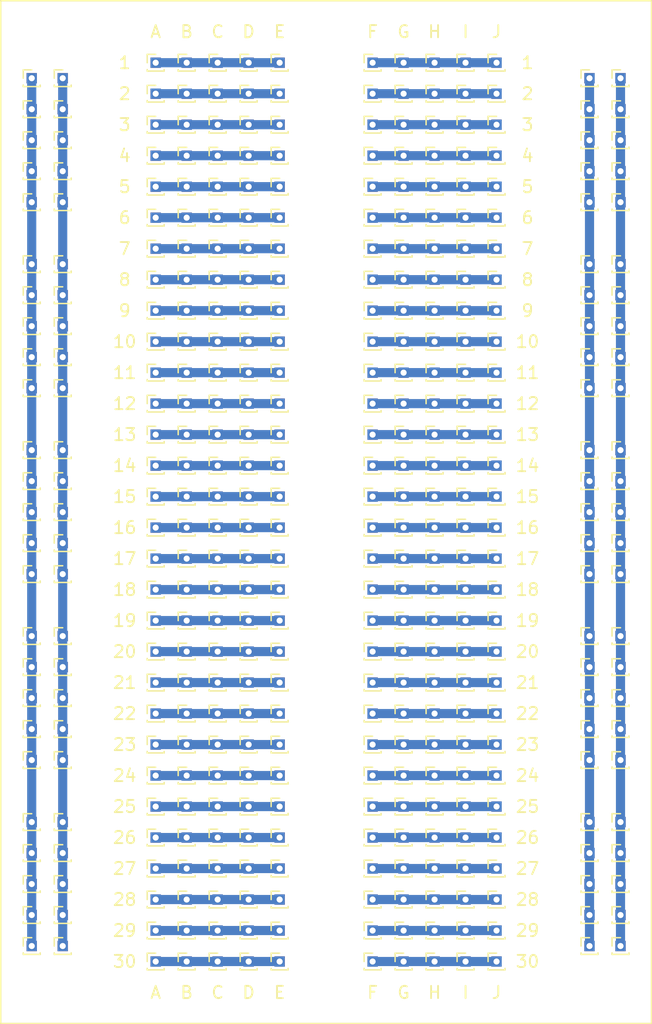
<source format=kicad_pcb>
(kicad_pcb (version 20171130) (host pcbnew "(5.1.6)-1")

  (general
    (thickness 1.6)
    (drawings 84)
    (tracks 336)
    (zones 0)
    (modules 400)
    (nets 1)
  )

  (page A4)
  (layers
    (0 F.Cu signal)
    (31 B.Cu signal)
    (32 B.Adhes user)
    (33 F.Adhes user)
    (34 B.Paste user)
    (35 F.Paste user)
    (36 B.SilkS user)
    (37 F.SilkS user)
    (38 B.Mask user)
    (39 F.Mask user)
    (40 Dwgs.User user)
    (41 Cmts.User user)
    (42 Eco1.User user)
    (43 Eco2.User user)
    (44 Edge.Cuts user)
    (45 Margin user hide)
    (46 B.CrtYd user hide)
    (47 F.CrtYd user hide)
    (48 B.Fab user hide)
    (49 F.Fab user hide)
  )

  (setup
    (last_trace_width 0.25)
    (user_trace_width 0.75)
    (trace_clearance 0.2)
    (zone_clearance 0.508)
    (zone_45_only no)
    (trace_min 0.2)
    (via_size 0.8)
    (via_drill 0.4)
    (via_min_size 0.4)
    (via_min_drill 0.3)
    (uvia_size 0.3)
    (uvia_drill 0.1)
    (uvias_allowed no)
    (uvia_min_size 0.2)
    (uvia_min_drill 0.1)
    (edge_width 0.05)
    (segment_width 0.2)
    (pcb_text_width 0.3)
    (pcb_text_size 1.5 1.5)
    (mod_edge_width 0.12)
    (mod_text_size 1 1)
    (mod_text_width 0.15)
    (pad_size 1.524 1.524)
    (pad_drill 0.762)
    (pad_to_mask_clearance 0.05)
    (aux_axis_origin 0 0)
    (visible_elements 7FFFFF7F)
    (pcbplotparams
      (layerselection 0x010fc_ffffffff)
      (usegerberextensions false)
      (usegerberattributes true)
      (usegerberadvancedattributes true)
      (creategerberjobfile true)
      (excludeedgelayer true)
      (linewidth 0.150000)
      (plotframeref false)
      (viasonmask false)
      (mode 1)
      (useauxorigin false)
      (hpglpennumber 1)
      (hpglpenspeed 20)
      (hpglpendiameter 15.000000)
      (psnegative false)
      (psa4output false)
      (plotreference true)
      (plotvalue true)
      (plotinvisibletext false)
      (padsonsilk false)
      (subtractmaskfromsilk false)
      (outputformat 1)
      (mirror false)
      (drillshape 1)
      (scaleselection 1)
      (outputdirectory ""))
  )

  (net 0 "")

  (net_class Default "This is the default net class."
    (clearance 0.2)
    (trace_width 0.25)
    (via_dia 0.8)
    (via_drill 0.4)
    (uvia_dia 0.3)
    (uvia_drill 0.1)
  )

  (module Connector_PinHeader_1.00mm:PinHeader_1x01_P1.00mm_Vertical (layer F.Cu) (tedit 59FED738) (tstamp 5F49A4AE)
    (at 162.56 57.15)
    (descr "Through hole straight pin header, 1x01, 1.00mm pitch, single row")
    (tags "Through hole pin header THT 1x01 1.00mm single row")
    (fp_text reference REF** (at 0 -1.56) (layer F.SilkS) hide
      (effects (font (size 1 1) (thickness 0.15)))
    )
    (fp_text value PinHeader_1x01_P1.00mm_Vertical (at 0 1.56) (layer F.Fab) hide
      (effects (font (size 1 1) (thickness 0.15)))
    )
    (fp_text user %R (at 0 0 90) (layer F.Fab) hide
      (effects (font (size 0.76 0.76) (thickness 0.114)))
    )
    (fp_line (start -0.3175 -0.5) (end 0.635 -0.5) (layer F.Fab) (width 0.1))
    (fp_line (start 0.635 -0.5) (end 0.635 0.5) (layer F.Fab) (width 0.1))
    (fp_line (start 0.635 0.5) (end -0.635 0.5) (layer F.Fab) (width 0.1))
    (fp_line (start -0.635 0.5) (end -0.635 -0.1825) (layer F.Fab) (width 0.1))
    (fp_line (start -0.635 -0.1825) (end -0.3175 -0.5) (layer F.Fab) (width 0.1))
    (fp_line (start -0.695 0.685) (end 0.695 0.685) (layer F.SilkS) (width 0.12))
    (fp_line (start -0.695 0.685) (end -0.695 0.56) (layer F.SilkS) (width 0.12))
    (fp_line (start 0.695 0.685) (end 0.695 0.56) (layer F.SilkS) (width 0.12))
    (fp_line (start -0.695 0.685) (end -0.608276 0.685) (layer F.SilkS) (width 0.12))
    (fp_line (start 0.608276 0.685) (end 0.695 0.685) (layer F.SilkS) (width 0.12))
    (fp_line (start -0.695 0) (end -0.695 -0.685) (layer F.SilkS) (width 0.12))
    (fp_line (start -0.695 -0.685) (end 0 -0.685) (layer F.SilkS) (width 0.12))
    (fp_line (start -1.15 -1) (end -1.15 1) (layer F.CrtYd) (width 0.05))
    (fp_line (start -1.15 1) (end 1.15 1) (layer F.CrtYd) (width 0.05))
    (fp_line (start 1.15 1) (end 1.15 -1) (layer F.CrtYd) (width 0.05))
    (fp_line (start 1.15 -1) (end -1.15 -1) (layer F.CrtYd) (width 0.05))
    (pad 1 thru_hole rect (at 0 0) (size 0.85 0.85) (drill 0.5) (layers *.Cu *.Mask))
    (model ${KISYS3DMOD}/Connector_PinHeader_1.00mm.3dshapes/PinHeader_1x01_P1.00mm_Vertical.wrl
      (at (xyz 0 0 0))
      (scale (xyz 1 1 1))
      (rotate (xyz 0 0 0))
    )
  )

  (module Connector_PinHeader_1.00mm:PinHeader_1x01_P1.00mm_Vertical (layer F.Cu) (tedit 59FED738) (tstamp 5F49A499)
    (at 162.56 59.69)
    (descr "Through hole straight pin header, 1x01, 1.00mm pitch, single row")
    (tags "Through hole pin header THT 1x01 1.00mm single row")
    (fp_text reference REF** (at 0 -1.56) (layer F.SilkS) hide
      (effects (font (size 1 1) (thickness 0.15)))
    )
    (fp_text value PinHeader_1x01_P1.00mm_Vertical (at 0 1.56) (layer F.Fab) hide
      (effects (font (size 1 1) (thickness 0.15)))
    )
    (fp_text user %R (at 0 0 90) (layer F.Fab) hide
      (effects (font (size 0.76 0.76) (thickness 0.114)))
    )
    (fp_line (start -0.3175 -0.5) (end 0.635 -0.5) (layer F.Fab) (width 0.1))
    (fp_line (start 0.635 -0.5) (end 0.635 0.5) (layer F.Fab) (width 0.1))
    (fp_line (start 0.635 0.5) (end -0.635 0.5) (layer F.Fab) (width 0.1))
    (fp_line (start -0.635 0.5) (end -0.635 -0.1825) (layer F.Fab) (width 0.1))
    (fp_line (start -0.635 -0.1825) (end -0.3175 -0.5) (layer F.Fab) (width 0.1))
    (fp_line (start -0.695 0.685) (end 0.695 0.685) (layer F.SilkS) (width 0.12))
    (fp_line (start -0.695 0.685) (end -0.695 0.56) (layer F.SilkS) (width 0.12))
    (fp_line (start 0.695 0.685) (end 0.695 0.56) (layer F.SilkS) (width 0.12))
    (fp_line (start -0.695 0.685) (end -0.608276 0.685) (layer F.SilkS) (width 0.12))
    (fp_line (start 0.608276 0.685) (end 0.695 0.685) (layer F.SilkS) (width 0.12))
    (fp_line (start -0.695 0) (end -0.695 -0.685) (layer F.SilkS) (width 0.12))
    (fp_line (start -0.695 -0.685) (end 0 -0.685) (layer F.SilkS) (width 0.12))
    (fp_line (start -1.15 -1) (end -1.15 1) (layer F.CrtYd) (width 0.05))
    (fp_line (start -1.15 1) (end 1.15 1) (layer F.CrtYd) (width 0.05))
    (fp_line (start 1.15 1) (end 1.15 -1) (layer F.CrtYd) (width 0.05))
    (fp_line (start 1.15 -1) (end -1.15 -1) (layer F.CrtYd) (width 0.05))
    (pad 1 thru_hole rect (at 0 0) (size 0.85 0.85) (drill 0.5) (layers *.Cu *.Mask))
    (model ${KISYS3DMOD}/Connector_PinHeader_1.00mm.3dshapes/PinHeader_1x01_P1.00mm_Vertical.wrl
      (at (xyz 0 0 0))
      (scale (xyz 1 1 1))
      (rotate (xyz 0 0 0))
    )
  )

  (module Connector_PinHeader_1.00mm:PinHeader_1x01_P1.00mm_Vertical (layer F.Cu) (tedit 59FED738) (tstamp 5F49A484)
    (at 162.56 52.07)
    (descr "Through hole straight pin header, 1x01, 1.00mm pitch, single row")
    (tags "Through hole pin header THT 1x01 1.00mm single row")
    (fp_text reference REF** (at 0 -1.56) (layer F.SilkS) hide
      (effects (font (size 1 1) (thickness 0.15)))
    )
    (fp_text value PinHeader_1x01_P1.00mm_Vertical (at 0 1.56) (layer F.Fab) hide
      (effects (font (size 1 1) (thickness 0.15)))
    )
    (fp_text user %R (at 0 0 90) (layer F.Fab) hide
      (effects (font (size 0.76 0.76) (thickness 0.114)))
    )
    (fp_line (start 1.15 -1) (end -1.15 -1) (layer F.CrtYd) (width 0.05))
    (fp_line (start 1.15 1) (end 1.15 -1) (layer F.CrtYd) (width 0.05))
    (fp_line (start -1.15 1) (end 1.15 1) (layer F.CrtYd) (width 0.05))
    (fp_line (start -1.15 -1) (end -1.15 1) (layer F.CrtYd) (width 0.05))
    (fp_line (start -0.695 -0.685) (end 0 -0.685) (layer F.SilkS) (width 0.12))
    (fp_line (start -0.695 0) (end -0.695 -0.685) (layer F.SilkS) (width 0.12))
    (fp_line (start 0.608276 0.685) (end 0.695 0.685) (layer F.SilkS) (width 0.12))
    (fp_line (start -0.695 0.685) (end -0.608276 0.685) (layer F.SilkS) (width 0.12))
    (fp_line (start 0.695 0.685) (end 0.695 0.56) (layer F.SilkS) (width 0.12))
    (fp_line (start -0.695 0.685) (end -0.695 0.56) (layer F.SilkS) (width 0.12))
    (fp_line (start -0.695 0.685) (end 0.695 0.685) (layer F.SilkS) (width 0.12))
    (fp_line (start -0.635 -0.1825) (end -0.3175 -0.5) (layer F.Fab) (width 0.1))
    (fp_line (start -0.635 0.5) (end -0.635 -0.1825) (layer F.Fab) (width 0.1))
    (fp_line (start 0.635 0.5) (end -0.635 0.5) (layer F.Fab) (width 0.1))
    (fp_line (start 0.635 -0.5) (end 0.635 0.5) (layer F.Fab) (width 0.1))
    (fp_line (start -0.3175 -0.5) (end 0.635 -0.5) (layer F.Fab) (width 0.1))
    (pad 1 thru_hole rect (at 0 0) (size 0.85 0.85) (drill 0.5) (layers *.Cu *.Mask))
    (model ${KISYS3DMOD}/Connector_PinHeader_1.00mm.3dshapes/PinHeader_1x01_P1.00mm_Vertical.wrl
      (at (xyz 0 0 0))
      (scale (xyz 1 1 1))
      (rotate (xyz 0 0 0))
    )
  )

  (module Connector_PinHeader_1.00mm:PinHeader_1x01_P1.00mm_Vertical (layer F.Cu) (tedit 59FED738) (tstamp 5F49A46F)
    (at 162.56 54.61)
    (descr "Through hole straight pin header, 1x01, 1.00mm pitch, single row")
    (tags "Through hole pin header THT 1x01 1.00mm single row")
    (fp_text reference REF** (at 0 -1.56) (layer F.SilkS) hide
      (effects (font (size 1 1) (thickness 0.15)))
    )
    (fp_text value PinHeader_1x01_P1.00mm_Vertical (at 0 1.56) (layer F.Fab) hide
      (effects (font (size 1 1) (thickness 0.15)))
    )
    (fp_text user %R (at 0 0 90) (layer F.Fab) hide
      (effects (font (size 0.76 0.76) (thickness 0.114)))
    )
    (fp_line (start -0.3175 -0.5) (end 0.635 -0.5) (layer F.Fab) (width 0.1))
    (fp_line (start 0.635 -0.5) (end 0.635 0.5) (layer F.Fab) (width 0.1))
    (fp_line (start 0.635 0.5) (end -0.635 0.5) (layer F.Fab) (width 0.1))
    (fp_line (start -0.635 0.5) (end -0.635 -0.1825) (layer F.Fab) (width 0.1))
    (fp_line (start -0.635 -0.1825) (end -0.3175 -0.5) (layer F.Fab) (width 0.1))
    (fp_line (start -0.695 0.685) (end 0.695 0.685) (layer F.SilkS) (width 0.12))
    (fp_line (start -0.695 0.685) (end -0.695 0.56) (layer F.SilkS) (width 0.12))
    (fp_line (start 0.695 0.685) (end 0.695 0.56) (layer F.SilkS) (width 0.12))
    (fp_line (start -0.695 0.685) (end -0.608276 0.685) (layer F.SilkS) (width 0.12))
    (fp_line (start 0.608276 0.685) (end 0.695 0.685) (layer F.SilkS) (width 0.12))
    (fp_line (start -0.695 0) (end -0.695 -0.685) (layer F.SilkS) (width 0.12))
    (fp_line (start -0.695 -0.685) (end 0 -0.685) (layer F.SilkS) (width 0.12))
    (fp_line (start -1.15 -1) (end -1.15 1) (layer F.CrtYd) (width 0.05))
    (fp_line (start -1.15 1) (end 1.15 1) (layer F.CrtYd) (width 0.05))
    (fp_line (start 1.15 1) (end 1.15 -1) (layer F.CrtYd) (width 0.05))
    (fp_line (start 1.15 -1) (end -1.15 -1) (layer F.CrtYd) (width 0.05))
    (pad 1 thru_hole rect (at 0 0) (size 0.85 0.85) (drill 0.5) (layers *.Cu *.Mask))
    (model ${KISYS3DMOD}/Connector_PinHeader_1.00mm.3dshapes/PinHeader_1x01_P1.00mm_Vertical.wrl
      (at (xyz 0 0 0))
      (scale (xyz 1 1 1))
      (rotate (xyz 0 0 0))
    )
  )

  (module Connector_PinHeader_1.00mm:PinHeader_1x01_P1.00mm_Vertical (layer F.Cu) (tedit 59FED738) (tstamp 5F49A45A)
    (at 162.56 72.39)
    (descr "Through hole straight pin header, 1x01, 1.00mm pitch, single row")
    (tags "Through hole pin header THT 1x01 1.00mm single row")
    (fp_text reference REF** (at 0 -1.56) (layer F.SilkS) hide
      (effects (font (size 1 1) (thickness 0.15)))
    )
    (fp_text value PinHeader_1x01_P1.00mm_Vertical (at 0 1.56) (layer F.Fab) hide
      (effects (font (size 1 1) (thickness 0.15)))
    )
    (fp_text user %R (at 0 0 90) (layer F.Fab) hide
      (effects (font (size 0.76 0.76) (thickness 0.114)))
    )
    (fp_line (start 1.15 -1) (end -1.15 -1) (layer F.CrtYd) (width 0.05))
    (fp_line (start 1.15 1) (end 1.15 -1) (layer F.CrtYd) (width 0.05))
    (fp_line (start -1.15 1) (end 1.15 1) (layer F.CrtYd) (width 0.05))
    (fp_line (start -1.15 -1) (end -1.15 1) (layer F.CrtYd) (width 0.05))
    (fp_line (start -0.695 -0.685) (end 0 -0.685) (layer F.SilkS) (width 0.12))
    (fp_line (start -0.695 0) (end -0.695 -0.685) (layer F.SilkS) (width 0.12))
    (fp_line (start 0.608276 0.685) (end 0.695 0.685) (layer F.SilkS) (width 0.12))
    (fp_line (start -0.695 0.685) (end -0.608276 0.685) (layer F.SilkS) (width 0.12))
    (fp_line (start 0.695 0.685) (end 0.695 0.56) (layer F.SilkS) (width 0.12))
    (fp_line (start -0.695 0.685) (end -0.695 0.56) (layer F.SilkS) (width 0.12))
    (fp_line (start -0.695 0.685) (end 0.695 0.685) (layer F.SilkS) (width 0.12))
    (fp_line (start -0.635 -0.1825) (end -0.3175 -0.5) (layer F.Fab) (width 0.1))
    (fp_line (start -0.635 0.5) (end -0.635 -0.1825) (layer F.Fab) (width 0.1))
    (fp_line (start 0.635 0.5) (end -0.635 0.5) (layer F.Fab) (width 0.1))
    (fp_line (start 0.635 -0.5) (end 0.635 0.5) (layer F.Fab) (width 0.1))
    (fp_line (start -0.3175 -0.5) (end 0.635 -0.5) (layer F.Fab) (width 0.1))
    (pad 1 thru_hole rect (at 0 0) (size 0.85 0.85) (drill 0.5) (layers *.Cu *.Mask))
    (model ${KISYS3DMOD}/Connector_PinHeader_1.00mm.3dshapes/PinHeader_1x01_P1.00mm_Vertical.wrl
      (at (xyz 0 0 0))
      (scale (xyz 1 1 1))
      (rotate (xyz 0 0 0))
    )
  )

  (module Connector_PinHeader_1.00mm:PinHeader_1x01_P1.00mm_Vertical (layer F.Cu) (tedit 59FED738) (tstamp 5F49A445)
    (at 162.56 69.85)
    (descr "Through hole straight pin header, 1x01, 1.00mm pitch, single row")
    (tags "Through hole pin header THT 1x01 1.00mm single row")
    (fp_text reference REF** (at 0 -1.56) (layer F.SilkS) hide
      (effects (font (size 1 1) (thickness 0.15)))
    )
    (fp_text value PinHeader_1x01_P1.00mm_Vertical (at 0 1.56) (layer F.Fab) hide
      (effects (font (size 1 1) (thickness 0.15)))
    )
    (fp_text user %R (at 0 0 90) (layer F.Fab) hide
      (effects (font (size 0.76 0.76) (thickness 0.114)))
    )
    (fp_line (start 1.15 -1) (end -1.15 -1) (layer F.CrtYd) (width 0.05))
    (fp_line (start 1.15 1) (end 1.15 -1) (layer F.CrtYd) (width 0.05))
    (fp_line (start -1.15 1) (end 1.15 1) (layer F.CrtYd) (width 0.05))
    (fp_line (start -1.15 -1) (end -1.15 1) (layer F.CrtYd) (width 0.05))
    (fp_line (start -0.695 -0.685) (end 0 -0.685) (layer F.SilkS) (width 0.12))
    (fp_line (start -0.695 0) (end -0.695 -0.685) (layer F.SilkS) (width 0.12))
    (fp_line (start 0.608276 0.685) (end 0.695 0.685) (layer F.SilkS) (width 0.12))
    (fp_line (start -0.695 0.685) (end -0.608276 0.685) (layer F.SilkS) (width 0.12))
    (fp_line (start 0.695 0.685) (end 0.695 0.56) (layer F.SilkS) (width 0.12))
    (fp_line (start -0.695 0.685) (end -0.695 0.56) (layer F.SilkS) (width 0.12))
    (fp_line (start -0.695 0.685) (end 0.695 0.685) (layer F.SilkS) (width 0.12))
    (fp_line (start -0.635 -0.1825) (end -0.3175 -0.5) (layer F.Fab) (width 0.1))
    (fp_line (start -0.635 0.5) (end -0.635 -0.1825) (layer F.Fab) (width 0.1))
    (fp_line (start 0.635 0.5) (end -0.635 0.5) (layer F.Fab) (width 0.1))
    (fp_line (start 0.635 -0.5) (end 0.635 0.5) (layer F.Fab) (width 0.1))
    (fp_line (start -0.3175 -0.5) (end 0.635 -0.5) (layer F.Fab) (width 0.1))
    (pad 1 thru_hole rect (at 0 0) (size 0.85 0.85) (drill 0.5) (layers *.Cu *.Mask))
    (model ${KISYS3DMOD}/Connector_PinHeader_1.00mm.3dshapes/PinHeader_1x01_P1.00mm_Vertical.wrl
      (at (xyz 0 0 0))
      (scale (xyz 1 1 1))
      (rotate (xyz 0 0 0))
    )
  )

  (module Connector_PinHeader_1.00mm:PinHeader_1x01_P1.00mm_Vertical (layer F.Cu) (tedit 59FED738) (tstamp 5F49A430)
    (at 162.56 77.47)
    (descr "Through hole straight pin header, 1x01, 1.00mm pitch, single row")
    (tags "Through hole pin header THT 1x01 1.00mm single row")
    (fp_text reference REF** (at 0 -1.56) (layer F.SilkS) hide
      (effects (font (size 1 1) (thickness 0.15)))
    )
    (fp_text value PinHeader_1x01_P1.00mm_Vertical (at 0 1.56) (layer F.Fab) hide
      (effects (font (size 1 1) (thickness 0.15)))
    )
    (fp_text user %R (at 0 0 90) (layer F.Fab) hide
      (effects (font (size 0.76 0.76) (thickness 0.114)))
    )
    (fp_line (start 1.15 -1) (end -1.15 -1) (layer F.CrtYd) (width 0.05))
    (fp_line (start 1.15 1) (end 1.15 -1) (layer F.CrtYd) (width 0.05))
    (fp_line (start -1.15 1) (end 1.15 1) (layer F.CrtYd) (width 0.05))
    (fp_line (start -1.15 -1) (end -1.15 1) (layer F.CrtYd) (width 0.05))
    (fp_line (start -0.695 -0.685) (end 0 -0.685) (layer F.SilkS) (width 0.12))
    (fp_line (start -0.695 0) (end -0.695 -0.685) (layer F.SilkS) (width 0.12))
    (fp_line (start 0.608276 0.685) (end 0.695 0.685) (layer F.SilkS) (width 0.12))
    (fp_line (start -0.695 0.685) (end -0.608276 0.685) (layer F.SilkS) (width 0.12))
    (fp_line (start 0.695 0.685) (end 0.695 0.56) (layer F.SilkS) (width 0.12))
    (fp_line (start -0.695 0.685) (end -0.695 0.56) (layer F.SilkS) (width 0.12))
    (fp_line (start -0.695 0.685) (end 0.695 0.685) (layer F.SilkS) (width 0.12))
    (fp_line (start -0.635 -0.1825) (end -0.3175 -0.5) (layer F.Fab) (width 0.1))
    (fp_line (start -0.635 0.5) (end -0.635 -0.1825) (layer F.Fab) (width 0.1))
    (fp_line (start 0.635 0.5) (end -0.635 0.5) (layer F.Fab) (width 0.1))
    (fp_line (start 0.635 -0.5) (end 0.635 0.5) (layer F.Fab) (width 0.1))
    (fp_line (start -0.3175 -0.5) (end 0.635 -0.5) (layer F.Fab) (width 0.1))
    (pad 1 thru_hole rect (at 0 0) (size 0.85 0.85) (drill 0.5) (layers *.Cu *.Mask))
    (model ${KISYS3DMOD}/Connector_PinHeader_1.00mm.3dshapes/PinHeader_1x01_P1.00mm_Vertical.wrl
      (at (xyz 0 0 0))
      (scale (xyz 1 1 1))
      (rotate (xyz 0 0 0))
    )
  )

  (module Connector_PinHeader_1.00mm:PinHeader_1x01_P1.00mm_Vertical (layer F.Cu) (tedit 59FED738) (tstamp 5F49A41B)
    (at 162.56 67.31)
    (descr "Through hole straight pin header, 1x01, 1.00mm pitch, single row")
    (tags "Through hole pin header THT 1x01 1.00mm single row")
    (fp_text reference REF** (at 0 -1.56) (layer F.SilkS) hide
      (effects (font (size 1 1) (thickness 0.15)))
    )
    (fp_text value PinHeader_1x01_P1.00mm_Vertical (at 0 1.56) (layer F.Fab) hide
      (effects (font (size 1 1) (thickness 0.15)))
    )
    (fp_text user %R (at 0 0 90) (layer F.Fab) hide
      (effects (font (size 0.76 0.76) (thickness 0.114)))
    )
    (fp_line (start -0.3175 -0.5) (end 0.635 -0.5) (layer F.Fab) (width 0.1))
    (fp_line (start 0.635 -0.5) (end 0.635 0.5) (layer F.Fab) (width 0.1))
    (fp_line (start 0.635 0.5) (end -0.635 0.5) (layer F.Fab) (width 0.1))
    (fp_line (start -0.635 0.5) (end -0.635 -0.1825) (layer F.Fab) (width 0.1))
    (fp_line (start -0.635 -0.1825) (end -0.3175 -0.5) (layer F.Fab) (width 0.1))
    (fp_line (start -0.695 0.685) (end 0.695 0.685) (layer F.SilkS) (width 0.12))
    (fp_line (start -0.695 0.685) (end -0.695 0.56) (layer F.SilkS) (width 0.12))
    (fp_line (start 0.695 0.685) (end 0.695 0.56) (layer F.SilkS) (width 0.12))
    (fp_line (start -0.695 0.685) (end -0.608276 0.685) (layer F.SilkS) (width 0.12))
    (fp_line (start 0.608276 0.685) (end 0.695 0.685) (layer F.SilkS) (width 0.12))
    (fp_line (start -0.695 0) (end -0.695 -0.685) (layer F.SilkS) (width 0.12))
    (fp_line (start -0.695 -0.685) (end 0 -0.685) (layer F.SilkS) (width 0.12))
    (fp_line (start -1.15 -1) (end -1.15 1) (layer F.CrtYd) (width 0.05))
    (fp_line (start -1.15 1) (end 1.15 1) (layer F.CrtYd) (width 0.05))
    (fp_line (start 1.15 1) (end 1.15 -1) (layer F.CrtYd) (width 0.05))
    (fp_line (start 1.15 -1) (end -1.15 -1) (layer F.CrtYd) (width 0.05))
    (pad 1 thru_hole rect (at 0 0) (size 0.85 0.85) (drill 0.5) (layers *.Cu *.Mask))
    (model ${KISYS3DMOD}/Connector_PinHeader_1.00mm.3dshapes/PinHeader_1x01_P1.00mm_Vertical.wrl
      (at (xyz 0 0 0))
      (scale (xyz 1 1 1))
      (rotate (xyz 0 0 0))
    )
  )

  (module Connector_PinHeader_1.00mm:PinHeader_1x01_P1.00mm_Vertical (layer F.Cu) (tedit 59FED738) (tstamp 5F49A406)
    (at 162.56 90.17)
    (descr "Through hole straight pin header, 1x01, 1.00mm pitch, single row")
    (tags "Through hole pin header THT 1x01 1.00mm single row")
    (fp_text reference REF** (at 0 -1.56) (layer F.SilkS) hide
      (effects (font (size 1 1) (thickness 0.15)))
    )
    (fp_text value PinHeader_1x01_P1.00mm_Vertical (at 0 1.56) (layer F.Fab) hide
      (effects (font (size 1 1) (thickness 0.15)))
    )
    (fp_text user %R (at 0 0 90) (layer F.Fab) hide
      (effects (font (size 0.76 0.76) (thickness 0.114)))
    )
    (fp_line (start -0.3175 -0.5) (end 0.635 -0.5) (layer F.Fab) (width 0.1))
    (fp_line (start 0.635 -0.5) (end 0.635 0.5) (layer F.Fab) (width 0.1))
    (fp_line (start 0.635 0.5) (end -0.635 0.5) (layer F.Fab) (width 0.1))
    (fp_line (start -0.635 0.5) (end -0.635 -0.1825) (layer F.Fab) (width 0.1))
    (fp_line (start -0.635 -0.1825) (end -0.3175 -0.5) (layer F.Fab) (width 0.1))
    (fp_line (start -0.695 0.685) (end 0.695 0.685) (layer F.SilkS) (width 0.12))
    (fp_line (start -0.695 0.685) (end -0.695 0.56) (layer F.SilkS) (width 0.12))
    (fp_line (start 0.695 0.685) (end 0.695 0.56) (layer F.SilkS) (width 0.12))
    (fp_line (start -0.695 0.685) (end -0.608276 0.685) (layer F.SilkS) (width 0.12))
    (fp_line (start 0.608276 0.685) (end 0.695 0.685) (layer F.SilkS) (width 0.12))
    (fp_line (start -0.695 0) (end -0.695 -0.685) (layer F.SilkS) (width 0.12))
    (fp_line (start -0.695 -0.685) (end 0 -0.685) (layer F.SilkS) (width 0.12))
    (fp_line (start -1.15 -1) (end -1.15 1) (layer F.CrtYd) (width 0.05))
    (fp_line (start -1.15 1) (end 1.15 1) (layer F.CrtYd) (width 0.05))
    (fp_line (start 1.15 1) (end 1.15 -1) (layer F.CrtYd) (width 0.05))
    (fp_line (start 1.15 -1) (end -1.15 -1) (layer F.CrtYd) (width 0.05))
    (pad 1 thru_hole rect (at 0 0) (size 0.85 0.85) (drill 0.5) (layers *.Cu *.Mask))
    (model ${KISYS3DMOD}/Connector_PinHeader_1.00mm.3dshapes/PinHeader_1x01_P1.00mm_Vertical.wrl
      (at (xyz 0 0 0))
      (scale (xyz 1 1 1))
      (rotate (xyz 0 0 0))
    )
  )

  (module Connector_PinHeader_1.00mm:PinHeader_1x01_P1.00mm_Vertical (layer F.Cu) (tedit 59FED738) (tstamp 5F49A3F1)
    (at 162.56 87.63)
    (descr "Through hole straight pin header, 1x01, 1.00mm pitch, single row")
    (tags "Through hole pin header THT 1x01 1.00mm single row")
    (fp_text reference REF** (at 0 -1.56) (layer F.SilkS) hide
      (effects (font (size 1 1) (thickness 0.15)))
    )
    (fp_text value PinHeader_1x01_P1.00mm_Vertical (at 0 1.56) (layer F.Fab) hide
      (effects (font (size 1 1) (thickness 0.15)))
    )
    (fp_text user %R (at 0 0 90) (layer F.Fab) hide
      (effects (font (size 0.76 0.76) (thickness 0.114)))
    )
    (fp_line (start -0.3175 -0.5) (end 0.635 -0.5) (layer F.Fab) (width 0.1))
    (fp_line (start 0.635 -0.5) (end 0.635 0.5) (layer F.Fab) (width 0.1))
    (fp_line (start 0.635 0.5) (end -0.635 0.5) (layer F.Fab) (width 0.1))
    (fp_line (start -0.635 0.5) (end -0.635 -0.1825) (layer F.Fab) (width 0.1))
    (fp_line (start -0.635 -0.1825) (end -0.3175 -0.5) (layer F.Fab) (width 0.1))
    (fp_line (start -0.695 0.685) (end 0.695 0.685) (layer F.SilkS) (width 0.12))
    (fp_line (start -0.695 0.685) (end -0.695 0.56) (layer F.SilkS) (width 0.12))
    (fp_line (start 0.695 0.685) (end 0.695 0.56) (layer F.SilkS) (width 0.12))
    (fp_line (start -0.695 0.685) (end -0.608276 0.685) (layer F.SilkS) (width 0.12))
    (fp_line (start 0.608276 0.685) (end 0.695 0.685) (layer F.SilkS) (width 0.12))
    (fp_line (start -0.695 0) (end -0.695 -0.685) (layer F.SilkS) (width 0.12))
    (fp_line (start -0.695 -0.685) (end 0 -0.685) (layer F.SilkS) (width 0.12))
    (fp_line (start -1.15 -1) (end -1.15 1) (layer F.CrtYd) (width 0.05))
    (fp_line (start -1.15 1) (end 1.15 1) (layer F.CrtYd) (width 0.05))
    (fp_line (start 1.15 1) (end 1.15 -1) (layer F.CrtYd) (width 0.05))
    (fp_line (start 1.15 -1) (end -1.15 -1) (layer F.CrtYd) (width 0.05))
    (pad 1 thru_hole rect (at 0 0) (size 0.85 0.85) (drill 0.5) (layers *.Cu *.Mask))
    (model ${KISYS3DMOD}/Connector_PinHeader_1.00mm.3dshapes/PinHeader_1x01_P1.00mm_Vertical.wrl
      (at (xyz 0 0 0))
      (scale (xyz 1 1 1))
      (rotate (xyz 0 0 0))
    )
  )

  (module Connector_PinHeader_1.00mm:PinHeader_1x01_P1.00mm_Vertical (layer F.Cu) (tedit 59FED738) (tstamp 5F49A3DC)
    (at 162.56 92.71)
    (descr "Through hole straight pin header, 1x01, 1.00mm pitch, single row")
    (tags "Through hole pin header THT 1x01 1.00mm single row")
    (fp_text reference REF** (at 0 -1.56) (layer F.SilkS) hide
      (effects (font (size 1 1) (thickness 0.15)))
    )
    (fp_text value PinHeader_1x01_P1.00mm_Vertical (at 0 1.56) (layer F.Fab) hide
      (effects (font (size 1 1) (thickness 0.15)))
    )
    (fp_text user %R (at 0 0 90) (layer F.Fab) hide
      (effects (font (size 0.76 0.76) (thickness 0.114)))
    )
    (fp_line (start -0.3175 -0.5) (end 0.635 -0.5) (layer F.Fab) (width 0.1))
    (fp_line (start 0.635 -0.5) (end 0.635 0.5) (layer F.Fab) (width 0.1))
    (fp_line (start 0.635 0.5) (end -0.635 0.5) (layer F.Fab) (width 0.1))
    (fp_line (start -0.635 0.5) (end -0.635 -0.1825) (layer F.Fab) (width 0.1))
    (fp_line (start -0.635 -0.1825) (end -0.3175 -0.5) (layer F.Fab) (width 0.1))
    (fp_line (start -0.695 0.685) (end 0.695 0.685) (layer F.SilkS) (width 0.12))
    (fp_line (start -0.695 0.685) (end -0.695 0.56) (layer F.SilkS) (width 0.12))
    (fp_line (start 0.695 0.685) (end 0.695 0.56) (layer F.SilkS) (width 0.12))
    (fp_line (start -0.695 0.685) (end -0.608276 0.685) (layer F.SilkS) (width 0.12))
    (fp_line (start 0.608276 0.685) (end 0.695 0.685) (layer F.SilkS) (width 0.12))
    (fp_line (start -0.695 0) (end -0.695 -0.685) (layer F.SilkS) (width 0.12))
    (fp_line (start -0.695 -0.685) (end 0 -0.685) (layer F.SilkS) (width 0.12))
    (fp_line (start -1.15 -1) (end -1.15 1) (layer F.CrtYd) (width 0.05))
    (fp_line (start -1.15 1) (end 1.15 1) (layer F.CrtYd) (width 0.05))
    (fp_line (start 1.15 1) (end 1.15 -1) (layer F.CrtYd) (width 0.05))
    (fp_line (start 1.15 -1) (end -1.15 -1) (layer F.CrtYd) (width 0.05))
    (pad 1 thru_hole rect (at 0 0) (size 0.85 0.85) (drill 0.5) (layers *.Cu *.Mask))
    (model ${KISYS3DMOD}/Connector_PinHeader_1.00mm.3dshapes/PinHeader_1x01_P1.00mm_Vertical.wrl
      (at (xyz 0 0 0))
      (scale (xyz 1 1 1))
      (rotate (xyz 0 0 0))
    )
  )

  (module Connector_PinHeader_1.00mm:PinHeader_1x01_P1.00mm_Vertical (layer F.Cu) (tedit 59FED738) (tstamp 5F49A3C7)
    (at 162.56 102.87)
    (descr "Through hole straight pin header, 1x01, 1.00mm pitch, single row")
    (tags "Through hole pin header THT 1x01 1.00mm single row")
    (fp_text reference REF** (at 0 -1.56) (layer F.SilkS) hide
      (effects (font (size 1 1) (thickness 0.15)))
    )
    (fp_text value PinHeader_1x01_P1.00mm_Vertical (at 0 1.56) (layer F.Fab) hide
      (effects (font (size 1 1) (thickness 0.15)))
    )
    (fp_text user %R (at 0 0 90) (layer F.Fab) hide
      (effects (font (size 0.76 0.76) (thickness 0.114)))
    )
    (fp_line (start 1.15 -1) (end -1.15 -1) (layer F.CrtYd) (width 0.05))
    (fp_line (start 1.15 1) (end 1.15 -1) (layer F.CrtYd) (width 0.05))
    (fp_line (start -1.15 1) (end 1.15 1) (layer F.CrtYd) (width 0.05))
    (fp_line (start -1.15 -1) (end -1.15 1) (layer F.CrtYd) (width 0.05))
    (fp_line (start -0.695 -0.685) (end 0 -0.685) (layer F.SilkS) (width 0.12))
    (fp_line (start -0.695 0) (end -0.695 -0.685) (layer F.SilkS) (width 0.12))
    (fp_line (start 0.608276 0.685) (end 0.695 0.685) (layer F.SilkS) (width 0.12))
    (fp_line (start -0.695 0.685) (end -0.608276 0.685) (layer F.SilkS) (width 0.12))
    (fp_line (start 0.695 0.685) (end 0.695 0.56) (layer F.SilkS) (width 0.12))
    (fp_line (start -0.695 0.685) (end -0.695 0.56) (layer F.SilkS) (width 0.12))
    (fp_line (start -0.695 0.685) (end 0.695 0.685) (layer F.SilkS) (width 0.12))
    (fp_line (start -0.635 -0.1825) (end -0.3175 -0.5) (layer F.Fab) (width 0.1))
    (fp_line (start -0.635 0.5) (end -0.635 -0.1825) (layer F.Fab) (width 0.1))
    (fp_line (start 0.635 0.5) (end -0.635 0.5) (layer F.Fab) (width 0.1))
    (fp_line (start 0.635 -0.5) (end 0.635 0.5) (layer F.Fab) (width 0.1))
    (fp_line (start -0.3175 -0.5) (end 0.635 -0.5) (layer F.Fab) (width 0.1))
    (pad 1 thru_hole rect (at 0 0) (size 0.85 0.85) (drill 0.5) (layers *.Cu *.Mask))
    (model ${KISYS3DMOD}/Connector_PinHeader_1.00mm.3dshapes/PinHeader_1x01_P1.00mm_Vertical.wrl
      (at (xyz 0 0 0))
      (scale (xyz 1 1 1))
      (rotate (xyz 0 0 0))
    )
  )

  (module Connector_PinHeader_1.00mm:PinHeader_1x01_P1.00mm_Vertical (layer F.Cu) (tedit 59FED738) (tstamp 5F49A3B2)
    (at 162.56 118.11)
    (descr "Through hole straight pin header, 1x01, 1.00mm pitch, single row")
    (tags "Through hole pin header THT 1x01 1.00mm single row")
    (fp_text reference REF** (at 0 -1.56) (layer F.SilkS) hide
      (effects (font (size 1 1) (thickness 0.15)))
    )
    (fp_text value PinHeader_1x01_P1.00mm_Vertical (at 0 1.56) (layer F.Fab) hide
      (effects (font (size 1 1) (thickness 0.15)))
    )
    (fp_text user %R (at 0 0 90) (layer F.Fab) hide
      (effects (font (size 0.76 0.76) (thickness 0.114)))
    )
    (fp_line (start -0.3175 -0.5) (end 0.635 -0.5) (layer F.Fab) (width 0.1))
    (fp_line (start 0.635 -0.5) (end 0.635 0.5) (layer F.Fab) (width 0.1))
    (fp_line (start 0.635 0.5) (end -0.635 0.5) (layer F.Fab) (width 0.1))
    (fp_line (start -0.635 0.5) (end -0.635 -0.1825) (layer F.Fab) (width 0.1))
    (fp_line (start -0.635 -0.1825) (end -0.3175 -0.5) (layer F.Fab) (width 0.1))
    (fp_line (start -0.695 0.685) (end 0.695 0.685) (layer F.SilkS) (width 0.12))
    (fp_line (start -0.695 0.685) (end -0.695 0.56) (layer F.SilkS) (width 0.12))
    (fp_line (start 0.695 0.685) (end 0.695 0.56) (layer F.SilkS) (width 0.12))
    (fp_line (start -0.695 0.685) (end -0.608276 0.685) (layer F.SilkS) (width 0.12))
    (fp_line (start 0.608276 0.685) (end 0.695 0.685) (layer F.SilkS) (width 0.12))
    (fp_line (start -0.695 0) (end -0.695 -0.685) (layer F.SilkS) (width 0.12))
    (fp_line (start -0.695 -0.685) (end 0 -0.685) (layer F.SilkS) (width 0.12))
    (fp_line (start -1.15 -1) (end -1.15 1) (layer F.CrtYd) (width 0.05))
    (fp_line (start -1.15 1) (end 1.15 1) (layer F.CrtYd) (width 0.05))
    (fp_line (start 1.15 1) (end 1.15 -1) (layer F.CrtYd) (width 0.05))
    (fp_line (start 1.15 -1) (end -1.15 -1) (layer F.CrtYd) (width 0.05))
    (pad 1 thru_hole rect (at 0 0) (size 0.85 0.85) (drill 0.5) (layers *.Cu *.Mask))
    (model ${KISYS3DMOD}/Connector_PinHeader_1.00mm.3dshapes/PinHeader_1x01_P1.00mm_Vertical.wrl
      (at (xyz 0 0 0))
      (scale (xyz 1 1 1))
      (rotate (xyz 0 0 0))
    )
  )

  (module Connector_PinHeader_1.00mm:PinHeader_1x01_P1.00mm_Vertical (layer F.Cu) (tedit 59FED738) (tstamp 5F49A39D)
    (at 162.56 113.03)
    (descr "Through hole straight pin header, 1x01, 1.00mm pitch, single row")
    (tags "Through hole pin header THT 1x01 1.00mm single row")
    (fp_text reference REF** (at 0 -1.56) (layer F.SilkS) hide
      (effects (font (size 1 1) (thickness 0.15)))
    )
    (fp_text value PinHeader_1x01_P1.00mm_Vertical (at 0 1.56) (layer F.Fab) hide
      (effects (font (size 1 1) (thickness 0.15)))
    )
    (fp_text user %R (at 0 0 90) (layer F.Fab) hide
      (effects (font (size 0.76 0.76) (thickness 0.114)))
    )
    (fp_line (start 1.15 -1) (end -1.15 -1) (layer F.CrtYd) (width 0.05))
    (fp_line (start 1.15 1) (end 1.15 -1) (layer F.CrtYd) (width 0.05))
    (fp_line (start -1.15 1) (end 1.15 1) (layer F.CrtYd) (width 0.05))
    (fp_line (start -1.15 -1) (end -1.15 1) (layer F.CrtYd) (width 0.05))
    (fp_line (start -0.695 -0.685) (end 0 -0.685) (layer F.SilkS) (width 0.12))
    (fp_line (start -0.695 0) (end -0.695 -0.685) (layer F.SilkS) (width 0.12))
    (fp_line (start 0.608276 0.685) (end 0.695 0.685) (layer F.SilkS) (width 0.12))
    (fp_line (start -0.695 0.685) (end -0.608276 0.685) (layer F.SilkS) (width 0.12))
    (fp_line (start 0.695 0.685) (end 0.695 0.56) (layer F.SilkS) (width 0.12))
    (fp_line (start -0.695 0.685) (end -0.695 0.56) (layer F.SilkS) (width 0.12))
    (fp_line (start -0.695 0.685) (end 0.695 0.685) (layer F.SilkS) (width 0.12))
    (fp_line (start -0.635 -0.1825) (end -0.3175 -0.5) (layer F.Fab) (width 0.1))
    (fp_line (start -0.635 0.5) (end -0.635 -0.1825) (layer F.Fab) (width 0.1))
    (fp_line (start 0.635 0.5) (end -0.635 0.5) (layer F.Fab) (width 0.1))
    (fp_line (start 0.635 -0.5) (end 0.635 0.5) (layer F.Fab) (width 0.1))
    (fp_line (start -0.3175 -0.5) (end 0.635 -0.5) (layer F.Fab) (width 0.1))
    (pad 1 thru_hole rect (at 0 0) (size 0.85 0.85) (drill 0.5) (layers *.Cu *.Mask))
    (model ${KISYS3DMOD}/Connector_PinHeader_1.00mm.3dshapes/PinHeader_1x01_P1.00mm_Vertical.wrl
      (at (xyz 0 0 0))
      (scale (xyz 1 1 1))
      (rotate (xyz 0 0 0))
    )
  )

  (module Connector_PinHeader_1.00mm:PinHeader_1x01_P1.00mm_Vertical (layer F.Cu) (tedit 59FED738) (tstamp 5F49A388)
    (at 162.56 82.55)
    (descr "Through hole straight pin header, 1x01, 1.00mm pitch, single row")
    (tags "Through hole pin header THT 1x01 1.00mm single row")
    (fp_text reference REF** (at 0 -1.56) (layer F.SilkS) hide
      (effects (font (size 1 1) (thickness 0.15)))
    )
    (fp_text value PinHeader_1x01_P1.00mm_Vertical (at 0 1.56) (layer F.Fab) hide
      (effects (font (size 1 1) (thickness 0.15)))
    )
    (fp_text user %R (at 0 0 90) (layer F.Fab) hide
      (effects (font (size 0.76 0.76) (thickness 0.114)))
    )
    (fp_line (start 1.15 -1) (end -1.15 -1) (layer F.CrtYd) (width 0.05))
    (fp_line (start 1.15 1) (end 1.15 -1) (layer F.CrtYd) (width 0.05))
    (fp_line (start -1.15 1) (end 1.15 1) (layer F.CrtYd) (width 0.05))
    (fp_line (start -1.15 -1) (end -1.15 1) (layer F.CrtYd) (width 0.05))
    (fp_line (start -0.695 -0.685) (end 0 -0.685) (layer F.SilkS) (width 0.12))
    (fp_line (start -0.695 0) (end -0.695 -0.685) (layer F.SilkS) (width 0.12))
    (fp_line (start 0.608276 0.685) (end 0.695 0.685) (layer F.SilkS) (width 0.12))
    (fp_line (start -0.695 0.685) (end -0.608276 0.685) (layer F.SilkS) (width 0.12))
    (fp_line (start 0.695 0.685) (end 0.695 0.56) (layer F.SilkS) (width 0.12))
    (fp_line (start -0.695 0.685) (end -0.695 0.56) (layer F.SilkS) (width 0.12))
    (fp_line (start -0.695 0.685) (end 0.695 0.685) (layer F.SilkS) (width 0.12))
    (fp_line (start -0.635 -0.1825) (end -0.3175 -0.5) (layer F.Fab) (width 0.1))
    (fp_line (start -0.635 0.5) (end -0.635 -0.1825) (layer F.Fab) (width 0.1))
    (fp_line (start 0.635 0.5) (end -0.635 0.5) (layer F.Fab) (width 0.1))
    (fp_line (start 0.635 -0.5) (end 0.635 0.5) (layer F.Fab) (width 0.1))
    (fp_line (start -0.3175 -0.5) (end 0.635 -0.5) (layer F.Fab) (width 0.1))
    (pad 1 thru_hole rect (at 0 0) (size 0.85 0.85) (drill 0.5) (layers *.Cu *.Mask))
    (model ${KISYS3DMOD}/Connector_PinHeader_1.00mm.3dshapes/PinHeader_1x01_P1.00mm_Vertical.wrl
      (at (xyz 0 0 0))
      (scale (xyz 1 1 1))
      (rotate (xyz 0 0 0))
    )
  )

  (module Connector_PinHeader_1.00mm:PinHeader_1x01_P1.00mm_Vertical (layer F.Cu) (tedit 59FED738) (tstamp 5F49A373)
    (at 162.56 123.19)
    (descr "Through hole straight pin header, 1x01, 1.00mm pitch, single row")
    (tags "Through hole pin header THT 1x01 1.00mm single row")
    (fp_text reference REF** (at 0 -1.56) (layer F.SilkS) hide
      (effects (font (size 1 1) (thickness 0.15)))
    )
    (fp_text value PinHeader_1x01_P1.00mm_Vertical (at 0 1.56) (layer F.Fab) hide
      (effects (font (size 1 1) (thickness 0.15)))
    )
    (fp_text user %R (at 0 0 90) (layer F.Fab) hide
      (effects (font (size 0.76 0.76) (thickness 0.114)))
    )
    (fp_line (start -0.3175 -0.5) (end 0.635 -0.5) (layer F.Fab) (width 0.1))
    (fp_line (start 0.635 -0.5) (end 0.635 0.5) (layer F.Fab) (width 0.1))
    (fp_line (start 0.635 0.5) (end -0.635 0.5) (layer F.Fab) (width 0.1))
    (fp_line (start -0.635 0.5) (end -0.635 -0.1825) (layer F.Fab) (width 0.1))
    (fp_line (start -0.635 -0.1825) (end -0.3175 -0.5) (layer F.Fab) (width 0.1))
    (fp_line (start -0.695 0.685) (end 0.695 0.685) (layer F.SilkS) (width 0.12))
    (fp_line (start -0.695 0.685) (end -0.695 0.56) (layer F.SilkS) (width 0.12))
    (fp_line (start 0.695 0.685) (end 0.695 0.56) (layer F.SilkS) (width 0.12))
    (fp_line (start -0.695 0.685) (end -0.608276 0.685) (layer F.SilkS) (width 0.12))
    (fp_line (start 0.608276 0.685) (end 0.695 0.685) (layer F.SilkS) (width 0.12))
    (fp_line (start -0.695 0) (end -0.695 -0.685) (layer F.SilkS) (width 0.12))
    (fp_line (start -0.695 -0.685) (end 0 -0.685) (layer F.SilkS) (width 0.12))
    (fp_line (start -1.15 -1) (end -1.15 1) (layer F.CrtYd) (width 0.05))
    (fp_line (start -1.15 1) (end 1.15 1) (layer F.CrtYd) (width 0.05))
    (fp_line (start 1.15 1) (end 1.15 -1) (layer F.CrtYd) (width 0.05))
    (fp_line (start 1.15 -1) (end -1.15 -1) (layer F.CrtYd) (width 0.05))
    (pad 1 thru_hole rect (at 0 0) (size 0.85 0.85) (drill 0.5) (layers *.Cu *.Mask))
    (model ${KISYS3DMOD}/Connector_PinHeader_1.00mm.3dshapes/PinHeader_1x01_P1.00mm_Vertical.wrl
      (at (xyz 0 0 0))
      (scale (xyz 1 1 1))
      (rotate (xyz 0 0 0))
    )
  )

  (module Connector_PinHeader_1.00mm:PinHeader_1x01_P1.00mm_Vertical (layer F.Cu) (tedit 59FED738) (tstamp 5F49A35E)
    (at 162.56 120.65)
    (descr "Through hole straight pin header, 1x01, 1.00mm pitch, single row")
    (tags "Through hole pin header THT 1x01 1.00mm single row")
    (fp_text reference REF** (at 0 -1.56) (layer F.SilkS) hide
      (effects (font (size 1 1) (thickness 0.15)))
    )
    (fp_text value PinHeader_1x01_P1.00mm_Vertical (at 0 1.56) (layer F.Fab) hide
      (effects (font (size 1 1) (thickness 0.15)))
    )
    (fp_text user %R (at 0 0 90) (layer F.Fab) hide
      (effects (font (size 0.76 0.76) (thickness 0.114)))
    )
    (fp_line (start -0.3175 -0.5) (end 0.635 -0.5) (layer F.Fab) (width 0.1))
    (fp_line (start 0.635 -0.5) (end 0.635 0.5) (layer F.Fab) (width 0.1))
    (fp_line (start 0.635 0.5) (end -0.635 0.5) (layer F.Fab) (width 0.1))
    (fp_line (start -0.635 0.5) (end -0.635 -0.1825) (layer F.Fab) (width 0.1))
    (fp_line (start -0.635 -0.1825) (end -0.3175 -0.5) (layer F.Fab) (width 0.1))
    (fp_line (start -0.695 0.685) (end 0.695 0.685) (layer F.SilkS) (width 0.12))
    (fp_line (start -0.695 0.685) (end -0.695 0.56) (layer F.SilkS) (width 0.12))
    (fp_line (start 0.695 0.685) (end 0.695 0.56) (layer F.SilkS) (width 0.12))
    (fp_line (start -0.695 0.685) (end -0.608276 0.685) (layer F.SilkS) (width 0.12))
    (fp_line (start 0.608276 0.685) (end 0.695 0.685) (layer F.SilkS) (width 0.12))
    (fp_line (start -0.695 0) (end -0.695 -0.685) (layer F.SilkS) (width 0.12))
    (fp_line (start -0.695 -0.685) (end 0 -0.685) (layer F.SilkS) (width 0.12))
    (fp_line (start -1.15 -1) (end -1.15 1) (layer F.CrtYd) (width 0.05))
    (fp_line (start -1.15 1) (end 1.15 1) (layer F.CrtYd) (width 0.05))
    (fp_line (start 1.15 1) (end 1.15 -1) (layer F.CrtYd) (width 0.05))
    (fp_line (start 1.15 -1) (end -1.15 -1) (layer F.CrtYd) (width 0.05))
    (pad 1 thru_hole rect (at 0 0) (size 0.85 0.85) (drill 0.5) (layers *.Cu *.Mask))
    (model ${KISYS3DMOD}/Connector_PinHeader_1.00mm.3dshapes/PinHeader_1x01_P1.00mm_Vertical.wrl
      (at (xyz 0 0 0))
      (scale (xyz 1 1 1))
      (rotate (xyz 0 0 0))
    )
  )

  (module Connector_PinHeader_1.00mm:PinHeader_1x01_P1.00mm_Vertical (layer F.Cu) (tedit 59FED738) (tstamp 5F49A349)
    (at 162.56 97.79)
    (descr "Through hole straight pin header, 1x01, 1.00mm pitch, single row")
    (tags "Through hole pin header THT 1x01 1.00mm single row")
    (fp_text reference REF** (at 0 -1.56) (layer F.SilkS) hide
      (effects (font (size 1 1) (thickness 0.15)))
    )
    (fp_text value PinHeader_1x01_P1.00mm_Vertical (at 0 1.56) (layer F.Fab) hide
      (effects (font (size 1 1) (thickness 0.15)))
    )
    (fp_text user %R (at 0 0 90) (layer F.Fab) hide
      (effects (font (size 0.76 0.76) (thickness 0.114)))
    )
    (fp_line (start -0.3175 -0.5) (end 0.635 -0.5) (layer F.Fab) (width 0.1))
    (fp_line (start 0.635 -0.5) (end 0.635 0.5) (layer F.Fab) (width 0.1))
    (fp_line (start 0.635 0.5) (end -0.635 0.5) (layer F.Fab) (width 0.1))
    (fp_line (start -0.635 0.5) (end -0.635 -0.1825) (layer F.Fab) (width 0.1))
    (fp_line (start -0.635 -0.1825) (end -0.3175 -0.5) (layer F.Fab) (width 0.1))
    (fp_line (start -0.695 0.685) (end 0.695 0.685) (layer F.SilkS) (width 0.12))
    (fp_line (start -0.695 0.685) (end -0.695 0.56) (layer F.SilkS) (width 0.12))
    (fp_line (start 0.695 0.685) (end 0.695 0.56) (layer F.SilkS) (width 0.12))
    (fp_line (start -0.695 0.685) (end -0.608276 0.685) (layer F.SilkS) (width 0.12))
    (fp_line (start 0.608276 0.685) (end 0.695 0.685) (layer F.SilkS) (width 0.12))
    (fp_line (start -0.695 0) (end -0.695 -0.685) (layer F.SilkS) (width 0.12))
    (fp_line (start -0.695 -0.685) (end 0 -0.685) (layer F.SilkS) (width 0.12))
    (fp_line (start -1.15 -1) (end -1.15 1) (layer F.CrtYd) (width 0.05))
    (fp_line (start -1.15 1) (end 1.15 1) (layer F.CrtYd) (width 0.05))
    (fp_line (start 1.15 1) (end 1.15 -1) (layer F.CrtYd) (width 0.05))
    (fp_line (start 1.15 -1) (end -1.15 -1) (layer F.CrtYd) (width 0.05))
    (pad 1 thru_hole rect (at 0 0) (size 0.85 0.85) (drill 0.5) (layers *.Cu *.Mask))
    (model ${KISYS3DMOD}/Connector_PinHeader_1.00mm.3dshapes/PinHeader_1x01_P1.00mm_Vertical.wrl
      (at (xyz 0 0 0))
      (scale (xyz 1 1 1))
      (rotate (xyz 0 0 0))
    )
  )

  (module Connector_PinHeader_1.00mm:PinHeader_1x01_P1.00mm_Vertical (layer F.Cu) (tedit 59FED738) (tstamp 5F49A334)
    (at 162.56 115.57)
    (descr "Through hole straight pin header, 1x01, 1.00mm pitch, single row")
    (tags "Through hole pin header THT 1x01 1.00mm single row")
    (fp_text reference REF** (at 0 -1.56) (layer F.SilkS) hide
      (effects (font (size 1 1) (thickness 0.15)))
    )
    (fp_text value PinHeader_1x01_P1.00mm_Vertical (at 0 1.56) (layer F.Fab) hide
      (effects (font (size 1 1) (thickness 0.15)))
    )
    (fp_text user %R (at 0 0 90) (layer F.Fab) hide
      (effects (font (size 0.76 0.76) (thickness 0.114)))
    )
    (fp_line (start -0.3175 -0.5) (end 0.635 -0.5) (layer F.Fab) (width 0.1))
    (fp_line (start 0.635 -0.5) (end 0.635 0.5) (layer F.Fab) (width 0.1))
    (fp_line (start 0.635 0.5) (end -0.635 0.5) (layer F.Fab) (width 0.1))
    (fp_line (start -0.635 0.5) (end -0.635 -0.1825) (layer F.Fab) (width 0.1))
    (fp_line (start -0.635 -0.1825) (end -0.3175 -0.5) (layer F.Fab) (width 0.1))
    (fp_line (start -0.695 0.685) (end 0.695 0.685) (layer F.SilkS) (width 0.12))
    (fp_line (start -0.695 0.685) (end -0.695 0.56) (layer F.SilkS) (width 0.12))
    (fp_line (start 0.695 0.685) (end 0.695 0.56) (layer F.SilkS) (width 0.12))
    (fp_line (start -0.695 0.685) (end -0.608276 0.685) (layer F.SilkS) (width 0.12))
    (fp_line (start 0.608276 0.685) (end 0.695 0.685) (layer F.SilkS) (width 0.12))
    (fp_line (start -0.695 0) (end -0.695 -0.685) (layer F.SilkS) (width 0.12))
    (fp_line (start -0.695 -0.685) (end 0 -0.685) (layer F.SilkS) (width 0.12))
    (fp_line (start -1.15 -1) (end -1.15 1) (layer F.CrtYd) (width 0.05))
    (fp_line (start -1.15 1) (end 1.15 1) (layer F.CrtYd) (width 0.05))
    (fp_line (start 1.15 1) (end 1.15 -1) (layer F.CrtYd) (width 0.05))
    (fp_line (start 1.15 -1) (end -1.15 -1) (layer F.CrtYd) (width 0.05))
    (pad 1 thru_hole rect (at 0 0) (size 0.85 0.85) (drill 0.5) (layers *.Cu *.Mask))
    (model ${KISYS3DMOD}/Connector_PinHeader_1.00mm.3dshapes/PinHeader_1x01_P1.00mm_Vertical.wrl
      (at (xyz 0 0 0))
      (scale (xyz 1 1 1))
      (rotate (xyz 0 0 0))
    )
  )

  (module Connector_PinHeader_1.00mm:PinHeader_1x01_P1.00mm_Vertical (layer F.Cu) (tedit 59FED738) (tstamp 5F49A31F)
    (at 162.56 62.23)
    (descr "Through hole straight pin header, 1x01, 1.00mm pitch, single row")
    (tags "Through hole pin header THT 1x01 1.00mm single row")
    (fp_text reference REF** (at 0 -1.56) (layer F.SilkS) hide
      (effects (font (size 1 1) (thickness 0.15)))
    )
    (fp_text value PinHeader_1x01_P1.00mm_Vertical (at 0 1.56) (layer F.Fab) hide
      (effects (font (size 1 1) (thickness 0.15)))
    )
    (fp_text user %R (at 0 0 90) (layer F.Fab) hide
      (effects (font (size 0.76 0.76) (thickness 0.114)))
    )
    (fp_line (start -0.3175 -0.5) (end 0.635 -0.5) (layer F.Fab) (width 0.1))
    (fp_line (start 0.635 -0.5) (end 0.635 0.5) (layer F.Fab) (width 0.1))
    (fp_line (start 0.635 0.5) (end -0.635 0.5) (layer F.Fab) (width 0.1))
    (fp_line (start -0.635 0.5) (end -0.635 -0.1825) (layer F.Fab) (width 0.1))
    (fp_line (start -0.635 -0.1825) (end -0.3175 -0.5) (layer F.Fab) (width 0.1))
    (fp_line (start -0.695 0.685) (end 0.695 0.685) (layer F.SilkS) (width 0.12))
    (fp_line (start -0.695 0.685) (end -0.695 0.56) (layer F.SilkS) (width 0.12))
    (fp_line (start 0.695 0.685) (end 0.695 0.56) (layer F.SilkS) (width 0.12))
    (fp_line (start -0.695 0.685) (end -0.608276 0.685) (layer F.SilkS) (width 0.12))
    (fp_line (start 0.608276 0.685) (end 0.695 0.685) (layer F.SilkS) (width 0.12))
    (fp_line (start -0.695 0) (end -0.695 -0.685) (layer F.SilkS) (width 0.12))
    (fp_line (start -0.695 -0.685) (end 0 -0.685) (layer F.SilkS) (width 0.12))
    (fp_line (start -1.15 -1) (end -1.15 1) (layer F.CrtYd) (width 0.05))
    (fp_line (start -1.15 1) (end 1.15 1) (layer F.CrtYd) (width 0.05))
    (fp_line (start 1.15 1) (end 1.15 -1) (layer F.CrtYd) (width 0.05))
    (fp_line (start 1.15 -1) (end -1.15 -1) (layer F.CrtYd) (width 0.05))
    (pad 1 thru_hole rect (at 0 0) (size 0.85 0.85) (drill 0.5) (layers *.Cu *.Mask))
    (model ${KISYS3DMOD}/Connector_PinHeader_1.00mm.3dshapes/PinHeader_1x01_P1.00mm_Vertical.wrl
      (at (xyz 0 0 0))
      (scale (xyz 1 1 1))
      (rotate (xyz 0 0 0))
    )
  )

  (module Connector_PinHeader_1.00mm:PinHeader_1x01_P1.00mm_Vertical (layer F.Cu) (tedit 59FED738) (tstamp 5F49A30A)
    (at 162.56 74.93)
    (descr "Through hole straight pin header, 1x01, 1.00mm pitch, single row")
    (tags "Through hole pin header THT 1x01 1.00mm single row")
    (fp_text reference REF** (at 0 -1.56) (layer F.SilkS) hide
      (effects (font (size 1 1) (thickness 0.15)))
    )
    (fp_text value PinHeader_1x01_P1.00mm_Vertical (at 0 1.56) (layer F.Fab) hide
      (effects (font (size 1 1) (thickness 0.15)))
    )
    (fp_text user %R (at 0 0 90) (layer F.Fab) hide
      (effects (font (size 0.76 0.76) (thickness 0.114)))
    )
    (fp_line (start 1.15 -1) (end -1.15 -1) (layer F.CrtYd) (width 0.05))
    (fp_line (start 1.15 1) (end 1.15 -1) (layer F.CrtYd) (width 0.05))
    (fp_line (start -1.15 1) (end 1.15 1) (layer F.CrtYd) (width 0.05))
    (fp_line (start -1.15 -1) (end -1.15 1) (layer F.CrtYd) (width 0.05))
    (fp_line (start -0.695 -0.685) (end 0 -0.685) (layer F.SilkS) (width 0.12))
    (fp_line (start -0.695 0) (end -0.695 -0.685) (layer F.SilkS) (width 0.12))
    (fp_line (start 0.608276 0.685) (end 0.695 0.685) (layer F.SilkS) (width 0.12))
    (fp_line (start -0.695 0.685) (end -0.608276 0.685) (layer F.SilkS) (width 0.12))
    (fp_line (start 0.695 0.685) (end 0.695 0.56) (layer F.SilkS) (width 0.12))
    (fp_line (start -0.695 0.685) (end -0.695 0.56) (layer F.SilkS) (width 0.12))
    (fp_line (start -0.695 0.685) (end 0.695 0.685) (layer F.SilkS) (width 0.12))
    (fp_line (start -0.635 -0.1825) (end -0.3175 -0.5) (layer F.Fab) (width 0.1))
    (fp_line (start -0.635 0.5) (end -0.635 -0.1825) (layer F.Fab) (width 0.1))
    (fp_line (start 0.635 0.5) (end -0.635 0.5) (layer F.Fab) (width 0.1))
    (fp_line (start 0.635 -0.5) (end 0.635 0.5) (layer F.Fab) (width 0.1))
    (fp_line (start -0.3175 -0.5) (end 0.635 -0.5) (layer F.Fab) (width 0.1))
    (pad 1 thru_hole rect (at 0 0) (size 0.85 0.85) (drill 0.5) (layers *.Cu *.Mask))
    (model ${KISYS3DMOD}/Connector_PinHeader_1.00mm.3dshapes/PinHeader_1x01_P1.00mm_Vertical.wrl
      (at (xyz 0 0 0))
      (scale (xyz 1 1 1))
      (rotate (xyz 0 0 0))
    )
  )

  (module Connector_PinHeader_1.00mm:PinHeader_1x01_P1.00mm_Vertical (layer F.Cu) (tedit 59FED738) (tstamp 5F49A2F5)
    (at 162.56 107.95)
    (descr "Through hole straight pin header, 1x01, 1.00mm pitch, single row")
    (tags "Through hole pin header THT 1x01 1.00mm single row")
    (fp_text reference REF** (at 0 -1.56) (layer F.SilkS) hide
      (effects (font (size 1 1) (thickness 0.15)))
    )
    (fp_text value PinHeader_1x01_P1.00mm_Vertical (at 0 1.56) (layer F.Fab) hide
      (effects (font (size 1 1) (thickness 0.15)))
    )
    (fp_text user %R (at 0 0 90) (layer F.Fab) hide
      (effects (font (size 0.76 0.76) (thickness 0.114)))
    )
    (fp_line (start 1.15 -1) (end -1.15 -1) (layer F.CrtYd) (width 0.05))
    (fp_line (start 1.15 1) (end 1.15 -1) (layer F.CrtYd) (width 0.05))
    (fp_line (start -1.15 1) (end 1.15 1) (layer F.CrtYd) (width 0.05))
    (fp_line (start -1.15 -1) (end -1.15 1) (layer F.CrtYd) (width 0.05))
    (fp_line (start -0.695 -0.685) (end 0 -0.685) (layer F.SilkS) (width 0.12))
    (fp_line (start -0.695 0) (end -0.695 -0.685) (layer F.SilkS) (width 0.12))
    (fp_line (start 0.608276 0.685) (end 0.695 0.685) (layer F.SilkS) (width 0.12))
    (fp_line (start -0.695 0.685) (end -0.608276 0.685) (layer F.SilkS) (width 0.12))
    (fp_line (start 0.695 0.685) (end 0.695 0.56) (layer F.SilkS) (width 0.12))
    (fp_line (start -0.695 0.685) (end -0.695 0.56) (layer F.SilkS) (width 0.12))
    (fp_line (start -0.695 0.685) (end 0.695 0.685) (layer F.SilkS) (width 0.12))
    (fp_line (start -0.635 -0.1825) (end -0.3175 -0.5) (layer F.Fab) (width 0.1))
    (fp_line (start -0.635 0.5) (end -0.635 -0.1825) (layer F.Fab) (width 0.1))
    (fp_line (start 0.635 0.5) (end -0.635 0.5) (layer F.Fab) (width 0.1))
    (fp_line (start 0.635 -0.5) (end 0.635 0.5) (layer F.Fab) (width 0.1))
    (fp_line (start -0.3175 -0.5) (end 0.635 -0.5) (layer F.Fab) (width 0.1))
    (pad 1 thru_hole rect (at 0 0) (size 0.85 0.85) (drill 0.5) (layers *.Cu *.Mask))
    (model ${KISYS3DMOD}/Connector_PinHeader_1.00mm.3dshapes/PinHeader_1x01_P1.00mm_Vertical.wrl
      (at (xyz 0 0 0))
      (scale (xyz 1 1 1))
      (rotate (xyz 0 0 0))
    )
  )

  (module Connector_PinHeader_1.00mm:PinHeader_1x01_P1.00mm_Vertical (layer F.Cu) (tedit 59FED738) (tstamp 5F49A2E0)
    (at 162.56 85.09)
    (descr "Through hole straight pin header, 1x01, 1.00mm pitch, single row")
    (tags "Through hole pin header THT 1x01 1.00mm single row")
    (fp_text reference REF** (at 0 -1.56) (layer F.SilkS) hide
      (effects (font (size 1 1) (thickness 0.15)))
    )
    (fp_text value PinHeader_1x01_P1.00mm_Vertical (at 0 1.56) (layer F.Fab) hide
      (effects (font (size 1 1) (thickness 0.15)))
    )
    (fp_text user %R (at 0 0 90) (layer F.Fab) hide
      (effects (font (size 0.76 0.76) (thickness 0.114)))
    )
    (fp_line (start -0.3175 -0.5) (end 0.635 -0.5) (layer F.Fab) (width 0.1))
    (fp_line (start 0.635 -0.5) (end 0.635 0.5) (layer F.Fab) (width 0.1))
    (fp_line (start 0.635 0.5) (end -0.635 0.5) (layer F.Fab) (width 0.1))
    (fp_line (start -0.635 0.5) (end -0.635 -0.1825) (layer F.Fab) (width 0.1))
    (fp_line (start -0.635 -0.1825) (end -0.3175 -0.5) (layer F.Fab) (width 0.1))
    (fp_line (start -0.695 0.685) (end 0.695 0.685) (layer F.SilkS) (width 0.12))
    (fp_line (start -0.695 0.685) (end -0.695 0.56) (layer F.SilkS) (width 0.12))
    (fp_line (start 0.695 0.685) (end 0.695 0.56) (layer F.SilkS) (width 0.12))
    (fp_line (start -0.695 0.685) (end -0.608276 0.685) (layer F.SilkS) (width 0.12))
    (fp_line (start 0.608276 0.685) (end 0.695 0.685) (layer F.SilkS) (width 0.12))
    (fp_line (start -0.695 0) (end -0.695 -0.685) (layer F.SilkS) (width 0.12))
    (fp_line (start -0.695 -0.685) (end 0 -0.685) (layer F.SilkS) (width 0.12))
    (fp_line (start -1.15 -1) (end -1.15 1) (layer F.CrtYd) (width 0.05))
    (fp_line (start -1.15 1) (end 1.15 1) (layer F.CrtYd) (width 0.05))
    (fp_line (start 1.15 1) (end 1.15 -1) (layer F.CrtYd) (width 0.05))
    (fp_line (start 1.15 -1) (end -1.15 -1) (layer F.CrtYd) (width 0.05))
    (pad 1 thru_hole rect (at 0 0) (size 0.85 0.85) (drill 0.5) (layers *.Cu *.Mask))
    (model ${KISYS3DMOD}/Connector_PinHeader_1.00mm.3dshapes/PinHeader_1x01_P1.00mm_Vertical.wrl
      (at (xyz 0 0 0))
      (scale (xyz 1 1 1))
      (rotate (xyz 0 0 0))
    )
  )

  (module Connector_PinHeader_1.00mm:PinHeader_1x01_P1.00mm_Vertical (layer F.Cu) (tedit 59FED738) (tstamp 5F49A2CB)
    (at 162.56 105.41)
    (descr "Through hole straight pin header, 1x01, 1.00mm pitch, single row")
    (tags "Through hole pin header THT 1x01 1.00mm single row")
    (fp_text reference REF** (at 0 -1.56) (layer F.SilkS) hide
      (effects (font (size 1 1) (thickness 0.15)))
    )
    (fp_text value PinHeader_1x01_P1.00mm_Vertical (at 0 1.56) (layer F.Fab) hide
      (effects (font (size 1 1) (thickness 0.15)))
    )
    (fp_text user %R (at 0 0 90) (layer F.Fab) hide
      (effects (font (size 0.76 0.76) (thickness 0.114)))
    )
    (fp_line (start 1.15 -1) (end -1.15 -1) (layer F.CrtYd) (width 0.05))
    (fp_line (start 1.15 1) (end 1.15 -1) (layer F.CrtYd) (width 0.05))
    (fp_line (start -1.15 1) (end 1.15 1) (layer F.CrtYd) (width 0.05))
    (fp_line (start -1.15 -1) (end -1.15 1) (layer F.CrtYd) (width 0.05))
    (fp_line (start -0.695 -0.685) (end 0 -0.685) (layer F.SilkS) (width 0.12))
    (fp_line (start -0.695 0) (end -0.695 -0.685) (layer F.SilkS) (width 0.12))
    (fp_line (start 0.608276 0.685) (end 0.695 0.685) (layer F.SilkS) (width 0.12))
    (fp_line (start -0.695 0.685) (end -0.608276 0.685) (layer F.SilkS) (width 0.12))
    (fp_line (start 0.695 0.685) (end 0.695 0.56) (layer F.SilkS) (width 0.12))
    (fp_line (start -0.695 0.685) (end -0.695 0.56) (layer F.SilkS) (width 0.12))
    (fp_line (start -0.695 0.685) (end 0.695 0.685) (layer F.SilkS) (width 0.12))
    (fp_line (start -0.635 -0.1825) (end -0.3175 -0.5) (layer F.Fab) (width 0.1))
    (fp_line (start -0.635 0.5) (end -0.635 -0.1825) (layer F.Fab) (width 0.1))
    (fp_line (start 0.635 0.5) (end -0.635 0.5) (layer F.Fab) (width 0.1))
    (fp_line (start 0.635 -0.5) (end 0.635 0.5) (layer F.Fab) (width 0.1))
    (fp_line (start -0.3175 -0.5) (end 0.635 -0.5) (layer F.Fab) (width 0.1))
    (pad 1 thru_hole rect (at 0 0) (size 0.85 0.85) (drill 0.5) (layers *.Cu *.Mask))
    (model ${KISYS3DMOD}/Connector_PinHeader_1.00mm.3dshapes/PinHeader_1x01_P1.00mm_Vertical.wrl
      (at (xyz 0 0 0))
      (scale (xyz 1 1 1))
      (rotate (xyz 0 0 0))
    )
  )

  (module Connector_PinHeader_1.00mm:PinHeader_1x01_P1.00mm_Vertical (layer F.Cu) (tedit 59FED738) (tstamp 5F49A2B6)
    (at 162.56 100.33)
    (descr "Through hole straight pin header, 1x01, 1.00mm pitch, single row")
    (tags "Through hole pin header THT 1x01 1.00mm single row")
    (fp_text reference REF** (at 0 -1.56) (layer F.SilkS) hide
      (effects (font (size 1 1) (thickness 0.15)))
    )
    (fp_text value PinHeader_1x01_P1.00mm_Vertical (at 0 1.56) (layer F.Fab) hide
      (effects (font (size 1 1) (thickness 0.15)))
    )
    (fp_text user %R (at 0 0 90) (layer F.Fab) hide
      (effects (font (size 0.76 0.76) (thickness 0.114)))
    )
    (fp_line (start 1.15 -1) (end -1.15 -1) (layer F.CrtYd) (width 0.05))
    (fp_line (start 1.15 1) (end 1.15 -1) (layer F.CrtYd) (width 0.05))
    (fp_line (start -1.15 1) (end 1.15 1) (layer F.CrtYd) (width 0.05))
    (fp_line (start -1.15 -1) (end -1.15 1) (layer F.CrtYd) (width 0.05))
    (fp_line (start -0.695 -0.685) (end 0 -0.685) (layer F.SilkS) (width 0.12))
    (fp_line (start -0.695 0) (end -0.695 -0.685) (layer F.SilkS) (width 0.12))
    (fp_line (start 0.608276 0.685) (end 0.695 0.685) (layer F.SilkS) (width 0.12))
    (fp_line (start -0.695 0.685) (end -0.608276 0.685) (layer F.SilkS) (width 0.12))
    (fp_line (start 0.695 0.685) (end 0.695 0.56) (layer F.SilkS) (width 0.12))
    (fp_line (start -0.695 0.685) (end -0.695 0.56) (layer F.SilkS) (width 0.12))
    (fp_line (start -0.695 0.685) (end 0.695 0.685) (layer F.SilkS) (width 0.12))
    (fp_line (start -0.635 -0.1825) (end -0.3175 -0.5) (layer F.Fab) (width 0.1))
    (fp_line (start -0.635 0.5) (end -0.635 -0.1825) (layer F.Fab) (width 0.1))
    (fp_line (start 0.635 0.5) (end -0.635 0.5) (layer F.Fab) (width 0.1))
    (fp_line (start 0.635 -0.5) (end 0.635 0.5) (layer F.Fab) (width 0.1))
    (fp_line (start -0.3175 -0.5) (end 0.635 -0.5) (layer F.Fab) (width 0.1))
    (pad 1 thru_hole rect (at 0 0) (size 0.85 0.85) (drill 0.5) (layers *.Cu *.Mask))
    (model ${KISYS3DMOD}/Connector_PinHeader_1.00mm.3dshapes/PinHeader_1x01_P1.00mm_Vertical.wrl
      (at (xyz 0 0 0))
      (scale (xyz 1 1 1))
      (rotate (xyz 0 0 0))
    )
  )

  (module Connector_PinHeader_1.00mm:PinHeader_1x01_P1.00mm_Vertical (layer F.Cu) (tedit 59FED738) (tstamp 5F49A2A1)
    (at 165.1 54.61)
    (descr "Through hole straight pin header, 1x01, 1.00mm pitch, single row")
    (tags "Through hole pin header THT 1x01 1.00mm single row")
    (fp_text reference REF** (at 0 -1.56) (layer F.SilkS) hide
      (effects (font (size 1 1) (thickness 0.15)))
    )
    (fp_text value PinHeader_1x01_P1.00mm_Vertical (at 0 1.56) (layer F.Fab) hide
      (effects (font (size 1 1) (thickness 0.15)))
    )
    (fp_text user %R (at 0 0 90) (layer F.Fab) hide
      (effects (font (size 0.76 0.76) (thickness 0.114)))
    )
    (fp_line (start 1.15 -1) (end -1.15 -1) (layer F.CrtYd) (width 0.05))
    (fp_line (start 1.15 1) (end 1.15 -1) (layer F.CrtYd) (width 0.05))
    (fp_line (start -1.15 1) (end 1.15 1) (layer F.CrtYd) (width 0.05))
    (fp_line (start -1.15 -1) (end -1.15 1) (layer F.CrtYd) (width 0.05))
    (fp_line (start -0.695 -0.685) (end 0 -0.685) (layer F.SilkS) (width 0.12))
    (fp_line (start -0.695 0) (end -0.695 -0.685) (layer F.SilkS) (width 0.12))
    (fp_line (start 0.608276 0.685) (end 0.695 0.685) (layer F.SilkS) (width 0.12))
    (fp_line (start -0.695 0.685) (end -0.608276 0.685) (layer F.SilkS) (width 0.12))
    (fp_line (start 0.695 0.685) (end 0.695 0.56) (layer F.SilkS) (width 0.12))
    (fp_line (start -0.695 0.685) (end -0.695 0.56) (layer F.SilkS) (width 0.12))
    (fp_line (start -0.695 0.685) (end 0.695 0.685) (layer F.SilkS) (width 0.12))
    (fp_line (start -0.635 -0.1825) (end -0.3175 -0.5) (layer F.Fab) (width 0.1))
    (fp_line (start -0.635 0.5) (end -0.635 -0.1825) (layer F.Fab) (width 0.1))
    (fp_line (start 0.635 0.5) (end -0.635 0.5) (layer F.Fab) (width 0.1))
    (fp_line (start 0.635 -0.5) (end 0.635 0.5) (layer F.Fab) (width 0.1))
    (fp_line (start -0.3175 -0.5) (end 0.635 -0.5) (layer F.Fab) (width 0.1))
    (pad 1 thru_hole rect (at 0 0) (size 0.85 0.85) (drill 0.5) (layers *.Cu *.Mask))
    (model ${KISYS3DMOD}/Connector_PinHeader_1.00mm.3dshapes/PinHeader_1x01_P1.00mm_Vertical.wrl
      (at (xyz 0 0 0))
      (scale (xyz 1 1 1))
      (rotate (xyz 0 0 0))
    )
  )

  (module Connector_PinHeader_1.00mm:PinHeader_1x01_P1.00mm_Vertical (layer F.Cu) (tedit 59FED738) (tstamp 5F49A28C)
    (at 165.1 113.03)
    (descr "Through hole straight pin header, 1x01, 1.00mm pitch, single row")
    (tags "Through hole pin header THT 1x01 1.00mm single row")
    (fp_text reference REF** (at 0 -1.56) (layer F.SilkS) hide
      (effects (font (size 1 1) (thickness 0.15)))
    )
    (fp_text value PinHeader_1x01_P1.00mm_Vertical (at 0 1.56) (layer F.Fab) hide
      (effects (font (size 1 1) (thickness 0.15)))
    )
    (fp_text user %R (at 0 0 90) (layer F.Fab) hide
      (effects (font (size 0.76 0.76) (thickness 0.114)))
    )
    (fp_line (start -0.3175 -0.5) (end 0.635 -0.5) (layer F.Fab) (width 0.1))
    (fp_line (start 0.635 -0.5) (end 0.635 0.5) (layer F.Fab) (width 0.1))
    (fp_line (start 0.635 0.5) (end -0.635 0.5) (layer F.Fab) (width 0.1))
    (fp_line (start -0.635 0.5) (end -0.635 -0.1825) (layer F.Fab) (width 0.1))
    (fp_line (start -0.635 -0.1825) (end -0.3175 -0.5) (layer F.Fab) (width 0.1))
    (fp_line (start -0.695 0.685) (end 0.695 0.685) (layer F.SilkS) (width 0.12))
    (fp_line (start -0.695 0.685) (end -0.695 0.56) (layer F.SilkS) (width 0.12))
    (fp_line (start 0.695 0.685) (end 0.695 0.56) (layer F.SilkS) (width 0.12))
    (fp_line (start -0.695 0.685) (end -0.608276 0.685) (layer F.SilkS) (width 0.12))
    (fp_line (start 0.608276 0.685) (end 0.695 0.685) (layer F.SilkS) (width 0.12))
    (fp_line (start -0.695 0) (end -0.695 -0.685) (layer F.SilkS) (width 0.12))
    (fp_line (start -0.695 -0.685) (end 0 -0.685) (layer F.SilkS) (width 0.12))
    (fp_line (start -1.15 -1) (end -1.15 1) (layer F.CrtYd) (width 0.05))
    (fp_line (start -1.15 1) (end 1.15 1) (layer F.CrtYd) (width 0.05))
    (fp_line (start 1.15 1) (end 1.15 -1) (layer F.CrtYd) (width 0.05))
    (fp_line (start 1.15 -1) (end -1.15 -1) (layer F.CrtYd) (width 0.05))
    (pad 1 thru_hole rect (at 0 0) (size 0.85 0.85) (drill 0.5) (layers *.Cu *.Mask))
    (model ${KISYS3DMOD}/Connector_PinHeader_1.00mm.3dshapes/PinHeader_1x01_P1.00mm_Vertical.wrl
      (at (xyz 0 0 0))
      (scale (xyz 1 1 1))
      (rotate (xyz 0 0 0))
    )
  )

  (module Connector_PinHeader_1.00mm:PinHeader_1x01_P1.00mm_Vertical (layer F.Cu) (tedit 59FED738) (tstamp 5F49A277)
    (at 165.1 107.95)
    (descr "Through hole straight pin header, 1x01, 1.00mm pitch, single row")
    (tags "Through hole pin header THT 1x01 1.00mm single row")
    (fp_text reference REF** (at 0 -1.56) (layer F.SilkS) hide
      (effects (font (size 1 1) (thickness 0.15)))
    )
    (fp_text value PinHeader_1x01_P1.00mm_Vertical (at 0 1.56) (layer F.Fab) hide
      (effects (font (size 1 1) (thickness 0.15)))
    )
    (fp_text user %R (at 0 0 90) (layer F.Fab) hide
      (effects (font (size 0.76 0.76) (thickness 0.114)))
    )
    (fp_line (start -0.3175 -0.5) (end 0.635 -0.5) (layer F.Fab) (width 0.1))
    (fp_line (start 0.635 -0.5) (end 0.635 0.5) (layer F.Fab) (width 0.1))
    (fp_line (start 0.635 0.5) (end -0.635 0.5) (layer F.Fab) (width 0.1))
    (fp_line (start -0.635 0.5) (end -0.635 -0.1825) (layer F.Fab) (width 0.1))
    (fp_line (start -0.635 -0.1825) (end -0.3175 -0.5) (layer F.Fab) (width 0.1))
    (fp_line (start -0.695 0.685) (end 0.695 0.685) (layer F.SilkS) (width 0.12))
    (fp_line (start -0.695 0.685) (end -0.695 0.56) (layer F.SilkS) (width 0.12))
    (fp_line (start 0.695 0.685) (end 0.695 0.56) (layer F.SilkS) (width 0.12))
    (fp_line (start -0.695 0.685) (end -0.608276 0.685) (layer F.SilkS) (width 0.12))
    (fp_line (start 0.608276 0.685) (end 0.695 0.685) (layer F.SilkS) (width 0.12))
    (fp_line (start -0.695 0) (end -0.695 -0.685) (layer F.SilkS) (width 0.12))
    (fp_line (start -0.695 -0.685) (end 0 -0.685) (layer F.SilkS) (width 0.12))
    (fp_line (start -1.15 -1) (end -1.15 1) (layer F.CrtYd) (width 0.05))
    (fp_line (start -1.15 1) (end 1.15 1) (layer F.CrtYd) (width 0.05))
    (fp_line (start 1.15 1) (end 1.15 -1) (layer F.CrtYd) (width 0.05))
    (fp_line (start 1.15 -1) (end -1.15 -1) (layer F.CrtYd) (width 0.05))
    (pad 1 thru_hole rect (at 0 0) (size 0.85 0.85) (drill 0.5) (layers *.Cu *.Mask))
    (model ${KISYS3DMOD}/Connector_PinHeader_1.00mm.3dshapes/PinHeader_1x01_P1.00mm_Vertical.wrl
      (at (xyz 0 0 0))
      (scale (xyz 1 1 1))
      (rotate (xyz 0 0 0))
    )
  )

  (module Connector_PinHeader_1.00mm:PinHeader_1x01_P1.00mm_Vertical (layer F.Cu) (tedit 59FED738) (tstamp 5F49A262)
    (at 165.1 120.65)
    (descr "Through hole straight pin header, 1x01, 1.00mm pitch, single row")
    (tags "Through hole pin header THT 1x01 1.00mm single row")
    (fp_text reference REF** (at 0 -1.56) (layer F.SilkS) hide
      (effects (font (size 1 1) (thickness 0.15)))
    )
    (fp_text value PinHeader_1x01_P1.00mm_Vertical (at 0 1.56) (layer F.Fab) hide
      (effects (font (size 1 1) (thickness 0.15)))
    )
    (fp_text user %R (at 0 0 90) (layer F.Fab) hide
      (effects (font (size 0.76 0.76) (thickness 0.114)))
    )
    (fp_line (start 1.15 -1) (end -1.15 -1) (layer F.CrtYd) (width 0.05))
    (fp_line (start 1.15 1) (end 1.15 -1) (layer F.CrtYd) (width 0.05))
    (fp_line (start -1.15 1) (end 1.15 1) (layer F.CrtYd) (width 0.05))
    (fp_line (start -1.15 -1) (end -1.15 1) (layer F.CrtYd) (width 0.05))
    (fp_line (start -0.695 -0.685) (end 0 -0.685) (layer F.SilkS) (width 0.12))
    (fp_line (start -0.695 0) (end -0.695 -0.685) (layer F.SilkS) (width 0.12))
    (fp_line (start 0.608276 0.685) (end 0.695 0.685) (layer F.SilkS) (width 0.12))
    (fp_line (start -0.695 0.685) (end -0.608276 0.685) (layer F.SilkS) (width 0.12))
    (fp_line (start 0.695 0.685) (end 0.695 0.56) (layer F.SilkS) (width 0.12))
    (fp_line (start -0.695 0.685) (end -0.695 0.56) (layer F.SilkS) (width 0.12))
    (fp_line (start -0.695 0.685) (end 0.695 0.685) (layer F.SilkS) (width 0.12))
    (fp_line (start -0.635 -0.1825) (end -0.3175 -0.5) (layer F.Fab) (width 0.1))
    (fp_line (start -0.635 0.5) (end -0.635 -0.1825) (layer F.Fab) (width 0.1))
    (fp_line (start 0.635 0.5) (end -0.635 0.5) (layer F.Fab) (width 0.1))
    (fp_line (start 0.635 -0.5) (end 0.635 0.5) (layer F.Fab) (width 0.1))
    (fp_line (start -0.3175 -0.5) (end 0.635 -0.5) (layer F.Fab) (width 0.1))
    (pad 1 thru_hole rect (at 0 0) (size 0.85 0.85) (drill 0.5) (layers *.Cu *.Mask))
    (model ${KISYS3DMOD}/Connector_PinHeader_1.00mm.3dshapes/PinHeader_1x01_P1.00mm_Vertical.wrl
      (at (xyz 0 0 0))
      (scale (xyz 1 1 1))
      (rotate (xyz 0 0 0))
    )
  )

  (module Connector_PinHeader_1.00mm:PinHeader_1x01_P1.00mm_Vertical (layer F.Cu) (tedit 59FED738) (tstamp 5F49A24D)
    (at 165.1 74.93)
    (descr "Through hole straight pin header, 1x01, 1.00mm pitch, single row")
    (tags "Through hole pin header THT 1x01 1.00mm single row")
    (fp_text reference REF** (at 0 -1.56) (layer F.SilkS) hide
      (effects (font (size 1 1) (thickness 0.15)))
    )
    (fp_text value PinHeader_1x01_P1.00mm_Vertical (at 0 1.56) (layer F.Fab) hide
      (effects (font (size 1 1) (thickness 0.15)))
    )
    (fp_text user %R (at 0 0 90) (layer F.Fab) hide
      (effects (font (size 0.76 0.76) (thickness 0.114)))
    )
    (fp_line (start -0.3175 -0.5) (end 0.635 -0.5) (layer F.Fab) (width 0.1))
    (fp_line (start 0.635 -0.5) (end 0.635 0.5) (layer F.Fab) (width 0.1))
    (fp_line (start 0.635 0.5) (end -0.635 0.5) (layer F.Fab) (width 0.1))
    (fp_line (start -0.635 0.5) (end -0.635 -0.1825) (layer F.Fab) (width 0.1))
    (fp_line (start -0.635 -0.1825) (end -0.3175 -0.5) (layer F.Fab) (width 0.1))
    (fp_line (start -0.695 0.685) (end 0.695 0.685) (layer F.SilkS) (width 0.12))
    (fp_line (start -0.695 0.685) (end -0.695 0.56) (layer F.SilkS) (width 0.12))
    (fp_line (start 0.695 0.685) (end 0.695 0.56) (layer F.SilkS) (width 0.12))
    (fp_line (start -0.695 0.685) (end -0.608276 0.685) (layer F.SilkS) (width 0.12))
    (fp_line (start 0.608276 0.685) (end 0.695 0.685) (layer F.SilkS) (width 0.12))
    (fp_line (start -0.695 0) (end -0.695 -0.685) (layer F.SilkS) (width 0.12))
    (fp_line (start -0.695 -0.685) (end 0 -0.685) (layer F.SilkS) (width 0.12))
    (fp_line (start -1.15 -1) (end -1.15 1) (layer F.CrtYd) (width 0.05))
    (fp_line (start -1.15 1) (end 1.15 1) (layer F.CrtYd) (width 0.05))
    (fp_line (start 1.15 1) (end 1.15 -1) (layer F.CrtYd) (width 0.05))
    (fp_line (start 1.15 -1) (end -1.15 -1) (layer F.CrtYd) (width 0.05))
    (pad 1 thru_hole rect (at 0 0) (size 0.85 0.85) (drill 0.5) (layers *.Cu *.Mask))
    (model ${KISYS3DMOD}/Connector_PinHeader_1.00mm.3dshapes/PinHeader_1x01_P1.00mm_Vertical.wrl
      (at (xyz 0 0 0))
      (scale (xyz 1 1 1))
      (rotate (xyz 0 0 0))
    )
  )

  (module Connector_PinHeader_1.00mm:PinHeader_1x01_P1.00mm_Vertical (layer F.Cu) (tedit 59FED738) (tstamp 5F49A238)
    (at 165.1 52.07)
    (descr "Through hole straight pin header, 1x01, 1.00mm pitch, single row")
    (tags "Through hole pin header THT 1x01 1.00mm single row")
    (fp_text reference REF** (at 0 -1.56) (layer F.SilkS) hide
      (effects (font (size 1 1) (thickness 0.15)))
    )
    (fp_text value PinHeader_1x01_P1.00mm_Vertical (at 0 1.56) (layer F.Fab) hide
      (effects (font (size 1 1) (thickness 0.15)))
    )
    (fp_text user %R (at 0 0 90) (layer F.Fab) hide
      (effects (font (size 0.76 0.76) (thickness 0.114)))
    )
    (fp_line (start -0.3175 -0.5) (end 0.635 -0.5) (layer F.Fab) (width 0.1))
    (fp_line (start 0.635 -0.5) (end 0.635 0.5) (layer F.Fab) (width 0.1))
    (fp_line (start 0.635 0.5) (end -0.635 0.5) (layer F.Fab) (width 0.1))
    (fp_line (start -0.635 0.5) (end -0.635 -0.1825) (layer F.Fab) (width 0.1))
    (fp_line (start -0.635 -0.1825) (end -0.3175 -0.5) (layer F.Fab) (width 0.1))
    (fp_line (start -0.695 0.685) (end 0.695 0.685) (layer F.SilkS) (width 0.12))
    (fp_line (start -0.695 0.685) (end -0.695 0.56) (layer F.SilkS) (width 0.12))
    (fp_line (start 0.695 0.685) (end 0.695 0.56) (layer F.SilkS) (width 0.12))
    (fp_line (start -0.695 0.685) (end -0.608276 0.685) (layer F.SilkS) (width 0.12))
    (fp_line (start 0.608276 0.685) (end 0.695 0.685) (layer F.SilkS) (width 0.12))
    (fp_line (start -0.695 0) (end -0.695 -0.685) (layer F.SilkS) (width 0.12))
    (fp_line (start -0.695 -0.685) (end 0 -0.685) (layer F.SilkS) (width 0.12))
    (fp_line (start -1.15 -1) (end -1.15 1) (layer F.CrtYd) (width 0.05))
    (fp_line (start -1.15 1) (end 1.15 1) (layer F.CrtYd) (width 0.05))
    (fp_line (start 1.15 1) (end 1.15 -1) (layer F.CrtYd) (width 0.05))
    (fp_line (start 1.15 -1) (end -1.15 -1) (layer F.CrtYd) (width 0.05))
    (pad 1 thru_hole rect (at 0 0) (size 0.85 0.85) (drill 0.5) (layers *.Cu *.Mask))
    (model ${KISYS3DMOD}/Connector_PinHeader_1.00mm.3dshapes/PinHeader_1x01_P1.00mm_Vertical.wrl
      (at (xyz 0 0 0))
      (scale (xyz 1 1 1))
      (rotate (xyz 0 0 0))
    )
  )

  (module Connector_PinHeader_1.00mm:PinHeader_1x01_P1.00mm_Vertical (layer F.Cu) (tedit 59FED738) (tstamp 5F49A223)
    (at 165.1 72.39)
    (descr "Through hole straight pin header, 1x01, 1.00mm pitch, single row")
    (tags "Through hole pin header THT 1x01 1.00mm single row")
    (fp_text reference REF** (at 0 -1.56) (layer F.SilkS) hide
      (effects (font (size 1 1) (thickness 0.15)))
    )
    (fp_text value PinHeader_1x01_P1.00mm_Vertical (at 0 1.56) (layer F.Fab) hide
      (effects (font (size 1 1) (thickness 0.15)))
    )
    (fp_text user %R (at 0 0 90) (layer F.Fab) hide
      (effects (font (size 0.76 0.76) (thickness 0.114)))
    )
    (fp_line (start -0.3175 -0.5) (end 0.635 -0.5) (layer F.Fab) (width 0.1))
    (fp_line (start 0.635 -0.5) (end 0.635 0.5) (layer F.Fab) (width 0.1))
    (fp_line (start 0.635 0.5) (end -0.635 0.5) (layer F.Fab) (width 0.1))
    (fp_line (start -0.635 0.5) (end -0.635 -0.1825) (layer F.Fab) (width 0.1))
    (fp_line (start -0.635 -0.1825) (end -0.3175 -0.5) (layer F.Fab) (width 0.1))
    (fp_line (start -0.695 0.685) (end 0.695 0.685) (layer F.SilkS) (width 0.12))
    (fp_line (start -0.695 0.685) (end -0.695 0.56) (layer F.SilkS) (width 0.12))
    (fp_line (start 0.695 0.685) (end 0.695 0.56) (layer F.SilkS) (width 0.12))
    (fp_line (start -0.695 0.685) (end -0.608276 0.685) (layer F.SilkS) (width 0.12))
    (fp_line (start 0.608276 0.685) (end 0.695 0.685) (layer F.SilkS) (width 0.12))
    (fp_line (start -0.695 0) (end -0.695 -0.685) (layer F.SilkS) (width 0.12))
    (fp_line (start -0.695 -0.685) (end 0 -0.685) (layer F.SilkS) (width 0.12))
    (fp_line (start -1.15 -1) (end -1.15 1) (layer F.CrtYd) (width 0.05))
    (fp_line (start -1.15 1) (end 1.15 1) (layer F.CrtYd) (width 0.05))
    (fp_line (start 1.15 1) (end 1.15 -1) (layer F.CrtYd) (width 0.05))
    (fp_line (start 1.15 -1) (end -1.15 -1) (layer F.CrtYd) (width 0.05))
    (pad 1 thru_hole rect (at 0 0) (size 0.85 0.85) (drill 0.5) (layers *.Cu *.Mask))
    (model ${KISYS3DMOD}/Connector_PinHeader_1.00mm.3dshapes/PinHeader_1x01_P1.00mm_Vertical.wrl
      (at (xyz 0 0 0))
      (scale (xyz 1 1 1))
      (rotate (xyz 0 0 0))
    )
  )

  (module Connector_PinHeader_1.00mm:PinHeader_1x01_P1.00mm_Vertical (layer F.Cu) (tedit 59FED738) (tstamp 5F49A20E)
    (at 165.1 90.17)
    (descr "Through hole straight pin header, 1x01, 1.00mm pitch, single row")
    (tags "Through hole pin header THT 1x01 1.00mm single row")
    (fp_text reference REF** (at 0 -1.56) (layer F.SilkS) hide
      (effects (font (size 1 1) (thickness 0.15)))
    )
    (fp_text value PinHeader_1x01_P1.00mm_Vertical (at 0 1.56) (layer F.Fab) hide
      (effects (font (size 1 1) (thickness 0.15)))
    )
    (fp_text user %R (at 0 0 90) (layer F.Fab) hide
      (effects (font (size 0.76 0.76) (thickness 0.114)))
    )
    (fp_line (start 1.15 -1) (end -1.15 -1) (layer F.CrtYd) (width 0.05))
    (fp_line (start 1.15 1) (end 1.15 -1) (layer F.CrtYd) (width 0.05))
    (fp_line (start -1.15 1) (end 1.15 1) (layer F.CrtYd) (width 0.05))
    (fp_line (start -1.15 -1) (end -1.15 1) (layer F.CrtYd) (width 0.05))
    (fp_line (start -0.695 -0.685) (end 0 -0.685) (layer F.SilkS) (width 0.12))
    (fp_line (start -0.695 0) (end -0.695 -0.685) (layer F.SilkS) (width 0.12))
    (fp_line (start 0.608276 0.685) (end 0.695 0.685) (layer F.SilkS) (width 0.12))
    (fp_line (start -0.695 0.685) (end -0.608276 0.685) (layer F.SilkS) (width 0.12))
    (fp_line (start 0.695 0.685) (end 0.695 0.56) (layer F.SilkS) (width 0.12))
    (fp_line (start -0.695 0.685) (end -0.695 0.56) (layer F.SilkS) (width 0.12))
    (fp_line (start -0.695 0.685) (end 0.695 0.685) (layer F.SilkS) (width 0.12))
    (fp_line (start -0.635 -0.1825) (end -0.3175 -0.5) (layer F.Fab) (width 0.1))
    (fp_line (start -0.635 0.5) (end -0.635 -0.1825) (layer F.Fab) (width 0.1))
    (fp_line (start 0.635 0.5) (end -0.635 0.5) (layer F.Fab) (width 0.1))
    (fp_line (start 0.635 -0.5) (end 0.635 0.5) (layer F.Fab) (width 0.1))
    (fp_line (start -0.3175 -0.5) (end 0.635 -0.5) (layer F.Fab) (width 0.1))
    (pad 1 thru_hole rect (at 0 0) (size 0.85 0.85) (drill 0.5) (layers *.Cu *.Mask))
    (model ${KISYS3DMOD}/Connector_PinHeader_1.00mm.3dshapes/PinHeader_1x01_P1.00mm_Vertical.wrl
      (at (xyz 0 0 0))
      (scale (xyz 1 1 1))
      (rotate (xyz 0 0 0))
    )
  )

  (module Connector_PinHeader_1.00mm:PinHeader_1x01_P1.00mm_Vertical (layer F.Cu) (tedit 59FED738) (tstamp 5F49A1F9)
    (at 165.1 57.15)
    (descr "Through hole straight pin header, 1x01, 1.00mm pitch, single row")
    (tags "Through hole pin header THT 1x01 1.00mm single row")
    (fp_text reference REF** (at 0 -1.56) (layer F.SilkS) hide
      (effects (font (size 1 1) (thickness 0.15)))
    )
    (fp_text value PinHeader_1x01_P1.00mm_Vertical (at 0 1.56) (layer F.Fab) hide
      (effects (font (size 1 1) (thickness 0.15)))
    )
    (fp_text user %R (at 0 0 90) (layer F.Fab) hide
      (effects (font (size 0.76 0.76) (thickness 0.114)))
    )
    (fp_line (start 1.15 -1) (end -1.15 -1) (layer F.CrtYd) (width 0.05))
    (fp_line (start 1.15 1) (end 1.15 -1) (layer F.CrtYd) (width 0.05))
    (fp_line (start -1.15 1) (end 1.15 1) (layer F.CrtYd) (width 0.05))
    (fp_line (start -1.15 -1) (end -1.15 1) (layer F.CrtYd) (width 0.05))
    (fp_line (start -0.695 -0.685) (end 0 -0.685) (layer F.SilkS) (width 0.12))
    (fp_line (start -0.695 0) (end -0.695 -0.685) (layer F.SilkS) (width 0.12))
    (fp_line (start 0.608276 0.685) (end 0.695 0.685) (layer F.SilkS) (width 0.12))
    (fp_line (start -0.695 0.685) (end -0.608276 0.685) (layer F.SilkS) (width 0.12))
    (fp_line (start 0.695 0.685) (end 0.695 0.56) (layer F.SilkS) (width 0.12))
    (fp_line (start -0.695 0.685) (end -0.695 0.56) (layer F.SilkS) (width 0.12))
    (fp_line (start -0.695 0.685) (end 0.695 0.685) (layer F.SilkS) (width 0.12))
    (fp_line (start -0.635 -0.1825) (end -0.3175 -0.5) (layer F.Fab) (width 0.1))
    (fp_line (start -0.635 0.5) (end -0.635 -0.1825) (layer F.Fab) (width 0.1))
    (fp_line (start 0.635 0.5) (end -0.635 0.5) (layer F.Fab) (width 0.1))
    (fp_line (start 0.635 -0.5) (end 0.635 0.5) (layer F.Fab) (width 0.1))
    (fp_line (start -0.3175 -0.5) (end 0.635 -0.5) (layer F.Fab) (width 0.1))
    (pad 1 thru_hole rect (at 0 0) (size 0.85 0.85) (drill 0.5) (layers *.Cu *.Mask))
    (model ${KISYS3DMOD}/Connector_PinHeader_1.00mm.3dshapes/PinHeader_1x01_P1.00mm_Vertical.wrl
      (at (xyz 0 0 0))
      (scale (xyz 1 1 1))
      (rotate (xyz 0 0 0))
    )
  )

  (module Connector_PinHeader_1.00mm:PinHeader_1x01_P1.00mm_Vertical (layer F.Cu) (tedit 59FED738) (tstamp 5F49A1E4)
    (at 165.1 59.69)
    (descr "Through hole straight pin header, 1x01, 1.00mm pitch, single row")
    (tags "Through hole pin header THT 1x01 1.00mm single row")
    (fp_text reference REF** (at 0 -1.56) (layer F.SilkS) hide
      (effects (font (size 1 1) (thickness 0.15)))
    )
    (fp_text value PinHeader_1x01_P1.00mm_Vertical (at 0 1.56) (layer F.Fab) hide
      (effects (font (size 1 1) (thickness 0.15)))
    )
    (fp_text user %R (at 0 0 90) (layer F.Fab) hide
      (effects (font (size 0.76 0.76) (thickness 0.114)))
    )
    (fp_line (start 1.15 -1) (end -1.15 -1) (layer F.CrtYd) (width 0.05))
    (fp_line (start 1.15 1) (end 1.15 -1) (layer F.CrtYd) (width 0.05))
    (fp_line (start -1.15 1) (end 1.15 1) (layer F.CrtYd) (width 0.05))
    (fp_line (start -1.15 -1) (end -1.15 1) (layer F.CrtYd) (width 0.05))
    (fp_line (start -0.695 -0.685) (end 0 -0.685) (layer F.SilkS) (width 0.12))
    (fp_line (start -0.695 0) (end -0.695 -0.685) (layer F.SilkS) (width 0.12))
    (fp_line (start 0.608276 0.685) (end 0.695 0.685) (layer F.SilkS) (width 0.12))
    (fp_line (start -0.695 0.685) (end -0.608276 0.685) (layer F.SilkS) (width 0.12))
    (fp_line (start 0.695 0.685) (end 0.695 0.56) (layer F.SilkS) (width 0.12))
    (fp_line (start -0.695 0.685) (end -0.695 0.56) (layer F.SilkS) (width 0.12))
    (fp_line (start -0.695 0.685) (end 0.695 0.685) (layer F.SilkS) (width 0.12))
    (fp_line (start -0.635 -0.1825) (end -0.3175 -0.5) (layer F.Fab) (width 0.1))
    (fp_line (start -0.635 0.5) (end -0.635 -0.1825) (layer F.Fab) (width 0.1))
    (fp_line (start 0.635 0.5) (end -0.635 0.5) (layer F.Fab) (width 0.1))
    (fp_line (start 0.635 -0.5) (end 0.635 0.5) (layer F.Fab) (width 0.1))
    (fp_line (start -0.3175 -0.5) (end 0.635 -0.5) (layer F.Fab) (width 0.1))
    (pad 1 thru_hole rect (at 0 0) (size 0.85 0.85) (drill 0.5) (layers *.Cu *.Mask))
    (model ${KISYS3DMOD}/Connector_PinHeader_1.00mm.3dshapes/PinHeader_1x01_P1.00mm_Vertical.wrl
      (at (xyz 0 0 0))
      (scale (xyz 1 1 1))
      (rotate (xyz 0 0 0))
    )
  )

  (module Connector_PinHeader_1.00mm:PinHeader_1x01_P1.00mm_Vertical (layer F.Cu) (tedit 59FED738) (tstamp 5F49A1CF)
    (at 165.1 62.23)
    (descr "Through hole straight pin header, 1x01, 1.00mm pitch, single row")
    (tags "Through hole pin header THT 1x01 1.00mm single row")
    (fp_text reference REF** (at 0 -1.56) (layer F.SilkS) hide
      (effects (font (size 1 1) (thickness 0.15)))
    )
    (fp_text value PinHeader_1x01_P1.00mm_Vertical (at 0 1.56) (layer F.Fab) hide
      (effects (font (size 1 1) (thickness 0.15)))
    )
    (fp_text user %R (at 0 0 90) (layer F.Fab) hide
      (effects (font (size 0.76 0.76) (thickness 0.114)))
    )
    (fp_line (start 1.15 -1) (end -1.15 -1) (layer F.CrtYd) (width 0.05))
    (fp_line (start 1.15 1) (end 1.15 -1) (layer F.CrtYd) (width 0.05))
    (fp_line (start -1.15 1) (end 1.15 1) (layer F.CrtYd) (width 0.05))
    (fp_line (start -1.15 -1) (end -1.15 1) (layer F.CrtYd) (width 0.05))
    (fp_line (start -0.695 -0.685) (end 0 -0.685) (layer F.SilkS) (width 0.12))
    (fp_line (start -0.695 0) (end -0.695 -0.685) (layer F.SilkS) (width 0.12))
    (fp_line (start 0.608276 0.685) (end 0.695 0.685) (layer F.SilkS) (width 0.12))
    (fp_line (start -0.695 0.685) (end -0.608276 0.685) (layer F.SilkS) (width 0.12))
    (fp_line (start 0.695 0.685) (end 0.695 0.56) (layer F.SilkS) (width 0.12))
    (fp_line (start -0.695 0.685) (end -0.695 0.56) (layer F.SilkS) (width 0.12))
    (fp_line (start -0.695 0.685) (end 0.695 0.685) (layer F.SilkS) (width 0.12))
    (fp_line (start -0.635 -0.1825) (end -0.3175 -0.5) (layer F.Fab) (width 0.1))
    (fp_line (start -0.635 0.5) (end -0.635 -0.1825) (layer F.Fab) (width 0.1))
    (fp_line (start 0.635 0.5) (end -0.635 0.5) (layer F.Fab) (width 0.1))
    (fp_line (start 0.635 -0.5) (end 0.635 0.5) (layer F.Fab) (width 0.1))
    (fp_line (start -0.3175 -0.5) (end 0.635 -0.5) (layer F.Fab) (width 0.1))
    (pad 1 thru_hole rect (at 0 0) (size 0.85 0.85) (drill 0.5) (layers *.Cu *.Mask))
    (model ${KISYS3DMOD}/Connector_PinHeader_1.00mm.3dshapes/PinHeader_1x01_P1.00mm_Vertical.wrl
      (at (xyz 0 0 0))
      (scale (xyz 1 1 1))
      (rotate (xyz 0 0 0))
    )
  )

  (module Connector_PinHeader_1.00mm:PinHeader_1x01_P1.00mm_Vertical (layer F.Cu) (tedit 59FED738) (tstamp 5F49A1BA)
    (at 165.1 105.41)
    (descr "Through hole straight pin header, 1x01, 1.00mm pitch, single row")
    (tags "Through hole pin header THT 1x01 1.00mm single row")
    (fp_text reference REF** (at 0 -1.56) (layer F.SilkS) hide
      (effects (font (size 1 1) (thickness 0.15)))
    )
    (fp_text value PinHeader_1x01_P1.00mm_Vertical (at 0 1.56) (layer F.Fab) hide
      (effects (font (size 1 1) (thickness 0.15)))
    )
    (fp_text user %R (at 0 0 90) (layer F.Fab) hide
      (effects (font (size 0.76 0.76) (thickness 0.114)))
    )
    (fp_line (start -0.3175 -0.5) (end 0.635 -0.5) (layer F.Fab) (width 0.1))
    (fp_line (start 0.635 -0.5) (end 0.635 0.5) (layer F.Fab) (width 0.1))
    (fp_line (start 0.635 0.5) (end -0.635 0.5) (layer F.Fab) (width 0.1))
    (fp_line (start -0.635 0.5) (end -0.635 -0.1825) (layer F.Fab) (width 0.1))
    (fp_line (start -0.635 -0.1825) (end -0.3175 -0.5) (layer F.Fab) (width 0.1))
    (fp_line (start -0.695 0.685) (end 0.695 0.685) (layer F.SilkS) (width 0.12))
    (fp_line (start -0.695 0.685) (end -0.695 0.56) (layer F.SilkS) (width 0.12))
    (fp_line (start 0.695 0.685) (end 0.695 0.56) (layer F.SilkS) (width 0.12))
    (fp_line (start -0.695 0.685) (end -0.608276 0.685) (layer F.SilkS) (width 0.12))
    (fp_line (start 0.608276 0.685) (end 0.695 0.685) (layer F.SilkS) (width 0.12))
    (fp_line (start -0.695 0) (end -0.695 -0.685) (layer F.SilkS) (width 0.12))
    (fp_line (start -0.695 -0.685) (end 0 -0.685) (layer F.SilkS) (width 0.12))
    (fp_line (start -1.15 -1) (end -1.15 1) (layer F.CrtYd) (width 0.05))
    (fp_line (start -1.15 1) (end 1.15 1) (layer F.CrtYd) (width 0.05))
    (fp_line (start 1.15 1) (end 1.15 -1) (layer F.CrtYd) (width 0.05))
    (fp_line (start 1.15 -1) (end -1.15 -1) (layer F.CrtYd) (width 0.05))
    (pad 1 thru_hole rect (at 0 0) (size 0.85 0.85) (drill 0.5) (layers *.Cu *.Mask))
    (model ${KISYS3DMOD}/Connector_PinHeader_1.00mm.3dshapes/PinHeader_1x01_P1.00mm_Vertical.wrl
      (at (xyz 0 0 0))
      (scale (xyz 1 1 1))
      (rotate (xyz 0 0 0))
    )
  )

  (module Connector_PinHeader_1.00mm:PinHeader_1x01_P1.00mm_Vertical (layer F.Cu) (tedit 59FED738) (tstamp 5F49A1A5)
    (at 165.1 69.85)
    (descr "Through hole straight pin header, 1x01, 1.00mm pitch, single row")
    (tags "Through hole pin header THT 1x01 1.00mm single row")
    (fp_text reference REF** (at 0 -1.56) (layer F.SilkS) hide
      (effects (font (size 1 1) (thickness 0.15)))
    )
    (fp_text value PinHeader_1x01_P1.00mm_Vertical (at 0 1.56) (layer F.Fab) hide
      (effects (font (size 1 1) (thickness 0.15)))
    )
    (fp_text user %R (at 0 0 90) (layer F.Fab) hide
      (effects (font (size 0.76 0.76) (thickness 0.114)))
    )
    (fp_line (start -0.3175 -0.5) (end 0.635 -0.5) (layer F.Fab) (width 0.1))
    (fp_line (start 0.635 -0.5) (end 0.635 0.5) (layer F.Fab) (width 0.1))
    (fp_line (start 0.635 0.5) (end -0.635 0.5) (layer F.Fab) (width 0.1))
    (fp_line (start -0.635 0.5) (end -0.635 -0.1825) (layer F.Fab) (width 0.1))
    (fp_line (start -0.635 -0.1825) (end -0.3175 -0.5) (layer F.Fab) (width 0.1))
    (fp_line (start -0.695 0.685) (end 0.695 0.685) (layer F.SilkS) (width 0.12))
    (fp_line (start -0.695 0.685) (end -0.695 0.56) (layer F.SilkS) (width 0.12))
    (fp_line (start 0.695 0.685) (end 0.695 0.56) (layer F.SilkS) (width 0.12))
    (fp_line (start -0.695 0.685) (end -0.608276 0.685) (layer F.SilkS) (width 0.12))
    (fp_line (start 0.608276 0.685) (end 0.695 0.685) (layer F.SilkS) (width 0.12))
    (fp_line (start -0.695 0) (end -0.695 -0.685) (layer F.SilkS) (width 0.12))
    (fp_line (start -0.695 -0.685) (end 0 -0.685) (layer F.SilkS) (width 0.12))
    (fp_line (start -1.15 -1) (end -1.15 1) (layer F.CrtYd) (width 0.05))
    (fp_line (start -1.15 1) (end 1.15 1) (layer F.CrtYd) (width 0.05))
    (fp_line (start 1.15 1) (end 1.15 -1) (layer F.CrtYd) (width 0.05))
    (fp_line (start 1.15 -1) (end -1.15 -1) (layer F.CrtYd) (width 0.05))
    (pad 1 thru_hole rect (at 0 0) (size 0.85 0.85) (drill 0.5) (layers *.Cu *.Mask))
    (model ${KISYS3DMOD}/Connector_PinHeader_1.00mm.3dshapes/PinHeader_1x01_P1.00mm_Vertical.wrl
      (at (xyz 0 0 0))
      (scale (xyz 1 1 1))
      (rotate (xyz 0 0 0))
    )
  )

  (module Connector_PinHeader_1.00mm:PinHeader_1x01_P1.00mm_Vertical (layer F.Cu) (tedit 59FED738) (tstamp 5F49A190)
    (at 165.1 102.87)
    (descr "Through hole straight pin header, 1x01, 1.00mm pitch, single row")
    (tags "Through hole pin header THT 1x01 1.00mm single row")
    (fp_text reference REF** (at 0 -1.56) (layer F.SilkS) hide
      (effects (font (size 1 1) (thickness 0.15)))
    )
    (fp_text value PinHeader_1x01_P1.00mm_Vertical (at 0 1.56) (layer F.Fab) hide
      (effects (font (size 1 1) (thickness 0.15)))
    )
    (fp_text user %R (at 0 0 90) (layer F.Fab) hide
      (effects (font (size 0.76 0.76) (thickness 0.114)))
    )
    (fp_line (start -0.3175 -0.5) (end 0.635 -0.5) (layer F.Fab) (width 0.1))
    (fp_line (start 0.635 -0.5) (end 0.635 0.5) (layer F.Fab) (width 0.1))
    (fp_line (start 0.635 0.5) (end -0.635 0.5) (layer F.Fab) (width 0.1))
    (fp_line (start -0.635 0.5) (end -0.635 -0.1825) (layer F.Fab) (width 0.1))
    (fp_line (start -0.635 -0.1825) (end -0.3175 -0.5) (layer F.Fab) (width 0.1))
    (fp_line (start -0.695 0.685) (end 0.695 0.685) (layer F.SilkS) (width 0.12))
    (fp_line (start -0.695 0.685) (end -0.695 0.56) (layer F.SilkS) (width 0.12))
    (fp_line (start 0.695 0.685) (end 0.695 0.56) (layer F.SilkS) (width 0.12))
    (fp_line (start -0.695 0.685) (end -0.608276 0.685) (layer F.SilkS) (width 0.12))
    (fp_line (start 0.608276 0.685) (end 0.695 0.685) (layer F.SilkS) (width 0.12))
    (fp_line (start -0.695 0) (end -0.695 -0.685) (layer F.SilkS) (width 0.12))
    (fp_line (start -0.695 -0.685) (end 0 -0.685) (layer F.SilkS) (width 0.12))
    (fp_line (start -1.15 -1) (end -1.15 1) (layer F.CrtYd) (width 0.05))
    (fp_line (start -1.15 1) (end 1.15 1) (layer F.CrtYd) (width 0.05))
    (fp_line (start 1.15 1) (end 1.15 -1) (layer F.CrtYd) (width 0.05))
    (fp_line (start 1.15 -1) (end -1.15 -1) (layer F.CrtYd) (width 0.05))
    (pad 1 thru_hole rect (at 0 0) (size 0.85 0.85) (drill 0.5) (layers *.Cu *.Mask))
    (model ${KISYS3DMOD}/Connector_PinHeader_1.00mm.3dshapes/PinHeader_1x01_P1.00mm_Vertical.wrl
      (at (xyz 0 0 0))
      (scale (xyz 1 1 1))
      (rotate (xyz 0 0 0))
    )
  )

  (module Connector_PinHeader_1.00mm:PinHeader_1x01_P1.00mm_Vertical (layer F.Cu) (tedit 59FED738) (tstamp 5F49A17B)
    (at 165.1 115.57)
    (descr "Through hole straight pin header, 1x01, 1.00mm pitch, single row")
    (tags "Through hole pin header THT 1x01 1.00mm single row")
    (fp_text reference REF** (at 0 -1.56) (layer F.SilkS) hide
      (effects (font (size 1 1) (thickness 0.15)))
    )
    (fp_text value PinHeader_1x01_P1.00mm_Vertical (at 0 1.56) (layer F.Fab) hide
      (effects (font (size 1 1) (thickness 0.15)))
    )
    (fp_text user %R (at 0 0 90) (layer F.Fab) hide
      (effects (font (size 0.76 0.76) (thickness 0.114)))
    )
    (fp_line (start 1.15 -1) (end -1.15 -1) (layer F.CrtYd) (width 0.05))
    (fp_line (start 1.15 1) (end 1.15 -1) (layer F.CrtYd) (width 0.05))
    (fp_line (start -1.15 1) (end 1.15 1) (layer F.CrtYd) (width 0.05))
    (fp_line (start -1.15 -1) (end -1.15 1) (layer F.CrtYd) (width 0.05))
    (fp_line (start -0.695 -0.685) (end 0 -0.685) (layer F.SilkS) (width 0.12))
    (fp_line (start -0.695 0) (end -0.695 -0.685) (layer F.SilkS) (width 0.12))
    (fp_line (start 0.608276 0.685) (end 0.695 0.685) (layer F.SilkS) (width 0.12))
    (fp_line (start -0.695 0.685) (end -0.608276 0.685) (layer F.SilkS) (width 0.12))
    (fp_line (start 0.695 0.685) (end 0.695 0.56) (layer F.SilkS) (width 0.12))
    (fp_line (start -0.695 0.685) (end -0.695 0.56) (layer F.SilkS) (width 0.12))
    (fp_line (start -0.695 0.685) (end 0.695 0.685) (layer F.SilkS) (width 0.12))
    (fp_line (start -0.635 -0.1825) (end -0.3175 -0.5) (layer F.Fab) (width 0.1))
    (fp_line (start -0.635 0.5) (end -0.635 -0.1825) (layer F.Fab) (width 0.1))
    (fp_line (start 0.635 0.5) (end -0.635 0.5) (layer F.Fab) (width 0.1))
    (fp_line (start 0.635 -0.5) (end 0.635 0.5) (layer F.Fab) (width 0.1))
    (fp_line (start -0.3175 -0.5) (end 0.635 -0.5) (layer F.Fab) (width 0.1))
    (pad 1 thru_hole rect (at 0 0) (size 0.85 0.85) (drill 0.5) (layers *.Cu *.Mask))
    (model ${KISYS3DMOD}/Connector_PinHeader_1.00mm.3dshapes/PinHeader_1x01_P1.00mm_Vertical.wrl
      (at (xyz 0 0 0))
      (scale (xyz 1 1 1))
      (rotate (xyz 0 0 0))
    )
  )

  (module Connector_PinHeader_1.00mm:PinHeader_1x01_P1.00mm_Vertical (layer F.Cu) (tedit 59FED738) (tstamp 5F49A166)
    (at 165.1 100.33)
    (descr "Through hole straight pin header, 1x01, 1.00mm pitch, single row")
    (tags "Through hole pin header THT 1x01 1.00mm single row")
    (fp_text reference REF** (at 0 -1.56) (layer F.SilkS) hide
      (effects (font (size 1 1) (thickness 0.15)))
    )
    (fp_text value PinHeader_1x01_P1.00mm_Vertical (at 0 1.56) (layer F.Fab) hide
      (effects (font (size 1 1) (thickness 0.15)))
    )
    (fp_text user %R (at 0 0 90) (layer F.Fab) hide
      (effects (font (size 0.76 0.76) (thickness 0.114)))
    )
    (fp_line (start -0.3175 -0.5) (end 0.635 -0.5) (layer F.Fab) (width 0.1))
    (fp_line (start 0.635 -0.5) (end 0.635 0.5) (layer F.Fab) (width 0.1))
    (fp_line (start 0.635 0.5) (end -0.635 0.5) (layer F.Fab) (width 0.1))
    (fp_line (start -0.635 0.5) (end -0.635 -0.1825) (layer F.Fab) (width 0.1))
    (fp_line (start -0.635 -0.1825) (end -0.3175 -0.5) (layer F.Fab) (width 0.1))
    (fp_line (start -0.695 0.685) (end 0.695 0.685) (layer F.SilkS) (width 0.12))
    (fp_line (start -0.695 0.685) (end -0.695 0.56) (layer F.SilkS) (width 0.12))
    (fp_line (start 0.695 0.685) (end 0.695 0.56) (layer F.SilkS) (width 0.12))
    (fp_line (start -0.695 0.685) (end -0.608276 0.685) (layer F.SilkS) (width 0.12))
    (fp_line (start 0.608276 0.685) (end 0.695 0.685) (layer F.SilkS) (width 0.12))
    (fp_line (start -0.695 0) (end -0.695 -0.685) (layer F.SilkS) (width 0.12))
    (fp_line (start -0.695 -0.685) (end 0 -0.685) (layer F.SilkS) (width 0.12))
    (fp_line (start -1.15 -1) (end -1.15 1) (layer F.CrtYd) (width 0.05))
    (fp_line (start -1.15 1) (end 1.15 1) (layer F.CrtYd) (width 0.05))
    (fp_line (start 1.15 1) (end 1.15 -1) (layer F.CrtYd) (width 0.05))
    (fp_line (start 1.15 -1) (end -1.15 -1) (layer F.CrtYd) (width 0.05))
    (pad 1 thru_hole rect (at 0 0) (size 0.85 0.85) (drill 0.5) (layers *.Cu *.Mask))
    (model ${KISYS3DMOD}/Connector_PinHeader_1.00mm.3dshapes/PinHeader_1x01_P1.00mm_Vertical.wrl
      (at (xyz 0 0 0))
      (scale (xyz 1 1 1))
      (rotate (xyz 0 0 0))
    )
  )

  (module Connector_PinHeader_1.00mm:PinHeader_1x01_P1.00mm_Vertical (layer F.Cu) (tedit 59FED738) (tstamp 5F49A151)
    (at 165.1 97.79)
    (descr "Through hole straight pin header, 1x01, 1.00mm pitch, single row")
    (tags "Through hole pin header THT 1x01 1.00mm single row")
    (fp_text reference REF** (at 0 -1.56) (layer F.SilkS) hide
      (effects (font (size 1 1) (thickness 0.15)))
    )
    (fp_text value PinHeader_1x01_P1.00mm_Vertical (at 0 1.56) (layer F.Fab) hide
      (effects (font (size 1 1) (thickness 0.15)))
    )
    (fp_text user %R (at 0 0 90) (layer F.Fab) hide
      (effects (font (size 0.76 0.76) (thickness 0.114)))
    )
    (fp_line (start 1.15 -1) (end -1.15 -1) (layer F.CrtYd) (width 0.05))
    (fp_line (start 1.15 1) (end 1.15 -1) (layer F.CrtYd) (width 0.05))
    (fp_line (start -1.15 1) (end 1.15 1) (layer F.CrtYd) (width 0.05))
    (fp_line (start -1.15 -1) (end -1.15 1) (layer F.CrtYd) (width 0.05))
    (fp_line (start -0.695 -0.685) (end 0 -0.685) (layer F.SilkS) (width 0.12))
    (fp_line (start -0.695 0) (end -0.695 -0.685) (layer F.SilkS) (width 0.12))
    (fp_line (start 0.608276 0.685) (end 0.695 0.685) (layer F.SilkS) (width 0.12))
    (fp_line (start -0.695 0.685) (end -0.608276 0.685) (layer F.SilkS) (width 0.12))
    (fp_line (start 0.695 0.685) (end 0.695 0.56) (layer F.SilkS) (width 0.12))
    (fp_line (start -0.695 0.685) (end -0.695 0.56) (layer F.SilkS) (width 0.12))
    (fp_line (start -0.695 0.685) (end 0.695 0.685) (layer F.SilkS) (width 0.12))
    (fp_line (start -0.635 -0.1825) (end -0.3175 -0.5) (layer F.Fab) (width 0.1))
    (fp_line (start -0.635 0.5) (end -0.635 -0.1825) (layer F.Fab) (width 0.1))
    (fp_line (start 0.635 0.5) (end -0.635 0.5) (layer F.Fab) (width 0.1))
    (fp_line (start 0.635 -0.5) (end 0.635 0.5) (layer F.Fab) (width 0.1))
    (fp_line (start -0.3175 -0.5) (end 0.635 -0.5) (layer F.Fab) (width 0.1))
    (pad 1 thru_hole rect (at 0 0) (size 0.85 0.85) (drill 0.5) (layers *.Cu *.Mask))
    (model ${KISYS3DMOD}/Connector_PinHeader_1.00mm.3dshapes/PinHeader_1x01_P1.00mm_Vertical.wrl
      (at (xyz 0 0 0))
      (scale (xyz 1 1 1))
      (rotate (xyz 0 0 0))
    )
  )

  (module Connector_PinHeader_1.00mm:PinHeader_1x01_P1.00mm_Vertical (layer F.Cu) (tedit 59FED738) (tstamp 5F49A13C)
    (at 165.1 123.19)
    (descr "Through hole straight pin header, 1x01, 1.00mm pitch, single row")
    (tags "Through hole pin header THT 1x01 1.00mm single row")
    (fp_text reference REF** (at 0 -1.56) (layer F.SilkS) hide
      (effects (font (size 1 1) (thickness 0.15)))
    )
    (fp_text value PinHeader_1x01_P1.00mm_Vertical (at 0 1.56) (layer F.Fab) hide
      (effects (font (size 1 1) (thickness 0.15)))
    )
    (fp_text user %R (at 0 0 90) (layer F.Fab) hide
      (effects (font (size 0.76 0.76) (thickness 0.114)))
    )
    (fp_line (start 1.15 -1) (end -1.15 -1) (layer F.CrtYd) (width 0.05))
    (fp_line (start 1.15 1) (end 1.15 -1) (layer F.CrtYd) (width 0.05))
    (fp_line (start -1.15 1) (end 1.15 1) (layer F.CrtYd) (width 0.05))
    (fp_line (start -1.15 -1) (end -1.15 1) (layer F.CrtYd) (width 0.05))
    (fp_line (start -0.695 -0.685) (end 0 -0.685) (layer F.SilkS) (width 0.12))
    (fp_line (start -0.695 0) (end -0.695 -0.685) (layer F.SilkS) (width 0.12))
    (fp_line (start 0.608276 0.685) (end 0.695 0.685) (layer F.SilkS) (width 0.12))
    (fp_line (start -0.695 0.685) (end -0.608276 0.685) (layer F.SilkS) (width 0.12))
    (fp_line (start 0.695 0.685) (end 0.695 0.56) (layer F.SilkS) (width 0.12))
    (fp_line (start -0.695 0.685) (end -0.695 0.56) (layer F.SilkS) (width 0.12))
    (fp_line (start -0.695 0.685) (end 0.695 0.685) (layer F.SilkS) (width 0.12))
    (fp_line (start -0.635 -0.1825) (end -0.3175 -0.5) (layer F.Fab) (width 0.1))
    (fp_line (start -0.635 0.5) (end -0.635 -0.1825) (layer F.Fab) (width 0.1))
    (fp_line (start 0.635 0.5) (end -0.635 0.5) (layer F.Fab) (width 0.1))
    (fp_line (start 0.635 -0.5) (end 0.635 0.5) (layer F.Fab) (width 0.1))
    (fp_line (start -0.3175 -0.5) (end 0.635 -0.5) (layer F.Fab) (width 0.1))
    (pad 1 thru_hole rect (at 0 0) (size 0.85 0.85) (drill 0.5) (layers *.Cu *.Mask))
    (model ${KISYS3DMOD}/Connector_PinHeader_1.00mm.3dshapes/PinHeader_1x01_P1.00mm_Vertical.wrl
      (at (xyz 0 0 0))
      (scale (xyz 1 1 1))
      (rotate (xyz 0 0 0))
    )
  )

  (module Connector_PinHeader_1.00mm:PinHeader_1x01_P1.00mm_Vertical (layer F.Cu) (tedit 59FED738) (tstamp 5F49A127)
    (at 165.1 118.11)
    (descr "Through hole straight pin header, 1x01, 1.00mm pitch, single row")
    (tags "Through hole pin header THT 1x01 1.00mm single row")
    (fp_text reference REF** (at 0 -1.56) (layer F.SilkS) hide
      (effects (font (size 1 1) (thickness 0.15)))
    )
    (fp_text value PinHeader_1x01_P1.00mm_Vertical (at 0 1.56) (layer F.Fab) hide
      (effects (font (size 1 1) (thickness 0.15)))
    )
    (fp_text user %R (at 0 0 90) (layer F.Fab) hide
      (effects (font (size 0.76 0.76) (thickness 0.114)))
    )
    (fp_line (start 1.15 -1) (end -1.15 -1) (layer F.CrtYd) (width 0.05))
    (fp_line (start 1.15 1) (end 1.15 -1) (layer F.CrtYd) (width 0.05))
    (fp_line (start -1.15 1) (end 1.15 1) (layer F.CrtYd) (width 0.05))
    (fp_line (start -1.15 -1) (end -1.15 1) (layer F.CrtYd) (width 0.05))
    (fp_line (start -0.695 -0.685) (end 0 -0.685) (layer F.SilkS) (width 0.12))
    (fp_line (start -0.695 0) (end -0.695 -0.685) (layer F.SilkS) (width 0.12))
    (fp_line (start 0.608276 0.685) (end 0.695 0.685) (layer F.SilkS) (width 0.12))
    (fp_line (start -0.695 0.685) (end -0.608276 0.685) (layer F.SilkS) (width 0.12))
    (fp_line (start 0.695 0.685) (end 0.695 0.56) (layer F.SilkS) (width 0.12))
    (fp_line (start -0.695 0.685) (end -0.695 0.56) (layer F.SilkS) (width 0.12))
    (fp_line (start -0.695 0.685) (end 0.695 0.685) (layer F.SilkS) (width 0.12))
    (fp_line (start -0.635 -0.1825) (end -0.3175 -0.5) (layer F.Fab) (width 0.1))
    (fp_line (start -0.635 0.5) (end -0.635 -0.1825) (layer F.Fab) (width 0.1))
    (fp_line (start 0.635 0.5) (end -0.635 0.5) (layer F.Fab) (width 0.1))
    (fp_line (start 0.635 -0.5) (end 0.635 0.5) (layer F.Fab) (width 0.1))
    (fp_line (start -0.3175 -0.5) (end 0.635 -0.5) (layer F.Fab) (width 0.1))
    (pad 1 thru_hole rect (at 0 0) (size 0.85 0.85) (drill 0.5) (layers *.Cu *.Mask))
    (model ${KISYS3DMOD}/Connector_PinHeader_1.00mm.3dshapes/PinHeader_1x01_P1.00mm_Vertical.wrl
      (at (xyz 0 0 0))
      (scale (xyz 1 1 1))
      (rotate (xyz 0 0 0))
    )
  )

  (module Connector_PinHeader_1.00mm:PinHeader_1x01_P1.00mm_Vertical (layer F.Cu) (tedit 59FED738) (tstamp 5F49A112)
    (at 165.1 85.09)
    (descr "Through hole straight pin header, 1x01, 1.00mm pitch, single row")
    (tags "Through hole pin header THT 1x01 1.00mm single row")
    (fp_text reference REF** (at 0 -1.56) (layer F.SilkS) hide
      (effects (font (size 1 1) (thickness 0.15)))
    )
    (fp_text value PinHeader_1x01_P1.00mm_Vertical (at 0 1.56) (layer F.Fab) hide
      (effects (font (size 1 1) (thickness 0.15)))
    )
    (fp_text user %R (at 0 0 90) (layer F.Fab) hide
      (effects (font (size 0.76 0.76) (thickness 0.114)))
    )
    (fp_line (start 1.15 -1) (end -1.15 -1) (layer F.CrtYd) (width 0.05))
    (fp_line (start 1.15 1) (end 1.15 -1) (layer F.CrtYd) (width 0.05))
    (fp_line (start -1.15 1) (end 1.15 1) (layer F.CrtYd) (width 0.05))
    (fp_line (start -1.15 -1) (end -1.15 1) (layer F.CrtYd) (width 0.05))
    (fp_line (start -0.695 -0.685) (end 0 -0.685) (layer F.SilkS) (width 0.12))
    (fp_line (start -0.695 0) (end -0.695 -0.685) (layer F.SilkS) (width 0.12))
    (fp_line (start 0.608276 0.685) (end 0.695 0.685) (layer F.SilkS) (width 0.12))
    (fp_line (start -0.695 0.685) (end -0.608276 0.685) (layer F.SilkS) (width 0.12))
    (fp_line (start 0.695 0.685) (end 0.695 0.56) (layer F.SilkS) (width 0.12))
    (fp_line (start -0.695 0.685) (end -0.695 0.56) (layer F.SilkS) (width 0.12))
    (fp_line (start -0.695 0.685) (end 0.695 0.685) (layer F.SilkS) (width 0.12))
    (fp_line (start -0.635 -0.1825) (end -0.3175 -0.5) (layer F.Fab) (width 0.1))
    (fp_line (start -0.635 0.5) (end -0.635 -0.1825) (layer F.Fab) (width 0.1))
    (fp_line (start 0.635 0.5) (end -0.635 0.5) (layer F.Fab) (width 0.1))
    (fp_line (start 0.635 -0.5) (end 0.635 0.5) (layer F.Fab) (width 0.1))
    (fp_line (start -0.3175 -0.5) (end 0.635 -0.5) (layer F.Fab) (width 0.1))
    (pad 1 thru_hole rect (at 0 0) (size 0.85 0.85) (drill 0.5) (layers *.Cu *.Mask))
    (model ${KISYS3DMOD}/Connector_PinHeader_1.00mm.3dshapes/PinHeader_1x01_P1.00mm_Vertical.wrl
      (at (xyz 0 0 0))
      (scale (xyz 1 1 1))
      (rotate (xyz 0 0 0))
    )
  )

  (module Connector_PinHeader_1.00mm:PinHeader_1x01_P1.00mm_Vertical (layer F.Cu) (tedit 59FED738) (tstamp 5F49A0FD)
    (at 165.1 92.71)
    (descr "Through hole straight pin header, 1x01, 1.00mm pitch, single row")
    (tags "Through hole pin header THT 1x01 1.00mm single row")
    (fp_text reference REF** (at 0 -1.56) (layer F.SilkS) hide
      (effects (font (size 1 1) (thickness 0.15)))
    )
    (fp_text value PinHeader_1x01_P1.00mm_Vertical (at 0 1.56) (layer F.Fab) hide
      (effects (font (size 1 1) (thickness 0.15)))
    )
    (fp_text user %R (at 0 0 90) (layer F.Fab) hide
      (effects (font (size 0.76 0.76) (thickness 0.114)))
    )
    (fp_line (start 1.15 -1) (end -1.15 -1) (layer F.CrtYd) (width 0.05))
    (fp_line (start 1.15 1) (end 1.15 -1) (layer F.CrtYd) (width 0.05))
    (fp_line (start -1.15 1) (end 1.15 1) (layer F.CrtYd) (width 0.05))
    (fp_line (start -1.15 -1) (end -1.15 1) (layer F.CrtYd) (width 0.05))
    (fp_line (start -0.695 -0.685) (end 0 -0.685) (layer F.SilkS) (width 0.12))
    (fp_line (start -0.695 0) (end -0.695 -0.685) (layer F.SilkS) (width 0.12))
    (fp_line (start 0.608276 0.685) (end 0.695 0.685) (layer F.SilkS) (width 0.12))
    (fp_line (start -0.695 0.685) (end -0.608276 0.685) (layer F.SilkS) (width 0.12))
    (fp_line (start 0.695 0.685) (end 0.695 0.56) (layer F.SilkS) (width 0.12))
    (fp_line (start -0.695 0.685) (end -0.695 0.56) (layer F.SilkS) (width 0.12))
    (fp_line (start -0.695 0.685) (end 0.695 0.685) (layer F.SilkS) (width 0.12))
    (fp_line (start -0.635 -0.1825) (end -0.3175 -0.5) (layer F.Fab) (width 0.1))
    (fp_line (start -0.635 0.5) (end -0.635 -0.1825) (layer F.Fab) (width 0.1))
    (fp_line (start 0.635 0.5) (end -0.635 0.5) (layer F.Fab) (width 0.1))
    (fp_line (start 0.635 -0.5) (end 0.635 0.5) (layer F.Fab) (width 0.1))
    (fp_line (start -0.3175 -0.5) (end 0.635 -0.5) (layer F.Fab) (width 0.1))
    (pad 1 thru_hole rect (at 0 0) (size 0.85 0.85) (drill 0.5) (layers *.Cu *.Mask))
    (model ${KISYS3DMOD}/Connector_PinHeader_1.00mm.3dshapes/PinHeader_1x01_P1.00mm_Vertical.wrl
      (at (xyz 0 0 0))
      (scale (xyz 1 1 1))
      (rotate (xyz 0 0 0))
    )
  )

  (module Connector_PinHeader_1.00mm:PinHeader_1x01_P1.00mm_Vertical (layer F.Cu) (tedit 59FED738) (tstamp 5F49A0E8)
    (at 165.1 77.47)
    (descr "Through hole straight pin header, 1x01, 1.00mm pitch, single row")
    (tags "Through hole pin header THT 1x01 1.00mm single row")
    (fp_text reference REF** (at 0 -1.56) (layer F.SilkS) hide
      (effects (font (size 1 1) (thickness 0.15)))
    )
    (fp_text value PinHeader_1x01_P1.00mm_Vertical (at 0 1.56) (layer F.Fab) hide
      (effects (font (size 1 1) (thickness 0.15)))
    )
    (fp_text user %R (at 0 0 90) (layer F.Fab) hide
      (effects (font (size 0.76 0.76) (thickness 0.114)))
    )
    (fp_line (start -0.3175 -0.5) (end 0.635 -0.5) (layer F.Fab) (width 0.1))
    (fp_line (start 0.635 -0.5) (end 0.635 0.5) (layer F.Fab) (width 0.1))
    (fp_line (start 0.635 0.5) (end -0.635 0.5) (layer F.Fab) (width 0.1))
    (fp_line (start -0.635 0.5) (end -0.635 -0.1825) (layer F.Fab) (width 0.1))
    (fp_line (start -0.635 -0.1825) (end -0.3175 -0.5) (layer F.Fab) (width 0.1))
    (fp_line (start -0.695 0.685) (end 0.695 0.685) (layer F.SilkS) (width 0.12))
    (fp_line (start -0.695 0.685) (end -0.695 0.56) (layer F.SilkS) (width 0.12))
    (fp_line (start 0.695 0.685) (end 0.695 0.56) (layer F.SilkS) (width 0.12))
    (fp_line (start -0.695 0.685) (end -0.608276 0.685) (layer F.SilkS) (width 0.12))
    (fp_line (start 0.608276 0.685) (end 0.695 0.685) (layer F.SilkS) (width 0.12))
    (fp_line (start -0.695 0) (end -0.695 -0.685) (layer F.SilkS) (width 0.12))
    (fp_line (start -0.695 -0.685) (end 0 -0.685) (layer F.SilkS) (width 0.12))
    (fp_line (start -1.15 -1) (end -1.15 1) (layer F.CrtYd) (width 0.05))
    (fp_line (start -1.15 1) (end 1.15 1) (layer F.CrtYd) (width 0.05))
    (fp_line (start 1.15 1) (end 1.15 -1) (layer F.CrtYd) (width 0.05))
    (fp_line (start 1.15 -1) (end -1.15 -1) (layer F.CrtYd) (width 0.05))
    (pad 1 thru_hole rect (at 0 0) (size 0.85 0.85) (drill 0.5) (layers *.Cu *.Mask))
    (model ${KISYS3DMOD}/Connector_PinHeader_1.00mm.3dshapes/PinHeader_1x01_P1.00mm_Vertical.wrl
      (at (xyz 0 0 0))
      (scale (xyz 1 1 1))
      (rotate (xyz 0 0 0))
    )
  )

  (module Connector_PinHeader_1.00mm:PinHeader_1x01_P1.00mm_Vertical (layer F.Cu) (tedit 59FED738) (tstamp 5F49A0D3)
    (at 165.1 82.55)
    (descr "Through hole straight pin header, 1x01, 1.00mm pitch, single row")
    (tags "Through hole pin header THT 1x01 1.00mm single row")
    (fp_text reference REF** (at 0 -1.56) (layer F.SilkS) hide
      (effects (font (size 1 1) (thickness 0.15)))
    )
    (fp_text value PinHeader_1x01_P1.00mm_Vertical (at 0 1.56) (layer F.Fab) hide
      (effects (font (size 1 1) (thickness 0.15)))
    )
    (fp_text user %R (at 0 0 90) (layer F.Fab) hide
      (effects (font (size 0.76 0.76) (thickness 0.114)))
    )
    (fp_line (start -0.3175 -0.5) (end 0.635 -0.5) (layer F.Fab) (width 0.1))
    (fp_line (start 0.635 -0.5) (end 0.635 0.5) (layer F.Fab) (width 0.1))
    (fp_line (start 0.635 0.5) (end -0.635 0.5) (layer F.Fab) (width 0.1))
    (fp_line (start -0.635 0.5) (end -0.635 -0.1825) (layer F.Fab) (width 0.1))
    (fp_line (start -0.635 -0.1825) (end -0.3175 -0.5) (layer F.Fab) (width 0.1))
    (fp_line (start -0.695 0.685) (end 0.695 0.685) (layer F.SilkS) (width 0.12))
    (fp_line (start -0.695 0.685) (end -0.695 0.56) (layer F.SilkS) (width 0.12))
    (fp_line (start 0.695 0.685) (end 0.695 0.56) (layer F.SilkS) (width 0.12))
    (fp_line (start -0.695 0.685) (end -0.608276 0.685) (layer F.SilkS) (width 0.12))
    (fp_line (start 0.608276 0.685) (end 0.695 0.685) (layer F.SilkS) (width 0.12))
    (fp_line (start -0.695 0) (end -0.695 -0.685) (layer F.SilkS) (width 0.12))
    (fp_line (start -0.695 -0.685) (end 0 -0.685) (layer F.SilkS) (width 0.12))
    (fp_line (start -1.15 -1) (end -1.15 1) (layer F.CrtYd) (width 0.05))
    (fp_line (start -1.15 1) (end 1.15 1) (layer F.CrtYd) (width 0.05))
    (fp_line (start 1.15 1) (end 1.15 -1) (layer F.CrtYd) (width 0.05))
    (fp_line (start 1.15 -1) (end -1.15 -1) (layer F.CrtYd) (width 0.05))
    (pad 1 thru_hole rect (at 0 0) (size 0.85 0.85) (drill 0.5) (layers *.Cu *.Mask))
    (model ${KISYS3DMOD}/Connector_PinHeader_1.00mm.3dshapes/PinHeader_1x01_P1.00mm_Vertical.wrl
      (at (xyz 0 0 0))
      (scale (xyz 1 1 1))
      (rotate (xyz 0 0 0))
    )
  )

  (module Connector_PinHeader_1.00mm:PinHeader_1x01_P1.00mm_Vertical (layer F.Cu) (tedit 59FED738) (tstamp 5F49A0BE)
    (at 165.1 67.31)
    (descr "Through hole straight pin header, 1x01, 1.00mm pitch, single row")
    (tags "Through hole pin header THT 1x01 1.00mm single row")
    (fp_text reference REF** (at 0 -1.56) (layer F.SilkS) hide
      (effects (font (size 1 1) (thickness 0.15)))
    )
    (fp_text value PinHeader_1x01_P1.00mm_Vertical (at 0 1.56) (layer F.Fab) hide
      (effects (font (size 1 1) (thickness 0.15)))
    )
    (fp_text user %R (at 0 0 90) (layer F.Fab) hide
      (effects (font (size 0.76 0.76) (thickness 0.114)))
    )
    (fp_line (start 1.15 -1) (end -1.15 -1) (layer F.CrtYd) (width 0.05))
    (fp_line (start 1.15 1) (end 1.15 -1) (layer F.CrtYd) (width 0.05))
    (fp_line (start -1.15 1) (end 1.15 1) (layer F.CrtYd) (width 0.05))
    (fp_line (start -1.15 -1) (end -1.15 1) (layer F.CrtYd) (width 0.05))
    (fp_line (start -0.695 -0.685) (end 0 -0.685) (layer F.SilkS) (width 0.12))
    (fp_line (start -0.695 0) (end -0.695 -0.685) (layer F.SilkS) (width 0.12))
    (fp_line (start 0.608276 0.685) (end 0.695 0.685) (layer F.SilkS) (width 0.12))
    (fp_line (start -0.695 0.685) (end -0.608276 0.685) (layer F.SilkS) (width 0.12))
    (fp_line (start 0.695 0.685) (end 0.695 0.56) (layer F.SilkS) (width 0.12))
    (fp_line (start -0.695 0.685) (end -0.695 0.56) (layer F.SilkS) (width 0.12))
    (fp_line (start -0.695 0.685) (end 0.695 0.685) (layer F.SilkS) (width 0.12))
    (fp_line (start -0.635 -0.1825) (end -0.3175 -0.5) (layer F.Fab) (width 0.1))
    (fp_line (start -0.635 0.5) (end -0.635 -0.1825) (layer F.Fab) (width 0.1))
    (fp_line (start 0.635 0.5) (end -0.635 0.5) (layer F.Fab) (width 0.1))
    (fp_line (start 0.635 -0.5) (end 0.635 0.5) (layer F.Fab) (width 0.1))
    (fp_line (start -0.3175 -0.5) (end 0.635 -0.5) (layer F.Fab) (width 0.1))
    (pad 1 thru_hole rect (at 0 0) (size 0.85 0.85) (drill 0.5) (layers *.Cu *.Mask))
    (model ${KISYS3DMOD}/Connector_PinHeader_1.00mm.3dshapes/PinHeader_1x01_P1.00mm_Vertical.wrl
      (at (xyz 0 0 0))
      (scale (xyz 1 1 1))
      (rotate (xyz 0 0 0))
    )
  )

  (module Connector_PinHeader_1.00mm:PinHeader_1x01_P1.00mm_Vertical (layer F.Cu) (tedit 59FED738) (tstamp 5F49A0A9)
    (at 165.1 87.63)
    (descr "Through hole straight pin header, 1x01, 1.00mm pitch, single row")
    (tags "Through hole pin header THT 1x01 1.00mm single row")
    (fp_text reference REF** (at 0 -1.56) (layer F.SilkS) hide
      (effects (font (size 1 1) (thickness 0.15)))
    )
    (fp_text value PinHeader_1x01_P1.00mm_Vertical (at 0 1.56) (layer F.Fab) hide
      (effects (font (size 1 1) (thickness 0.15)))
    )
    (fp_text user %R (at 0 0 90) (layer F.Fab) hide
      (effects (font (size 0.76 0.76) (thickness 0.114)))
    )
    (fp_line (start 1.15 -1) (end -1.15 -1) (layer F.CrtYd) (width 0.05))
    (fp_line (start 1.15 1) (end 1.15 -1) (layer F.CrtYd) (width 0.05))
    (fp_line (start -1.15 1) (end 1.15 1) (layer F.CrtYd) (width 0.05))
    (fp_line (start -1.15 -1) (end -1.15 1) (layer F.CrtYd) (width 0.05))
    (fp_line (start -0.695 -0.685) (end 0 -0.685) (layer F.SilkS) (width 0.12))
    (fp_line (start -0.695 0) (end -0.695 -0.685) (layer F.SilkS) (width 0.12))
    (fp_line (start 0.608276 0.685) (end 0.695 0.685) (layer F.SilkS) (width 0.12))
    (fp_line (start -0.695 0.685) (end -0.608276 0.685) (layer F.SilkS) (width 0.12))
    (fp_line (start 0.695 0.685) (end 0.695 0.56) (layer F.SilkS) (width 0.12))
    (fp_line (start -0.695 0.685) (end -0.695 0.56) (layer F.SilkS) (width 0.12))
    (fp_line (start -0.695 0.685) (end 0.695 0.685) (layer F.SilkS) (width 0.12))
    (fp_line (start -0.635 -0.1825) (end -0.3175 -0.5) (layer F.Fab) (width 0.1))
    (fp_line (start -0.635 0.5) (end -0.635 -0.1825) (layer F.Fab) (width 0.1))
    (fp_line (start 0.635 0.5) (end -0.635 0.5) (layer F.Fab) (width 0.1))
    (fp_line (start 0.635 -0.5) (end 0.635 0.5) (layer F.Fab) (width 0.1))
    (fp_line (start -0.3175 -0.5) (end 0.635 -0.5) (layer F.Fab) (width 0.1))
    (pad 1 thru_hole rect (at 0 0) (size 0.85 0.85) (drill 0.5) (layers *.Cu *.Mask))
    (model ${KISYS3DMOD}/Connector_PinHeader_1.00mm.3dshapes/PinHeader_1x01_P1.00mm_Vertical.wrl
      (at (xyz 0 0 0))
      (scale (xyz 1 1 1))
      (rotate (xyz 0 0 0))
    )
  )

  (module Connector_PinHeader_1.00mm:PinHeader_1x01_P1.00mm_Vertical (layer F.Cu) (tedit 59FED738) (tstamp 5F4ABF95)
    (at 119.38 92.71)
    (descr "Through hole straight pin header, 1x01, 1.00mm pitch, single row")
    (tags "Through hole pin header THT 1x01 1.00mm single row")
    (fp_text reference REF** (at 0 -1.56) (layer F.SilkS) hide
      (effects (font (size 1 1) (thickness 0.15)))
    )
    (fp_text value PinHeader_1x01_P1.00mm_Vertical (at 0 1.56) (layer F.Fab) hide
      (effects (font (size 1 1) (thickness 0.15)))
    )
    (fp_line (start -0.3175 -0.5) (end 0.635 -0.5) (layer F.Fab) (width 0.1))
    (fp_line (start 0.635 -0.5) (end 0.635 0.5) (layer F.Fab) (width 0.1))
    (fp_line (start 0.635 0.5) (end -0.635 0.5) (layer F.Fab) (width 0.1))
    (fp_line (start -0.635 0.5) (end -0.635 -0.1825) (layer F.Fab) (width 0.1))
    (fp_line (start -0.635 -0.1825) (end -0.3175 -0.5) (layer F.Fab) (width 0.1))
    (fp_line (start -0.695 0.685) (end 0.695 0.685) (layer F.SilkS) (width 0.12))
    (fp_line (start -0.695 0.685) (end -0.695 0.56) (layer F.SilkS) (width 0.12))
    (fp_line (start 0.695 0.685) (end 0.695 0.56) (layer F.SilkS) (width 0.12))
    (fp_line (start -0.695 0.685) (end -0.608276 0.685) (layer F.SilkS) (width 0.12))
    (fp_line (start 0.608276 0.685) (end 0.695 0.685) (layer F.SilkS) (width 0.12))
    (fp_line (start -0.695 0) (end -0.695 -0.685) (layer F.SilkS) (width 0.12))
    (fp_line (start -0.695 -0.685) (end 0 -0.685) (layer F.SilkS) (width 0.12))
    (fp_line (start -1.15 -1) (end -1.15 1) (layer F.CrtYd) (width 0.05))
    (fp_line (start -1.15 1) (end 1.15 1) (layer F.CrtYd) (width 0.05))
    (fp_line (start 1.15 1) (end 1.15 -1) (layer F.CrtYd) (width 0.05))
    (fp_line (start 1.15 -1) (end -1.15 -1) (layer F.CrtYd) (width 0.05))
    (fp_text user %R (at 0 0 90) (layer F.Fab) hide
      (effects (font (size 0.76 0.76) (thickness 0.114)))
    )
    (pad 1 thru_hole rect (at 0 0) (size 0.85 0.85) (drill 0.5) (layers *.Cu *.Mask))
    (model ${KISYS3DMOD}/Connector_PinHeader_1.00mm.3dshapes/PinHeader_1x01_P1.00mm_Vertical.wrl
      (at (xyz 0 0 0))
      (scale (xyz 1 1 1))
      (rotate (xyz 0 0 0))
    )
  )

  (module Connector_PinHeader_1.00mm:PinHeader_1x01_P1.00mm_Vertical (layer F.Cu) (tedit 59FED738) (tstamp 5F4ABF80)
    (at 119.38 82.55)
    (descr "Through hole straight pin header, 1x01, 1.00mm pitch, single row")
    (tags "Through hole pin header THT 1x01 1.00mm single row")
    (fp_text reference REF** (at 0 -1.56) (layer F.SilkS) hide
      (effects (font (size 1 1) (thickness 0.15)))
    )
    (fp_text value PinHeader_1x01_P1.00mm_Vertical (at 0 1.56) (layer F.Fab) hide
      (effects (font (size 1 1) (thickness 0.15)))
    )
    (fp_line (start 1.15 -1) (end -1.15 -1) (layer F.CrtYd) (width 0.05))
    (fp_line (start 1.15 1) (end 1.15 -1) (layer F.CrtYd) (width 0.05))
    (fp_line (start -1.15 1) (end 1.15 1) (layer F.CrtYd) (width 0.05))
    (fp_line (start -1.15 -1) (end -1.15 1) (layer F.CrtYd) (width 0.05))
    (fp_line (start -0.695 -0.685) (end 0 -0.685) (layer F.SilkS) (width 0.12))
    (fp_line (start -0.695 0) (end -0.695 -0.685) (layer F.SilkS) (width 0.12))
    (fp_line (start 0.608276 0.685) (end 0.695 0.685) (layer F.SilkS) (width 0.12))
    (fp_line (start -0.695 0.685) (end -0.608276 0.685) (layer F.SilkS) (width 0.12))
    (fp_line (start 0.695 0.685) (end 0.695 0.56) (layer F.SilkS) (width 0.12))
    (fp_line (start -0.695 0.685) (end -0.695 0.56) (layer F.SilkS) (width 0.12))
    (fp_line (start -0.695 0.685) (end 0.695 0.685) (layer F.SilkS) (width 0.12))
    (fp_line (start -0.635 -0.1825) (end -0.3175 -0.5) (layer F.Fab) (width 0.1))
    (fp_line (start -0.635 0.5) (end -0.635 -0.1825) (layer F.Fab) (width 0.1))
    (fp_line (start 0.635 0.5) (end -0.635 0.5) (layer F.Fab) (width 0.1))
    (fp_line (start 0.635 -0.5) (end 0.635 0.5) (layer F.Fab) (width 0.1))
    (fp_line (start -0.3175 -0.5) (end 0.635 -0.5) (layer F.Fab) (width 0.1))
    (fp_text user %R (at 0 0 90) (layer F.Fab) hide
      (effects (font (size 0.76 0.76) (thickness 0.114)))
    )
    (pad 1 thru_hole rect (at 0 0) (size 0.85 0.85) (drill 0.5) (layers *.Cu *.Mask))
    (model ${KISYS3DMOD}/Connector_PinHeader_1.00mm.3dshapes/PinHeader_1x01_P1.00mm_Vertical.wrl
      (at (xyz 0 0 0))
      (scale (xyz 1 1 1))
      (rotate (xyz 0 0 0))
    )
  )

  (module Connector_PinHeader_1.00mm:PinHeader_1x01_P1.00mm_Vertical (layer F.Cu) (tedit 59FED738) (tstamp 5F4ABF6B)
    (at 119.38 85.09)
    (descr "Through hole straight pin header, 1x01, 1.00mm pitch, single row")
    (tags "Through hole pin header THT 1x01 1.00mm single row")
    (fp_text reference REF** (at 0 -1.56) (layer F.SilkS) hide
      (effects (font (size 1 1) (thickness 0.15)))
    )
    (fp_text value PinHeader_1x01_P1.00mm_Vertical (at 0 1.56) (layer F.Fab) hide
      (effects (font (size 1 1) (thickness 0.15)))
    )
    (fp_line (start -0.3175 -0.5) (end 0.635 -0.5) (layer F.Fab) (width 0.1))
    (fp_line (start 0.635 -0.5) (end 0.635 0.5) (layer F.Fab) (width 0.1))
    (fp_line (start 0.635 0.5) (end -0.635 0.5) (layer F.Fab) (width 0.1))
    (fp_line (start -0.635 0.5) (end -0.635 -0.1825) (layer F.Fab) (width 0.1))
    (fp_line (start -0.635 -0.1825) (end -0.3175 -0.5) (layer F.Fab) (width 0.1))
    (fp_line (start -0.695 0.685) (end 0.695 0.685) (layer F.SilkS) (width 0.12))
    (fp_line (start -0.695 0.685) (end -0.695 0.56) (layer F.SilkS) (width 0.12))
    (fp_line (start 0.695 0.685) (end 0.695 0.56) (layer F.SilkS) (width 0.12))
    (fp_line (start -0.695 0.685) (end -0.608276 0.685) (layer F.SilkS) (width 0.12))
    (fp_line (start 0.608276 0.685) (end 0.695 0.685) (layer F.SilkS) (width 0.12))
    (fp_line (start -0.695 0) (end -0.695 -0.685) (layer F.SilkS) (width 0.12))
    (fp_line (start -0.695 -0.685) (end 0 -0.685) (layer F.SilkS) (width 0.12))
    (fp_line (start -1.15 -1) (end -1.15 1) (layer F.CrtYd) (width 0.05))
    (fp_line (start -1.15 1) (end 1.15 1) (layer F.CrtYd) (width 0.05))
    (fp_line (start 1.15 1) (end 1.15 -1) (layer F.CrtYd) (width 0.05))
    (fp_line (start 1.15 -1) (end -1.15 -1) (layer F.CrtYd) (width 0.05))
    (fp_text user %R (at 0 0 90) (layer F.Fab) hide
      (effects (font (size 0.76 0.76) (thickness 0.114)))
    )
    (pad 1 thru_hole rect (at 0 0) (size 0.85 0.85) (drill 0.5) (layers *.Cu *.Mask))
    (model ${KISYS3DMOD}/Connector_PinHeader_1.00mm.3dshapes/PinHeader_1x01_P1.00mm_Vertical.wrl
      (at (xyz 0 0 0))
      (scale (xyz 1 1 1))
      (rotate (xyz 0 0 0))
    )
  )

  (module Connector_PinHeader_1.00mm:PinHeader_1x01_P1.00mm_Vertical (layer F.Cu) (tedit 59FED738) (tstamp 5F4ABF56)
    (at 119.38 87.63)
    (descr "Through hole straight pin header, 1x01, 1.00mm pitch, single row")
    (tags "Through hole pin header THT 1x01 1.00mm single row")
    (fp_text reference REF** (at 0 -1.56) (layer F.SilkS) hide
      (effects (font (size 1 1) (thickness 0.15)))
    )
    (fp_text value PinHeader_1x01_P1.00mm_Vertical (at 0 1.56) (layer F.Fab) hide
      (effects (font (size 1 1) (thickness 0.15)))
    )
    (fp_line (start -0.3175 -0.5) (end 0.635 -0.5) (layer F.Fab) (width 0.1))
    (fp_line (start 0.635 -0.5) (end 0.635 0.5) (layer F.Fab) (width 0.1))
    (fp_line (start 0.635 0.5) (end -0.635 0.5) (layer F.Fab) (width 0.1))
    (fp_line (start -0.635 0.5) (end -0.635 -0.1825) (layer F.Fab) (width 0.1))
    (fp_line (start -0.635 -0.1825) (end -0.3175 -0.5) (layer F.Fab) (width 0.1))
    (fp_line (start -0.695 0.685) (end 0.695 0.685) (layer F.SilkS) (width 0.12))
    (fp_line (start -0.695 0.685) (end -0.695 0.56) (layer F.SilkS) (width 0.12))
    (fp_line (start 0.695 0.685) (end 0.695 0.56) (layer F.SilkS) (width 0.12))
    (fp_line (start -0.695 0.685) (end -0.608276 0.685) (layer F.SilkS) (width 0.12))
    (fp_line (start 0.608276 0.685) (end 0.695 0.685) (layer F.SilkS) (width 0.12))
    (fp_line (start -0.695 0) (end -0.695 -0.685) (layer F.SilkS) (width 0.12))
    (fp_line (start -0.695 -0.685) (end 0 -0.685) (layer F.SilkS) (width 0.12))
    (fp_line (start -1.15 -1) (end -1.15 1) (layer F.CrtYd) (width 0.05))
    (fp_line (start -1.15 1) (end 1.15 1) (layer F.CrtYd) (width 0.05))
    (fp_line (start 1.15 1) (end 1.15 -1) (layer F.CrtYd) (width 0.05))
    (fp_line (start 1.15 -1) (end -1.15 -1) (layer F.CrtYd) (width 0.05))
    (fp_text user %R (at 0 0 90) (layer F.Fab) hide
      (effects (font (size 0.76 0.76) (thickness 0.114)))
    )
    (pad 1 thru_hole rect (at 0 0) (size 0.85 0.85) (drill 0.5) (layers *.Cu *.Mask))
    (model ${KISYS3DMOD}/Connector_PinHeader_1.00mm.3dshapes/PinHeader_1x01_P1.00mm_Vertical.wrl
      (at (xyz 0 0 0))
      (scale (xyz 1 1 1))
      (rotate (xyz 0 0 0))
    )
  )

  (module Connector_PinHeader_1.00mm:PinHeader_1x01_P1.00mm_Vertical (layer F.Cu) (tedit 59FED738) (tstamp 5F4ABF41)
    (at 119.38 67.31)
    (descr "Through hole straight pin header, 1x01, 1.00mm pitch, single row")
    (tags "Through hole pin header THT 1x01 1.00mm single row")
    (fp_text reference REF** (at 0 -1.56) (layer F.SilkS) hide
      (effects (font (size 1 1) (thickness 0.15)))
    )
    (fp_text value PinHeader_1x01_P1.00mm_Vertical (at 0 1.56) (layer F.Fab) hide
      (effects (font (size 1 1) (thickness 0.15)))
    )
    (fp_line (start -0.3175 -0.5) (end 0.635 -0.5) (layer F.Fab) (width 0.1))
    (fp_line (start 0.635 -0.5) (end 0.635 0.5) (layer F.Fab) (width 0.1))
    (fp_line (start 0.635 0.5) (end -0.635 0.5) (layer F.Fab) (width 0.1))
    (fp_line (start -0.635 0.5) (end -0.635 -0.1825) (layer F.Fab) (width 0.1))
    (fp_line (start -0.635 -0.1825) (end -0.3175 -0.5) (layer F.Fab) (width 0.1))
    (fp_line (start -0.695 0.685) (end 0.695 0.685) (layer F.SilkS) (width 0.12))
    (fp_line (start -0.695 0.685) (end -0.695 0.56) (layer F.SilkS) (width 0.12))
    (fp_line (start 0.695 0.685) (end 0.695 0.56) (layer F.SilkS) (width 0.12))
    (fp_line (start -0.695 0.685) (end -0.608276 0.685) (layer F.SilkS) (width 0.12))
    (fp_line (start 0.608276 0.685) (end 0.695 0.685) (layer F.SilkS) (width 0.12))
    (fp_line (start -0.695 0) (end -0.695 -0.685) (layer F.SilkS) (width 0.12))
    (fp_line (start -0.695 -0.685) (end 0 -0.685) (layer F.SilkS) (width 0.12))
    (fp_line (start -1.15 -1) (end -1.15 1) (layer F.CrtYd) (width 0.05))
    (fp_line (start -1.15 1) (end 1.15 1) (layer F.CrtYd) (width 0.05))
    (fp_line (start 1.15 1) (end 1.15 -1) (layer F.CrtYd) (width 0.05))
    (fp_line (start 1.15 -1) (end -1.15 -1) (layer F.CrtYd) (width 0.05))
    (fp_text user %R (at 0 0 90) (layer F.Fab) hide
      (effects (font (size 0.76 0.76) (thickness 0.114)))
    )
    (pad 1 thru_hole rect (at 0 0) (size 0.85 0.85) (drill 0.5) (layers *.Cu *.Mask))
    (model ${KISYS3DMOD}/Connector_PinHeader_1.00mm.3dshapes/PinHeader_1x01_P1.00mm_Vertical.wrl
      (at (xyz 0 0 0))
      (scale (xyz 1 1 1))
      (rotate (xyz 0 0 0))
    )
  )

  (module Connector_PinHeader_1.00mm:PinHeader_1x01_P1.00mm_Vertical (layer F.Cu) (tedit 59FED738) (tstamp 5F4ABF2C)
    (at 119.38 77.47)
    (descr "Through hole straight pin header, 1x01, 1.00mm pitch, single row")
    (tags "Through hole pin header THT 1x01 1.00mm single row")
    (fp_text reference REF** (at 0 -1.56) (layer F.SilkS) hide
      (effects (font (size 1 1) (thickness 0.15)))
    )
    (fp_text value PinHeader_1x01_P1.00mm_Vertical (at 0 1.56) (layer F.Fab) hide
      (effects (font (size 1 1) (thickness 0.15)))
    )
    (fp_line (start 1.15 -1) (end -1.15 -1) (layer F.CrtYd) (width 0.05))
    (fp_line (start 1.15 1) (end 1.15 -1) (layer F.CrtYd) (width 0.05))
    (fp_line (start -1.15 1) (end 1.15 1) (layer F.CrtYd) (width 0.05))
    (fp_line (start -1.15 -1) (end -1.15 1) (layer F.CrtYd) (width 0.05))
    (fp_line (start -0.695 -0.685) (end 0 -0.685) (layer F.SilkS) (width 0.12))
    (fp_line (start -0.695 0) (end -0.695 -0.685) (layer F.SilkS) (width 0.12))
    (fp_line (start 0.608276 0.685) (end 0.695 0.685) (layer F.SilkS) (width 0.12))
    (fp_line (start -0.695 0.685) (end -0.608276 0.685) (layer F.SilkS) (width 0.12))
    (fp_line (start 0.695 0.685) (end 0.695 0.56) (layer F.SilkS) (width 0.12))
    (fp_line (start -0.695 0.685) (end -0.695 0.56) (layer F.SilkS) (width 0.12))
    (fp_line (start -0.695 0.685) (end 0.695 0.685) (layer F.SilkS) (width 0.12))
    (fp_line (start -0.635 -0.1825) (end -0.3175 -0.5) (layer F.Fab) (width 0.1))
    (fp_line (start -0.635 0.5) (end -0.635 -0.1825) (layer F.Fab) (width 0.1))
    (fp_line (start 0.635 0.5) (end -0.635 0.5) (layer F.Fab) (width 0.1))
    (fp_line (start 0.635 -0.5) (end 0.635 0.5) (layer F.Fab) (width 0.1))
    (fp_line (start -0.3175 -0.5) (end 0.635 -0.5) (layer F.Fab) (width 0.1))
    (fp_text user %R (at 0 0 90) (layer F.Fab) hide
      (effects (font (size 0.76 0.76) (thickness 0.114)))
    )
    (pad 1 thru_hole rect (at 0 0) (size 0.85 0.85) (drill 0.5) (layers *.Cu *.Mask))
    (model ${KISYS3DMOD}/Connector_PinHeader_1.00mm.3dshapes/PinHeader_1x01_P1.00mm_Vertical.wrl
      (at (xyz 0 0 0))
      (scale (xyz 1 1 1))
      (rotate (xyz 0 0 0))
    )
  )

  (module Connector_PinHeader_1.00mm:PinHeader_1x01_P1.00mm_Vertical (layer F.Cu) (tedit 59FED738) (tstamp 5F4ABF17)
    (at 119.38 69.85)
    (descr "Through hole straight pin header, 1x01, 1.00mm pitch, single row")
    (tags "Through hole pin header THT 1x01 1.00mm single row")
    (fp_text reference REF** (at 0 -1.56) (layer F.SilkS) hide
      (effects (font (size 1 1) (thickness 0.15)))
    )
    (fp_text value PinHeader_1x01_P1.00mm_Vertical (at 0 1.56) (layer F.Fab) hide
      (effects (font (size 1 1) (thickness 0.15)))
    )
    (fp_line (start 1.15 -1) (end -1.15 -1) (layer F.CrtYd) (width 0.05))
    (fp_line (start 1.15 1) (end 1.15 -1) (layer F.CrtYd) (width 0.05))
    (fp_line (start -1.15 1) (end 1.15 1) (layer F.CrtYd) (width 0.05))
    (fp_line (start -1.15 -1) (end -1.15 1) (layer F.CrtYd) (width 0.05))
    (fp_line (start -0.695 -0.685) (end 0 -0.685) (layer F.SilkS) (width 0.12))
    (fp_line (start -0.695 0) (end -0.695 -0.685) (layer F.SilkS) (width 0.12))
    (fp_line (start 0.608276 0.685) (end 0.695 0.685) (layer F.SilkS) (width 0.12))
    (fp_line (start -0.695 0.685) (end -0.608276 0.685) (layer F.SilkS) (width 0.12))
    (fp_line (start 0.695 0.685) (end 0.695 0.56) (layer F.SilkS) (width 0.12))
    (fp_line (start -0.695 0.685) (end -0.695 0.56) (layer F.SilkS) (width 0.12))
    (fp_line (start -0.695 0.685) (end 0.695 0.685) (layer F.SilkS) (width 0.12))
    (fp_line (start -0.635 -0.1825) (end -0.3175 -0.5) (layer F.Fab) (width 0.1))
    (fp_line (start -0.635 0.5) (end -0.635 -0.1825) (layer F.Fab) (width 0.1))
    (fp_line (start 0.635 0.5) (end -0.635 0.5) (layer F.Fab) (width 0.1))
    (fp_line (start 0.635 -0.5) (end 0.635 0.5) (layer F.Fab) (width 0.1))
    (fp_line (start -0.3175 -0.5) (end 0.635 -0.5) (layer F.Fab) (width 0.1))
    (fp_text user %R (at 0 0 90) (layer F.Fab) hide
      (effects (font (size 0.76 0.76) (thickness 0.114)))
    )
    (pad 1 thru_hole rect (at 0 0) (size 0.85 0.85) (drill 0.5) (layers *.Cu *.Mask))
    (model ${KISYS3DMOD}/Connector_PinHeader_1.00mm.3dshapes/PinHeader_1x01_P1.00mm_Vertical.wrl
      (at (xyz 0 0 0))
      (scale (xyz 1 1 1))
      (rotate (xyz 0 0 0))
    )
  )

  (module Connector_PinHeader_1.00mm:PinHeader_1x01_P1.00mm_Vertical (layer F.Cu) (tedit 59FED738) (tstamp 5F4ABF02)
    (at 119.38 52.07)
    (descr "Through hole straight pin header, 1x01, 1.00mm pitch, single row")
    (tags "Through hole pin header THT 1x01 1.00mm single row")
    (fp_text reference REF** (at 0 -1.56) (layer F.SilkS) hide
      (effects (font (size 1 1) (thickness 0.15)))
    )
    (fp_text value PinHeader_1x01_P1.00mm_Vertical (at 0 1.56) (layer F.Fab) hide
      (effects (font (size 1 1) (thickness 0.15)))
    )
    (fp_line (start 1.15 -1) (end -1.15 -1) (layer F.CrtYd) (width 0.05))
    (fp_line (start 1.15 1) (end 1.15 -1) (layer F.CrtYd) (width 0.05))
    (fp_line (start -1.15 1) (end 1.15 1) (layer F.CrtYd) (width 0.05))
    (fp_line (start -1.15 -1) (end -1.15 1) (layer F.CrtYd) (width 0.05))
    (fp_line (start -0.695 -0.685) (end 0 -0.685) (layer F.SilkS) (width 0.12))
    (fp_line (start -0.695 0) (end -0.695 -0.685) (layer F.SilkS) (width 0.12))
    (fp_line (start 0.608276 0.685) (end 0.695 0.685) (layer F.SilkS) (width 0.12))
    (fp_line (start -0.695 0.685) (end -0.608276 0.685) (layer F.SilkS) (width 0.12))
    (fp_line (start 0.695 0.685) (end 0.695 0.56) (layer F.SilkS) (width 0.12))
    (fp_line (start -0.695 0.685) (end -0.695 0.56) (layer F.SilkS) (width 0.12))
    (fp_line (start -0.695 0.685) (end 0.695 0.685) (layer F.SilkS) (width 0.12))
    (fp_line (start -0.635 -0.1825) (end -0.3175 -0.5) (layer F.Fab) (width 0.1))
    (fp_line (start -0.635 0.5) (end -0.635 -0.1825) (layer F.Fab) (width 0.1))
    (fp_line (start 0.635 0.5) (end -0.635 0.5) (layer F.Fab) (width 0.1))
    (fp_line (start 0.635 -0.5) (end 0.635 0.5) (layer F.Fab) (width 0.1))
    (fp_line (start -0.3175 -0.5) (end 0.635 -0.5) (layer F.Fab) (width 0.1))
    (fp_text user %R (at 0 0 90) (layer F.Fab) hide
      (effects (font (size 0.76 0.76) (thickness 0.114)))
    )
    (pad 1 thru_hole rect (at 0 0) (size 0.85 0.85) (drill 0.5) (layers *.Cu *.Mask))
    (model ${KISYS3DMOD}/Connector_PinHeader_1.00mm.3dshapes/PinHeader_1x01_P1.00mm_Vertical.wrl
      (at (xyz 0 0 0))
      (scale (xyz 1 1 1))
      (rotate (xyz 0 0 0))
    )
  )

  (module Connector_PinHeader_1.00mm:PinHeader_1x01_P1.00mm_Vertical (layer F.Cu) (tedit 59FED738) (tstamp 5F4ABEED)
    (at 119.38 62.23)
    (descr "Through hole straight pin header, 1x01, 1.00mm pitch, single row")
    (tags "Through hole pin header THT 1x01 1.00mm single row")
    (fp_text reference REF** (at 0 -1.56) (layer F.SilkS) hide
      (effects (font (size 1 1) (thickness 0.15)))
    )
    (fp_text value PinHeader_1x01_P1.00mm_Vertical (at 0 1.56) (layer F.Fab) hide
      (effects (font (size 1 1) (thickness 0.15)))
    )
    (fp_line (start -0.3175 -0.5) (end 0.635 -0.5) (layer F.Fab) (width 0.1))
    (fp_line (start 0.635 -0.5) (end 0.635 0.5) (layer F.Fab) (width 0.1))
    (fp_line (start 0.635 0.5) (end -0.635 0.5) (layer F.Fab) (width 0.1))
    (fp_line (start -0.635 0.5) (end -0.635 -0.1825) (layer F.Fab) (width 0.1))
    (fp_line (start -0.635 -0.1825) (end -0.3175 -0.5) (layer F.Fab) (width 0.1))
    (fp_line (start -0.695 0.685) (end 0.695 0.685) (layer F.SilkS) (width 0.12))
    (fp_line (start -0.695 0.685) (end -0.695 0.56) (layer F.SilkS) (width 0.12))
    (fp_line (start 0.695 0.685) (end 0.695 0.56) (layer F.SilkS) (width 0.12))
    (fp_line (start -0.695 0.685) (end -0.608276 0.685) (layer F.SilkS) (width 0.12))
    (fp_line (start 0.608276 0.685) (end 0.695 0.685) (layer F.SilkS) (width 0.12))
    (fp_line (start -0.695 0) (end -0.695 -0.685) (layer F.SilkS) (width 0.12))
    (fp_line (start -0.695 -0.685) (end 0 -0.685) (layer F.SilkS) (width 0.12))
    (fp_line (start -1.15 -1) (end -1.15 1) (layer F.CrtYd) (width 0.05))
    (fp_line (start -1.15 1) (end 1.15 1) (layer F.CrtYd) (width 0.05))
    (fp_line (start 1.15 1) (end 1.15 -1) (layer F.CrtYd) (width 0.05))
    (fp_line (start 1.15 -1) (end -1.15 -1) (layer F.CrtYd) (width 0.05))
    (fp_text user %R (at 0 0 90) (layer F.Fab) hide
      (effects (font (size 0.76 0.76) (thickness 0.114)))
    )
    (pad 1 thru_hole rect (at 0 0) (size 0.85 0.85) (drill 0.5) (layers *.Cu *.Mask))
    (model ${KISYS3DMOD}/Connector_PinHeader_1.00mm.3dshapes/PinHeader_1x01_P1.00mm_Vertical.wrl
      (at (xyz 0 0 0))
      (scale (xyz 1 1 1))
      (rotate (xyz 0 0 0))
    )
  )

  (module Connector_PinHeader_1.00mm:PinHeader_1x01_P1.00mm_Vertical (layer F.Cu) (tedit 59FED738) (tstamp 5F4ABED8)
    (at 119.38 90.17)
    (descr "Through hole straight pin header, 1x01, 1.00mm pitch, single row")
    (tags "Through hole pin header THT 1x01 1.00mm single row")
    (fp_text reference REF** (at 0 -1.56) (layer F.SilkS) hide
      (effects (font (size 1 1) (thickness 0.15)))
    )
    (fp_text value PinHeader_1x01_P1.00mm_Vertical (at 0 1.56) (layer F.Fab) hide
      (effects (font (size 1 1) (thickness 0.15)))
    )
    (fp_line (start -0.3175 -0.5) (end 0.635 -0.5) (layer F.Fab) (width 0.1))
    (fp_line (start 0.635 -0.5) (end 0.635 0.5) (layer F.Fab) (width 0.1))
    (fp_line (start 0.635 0.5) (end -0.635 0.5) (layer F.Fab) (width 0.1))
    (fp_line (start -0.635 0.5) (end -0.635 -0.1825) (layer F.Fab) (width 0.1))
    (fp_line (start -0.635 -0.1825) (end -0.3175 -0.5) (layer F.Fab) (width 0.1))
    (fp_line (start -0.695 0.685) (end 0.695 0.685) (layer F.SilkS) (width 0.12))
    (fp_line (start -0.695 0.685) (end -0.695 0.56) (layer F.SilkS) (width 0.12))
    (fp_line (start 0.695 0.685) (end 0.695 0.56) (layer F.SilkS) (width 0.12))
    (fp_line (start -0.695 0.685) (end -0.608276 0.685) (layer F.SilkS) (width 0.12))
    (fp_line (start 0.608276 0.685) (end 0.695 0.685) (layer F.SilkS) (width 0.12))
    (fp_line (start -0.695 0) (end -0.695 -0.685) (layer F.SilkS) (width 0.12))
    (fp_line (start -0.695 -0.685) (end 0 -0.685) (layer F.SilkS) (width 0.12))
    (fp_line (start -1.15 -1) (end -1.15 1) (layer F.CrtYd) (width 0.05))
    (fp_line (start -1.15 1) (end 1.15 1) (layer F.CrtYd) (width 0.05))
    (fp_line (start 1.15 1) (end 1.15 -1) (layer F.CrtYd) (width 0.05))
    (fp_line (start 1.15 -1) (end -1.15 -1) (layer F.CrtYd) (width 0.05))
    (fp_text user %R (at 0 0 90) (layer F.Fab) hide
      (effects (font (size 0.76 0.76) (thickness 0.114)))
    )
    (pad 1 thru_hole rect (at 0 0) (size 0.85 0.85) (drill 0.5) (layers *.Cu *.Mask))
    (model ${KISYS3DMOD}/Connector_PinHeader_1.00mm.3dshapes/PinHeader_1x01_P1.00mm_Vertical.wrl
      (at (xyz 0 0 0))
      (scale (xyz 1 1 1))
      (rotate (xyz 0 0 0))
    )
  )

  (module Connector_PinHeader_1.00mm:PinHeader_1x01_P1.00mm_Vertical (layer F.Cu) (tedit 59FED738) (tstamp 5F4ABEC3)
    (at 119.38 72.39)
    (descr "Through hole straight pin header, 1x01, 1.00mm pitch, single row")
    (tags "Through hole pin header THT 1x01 1.00mm single row")
    (fp_text reference REF** (at 0 -1.56) (layer F.SilkS) hide
      (effects (font (size 1 1) (thickness 0.15)))
    )
    (fp_text value PinHeader_1x01_P1.00mm_Vertical (at 0 1.56) (layer F.Fab) hide
      (effects (font (size 1 1) (thickness 0.15)))
    )
    (fp_line (start 1.15 -1) (end -1.15 -1) (layer F.CrtYd) (width 0.05))
    (fp_line (start 1.15 1) (end 1.15 -1) (layer F.CrtYd) (width 0.05))
    (fp_line (start -1.15 1) (end 1.15 1) (layer F.CrtYd) (width 0.05))
    (fp_line (start -1.15 -1) (end -1.15 1) (layer F.CrtYd) (width 0.05))
    (fp_line (start -0.695 -0.685) (end 0 -0.685) (layer F.SilkS) (width 0.12))
    (fp_line (start -0.695 0) (end -0.695 -0.685) (layer F.SilkS) (width 0.12))
    (fp_line (start 0.608276 0.685) (end 0.695 0.685) (layer F.SilkS) (width 0.12))
    (fp_line (start -0.695 0.685) (end -0.608276 0.685) (layer F.SilkS) (width 0.12))
    (fp_line (start 0.695 0.685) (end 0.695 0.56) (layer F.SilkS) (width 0.12))
    (fp_line (start -0.695 0.685) (end -0.695 0.56) (layer F.SilkS) (width 0.12))
    (fp_line (start -0.695 0.685) (end 0.695 0.685) (layer F.SilkS) (width 0.12))
    (fp_line (start -0.635 -0.1825) (end -0.3175 -0.5) (layer F.Fab) (width 0.1))
    (fp_line (start -0.635 0.5) (end -0.635 -0.1825) (layer F.Fab) (width 0.1))
    (fp_line (start 0.635 0.5) (end -0.635 0.5) (layer F.Fab) (width 0.1))
    (fp_line (start 0.635 -0.5) (end 0.635 0.5) (layer F.Fab) (width 0.1))
    (fp_line (start -0.3175 -0.5) (end 0.635 -0.5) (layer F.Fab) (width 0.1))
    (fp_text user %R (at 0 0 90) (layer F.Fab) hide
      (effects (font (size 0.76 0.76) (thickness 0.114)))
    )
    (pad 1 thru_hole rect (at 0 0) (size 0.85 0.85) (drill 0.5) (layers *.Cu *.Mask))
    (model ${KISYS3DMOD}/Connector_PinHeader_1.00mm.3dshapes/PinHeader_1x01_P1.00mm_Vertical.wrl
      (at (xyz 0 0 0))
      (scale (xyz 1 1 1))
      (rotate (xyz 0 0 0))
    )
  )

  (module Connector_PinHeader_1.00mm:PinHeader_1x01_P1.00mm_Vertical (layer F.Cu) (tedit 59FED738) (tstamp 5F4ABEAE)
    (at 119.38 54.61)
    (descr "Through hole straight pin header, 1x01, 1.00mm pitch, single row")
    (tags "Through hole pin header THT 1x01 1.00mm single row")
    (fp_text reference REF** (at 0 -1.56) (layer F.SilkS) hide
      (effects (font (size 1 1) (thickness 0.15)))
    )
    (fp_text value PinHeader_1x01_P1.00mm_Vertical (at 0 1.56) (layer F.Fab) hide
      (effects (font (size 1 1) (thickness 0.15)))
    )
    (fp_line (start -0.3175 -0.5) (end 0.635 -0.5) (layer F.Fab) (width 0.1))
    (fp_line (start 0.635 -0.5) (end 0.635 0.5) (layer F.Fab) (width 0.1))
    (fp_line (start 0.635 0.5) (end -0.635 0.5) (layer F.Fab) (width 0.1))
    (fp_line (start -0.635 0.5) (end -0.635 -0.1825) (layer F.Fab) (width 0.1))
    (fp_line (start -0.635 -0.1825) (end -0.3175 -0.5) (layer F.Fab) (width 0.1))
    (fp_line (start -0.695 0.685) (end 0.695 0.685) (layer F.SilkS) (width 0.12))
    (fp_line (start -0.695 0.685) (end -0.695 0.56) (layer F.SilkS) (width 0.12))
    (fp_line (start 0.695 0.685) (end 0.695 0.56) (layer F.SilkS) (width 0.12))
    (fp_line (start -0.695 0.685) (end -0.608276 0.685) (layer F.SilkS) (width 0.12))
    (fp_line (start 0.608276 0.685) (end 0.695 0.685) (layer F.SilkS) (width 0.12))
    (fp_line (start -0.695 0) (end -0.695 -0.685) (layer F.SilkS) (width 0.12))
    (fp_line (start -0.695 -0.685) (end 0 -0.685) (layer F.SilkS) (width 0.12))
    (fp_line (start -1.15 -1) (end -1.15 1) (layer F.CrtYd) (width 0.05))
    (fp_line (start -1.15 1) (end 1.15 1) (layer F.CrtYd) (width 0.05))
    (fp_line (start 1.15 1) (end 1.15 -1) (layer F.CrtYd) (width 0.05))
    (fp_line (start 1.15 -1) (end -1.15 -1) (layer F.CrtYd) (width 0.05))
    (fp_text user %R (at 0 0 90) (layer F.Fab) hide
      (effects (font (size 0.76 0.76) (thickness 0.114)))
    )
    (pad 1 thru_hole rect (at 0 0) (size 0.85 0.85) (drill 0.5) (layers *.Cu *.Mask))
    (model ${KISYS3DMOD}/Connector_PinHeader_1.00mm.3dshapes/PinHeader_1x01_P1.00mm_Vertical.wrl
      (at (xyz 0 0 0))
      (scale (xyz 1 1 1))
      (rotate (xyz 0 0 0))
    )
  )

  (module Connector_PinHeader_1.00mm:PinHeader_1x01_P1.00mm_Vertical (layer F.Cu) (tedit 59FED738) (tstamp 5F4ABE99)
    (at 119.38 59.69)
    (descr "Through hole straight pin header, 1x01, 1.00mm pitch, single row")
    (tags "Through hole pin header THT 1x01 1.00mm single row")
    (fp_text reference REF** (at 0 -1.56) (layer F.SilkS) hide
      (effects (font (size 1 1) (thickness 0.15)))
    )
    (fp_text value PinHeader_1x01_P1.00mm_Vertical (at 0 1.56) (layer F.Fab) hide
      (effects (font (size 1 1) (thickness 0.15)))
    )
    (fp_line (start -0.3175 -0.5) (end 0.635 -0.5) (layer F.Fab) (width 0.1))
    (fp_line (start 0.635 -0.5) (end 0.635 0.5) (layer F.Fab) (width 0.1))
    (fp_line (start 0.635 0.5) (end -0.635 0.5) (layer F.Fab) (width 0.1))
    (fp_line (start -0.635 0.5) (end -0.635 -0.1825) (layer F.Fab) (width 0.1))
    (fp_line (start -0.635 -0.1825) (end -0.3175 -0.5) (layer F.Fab) (width 0.1))
    (fp_line (start -0.695 0.685) (end 0.695 0.685) (layer F.SilkS) (width 0.12))
    (fp_line (start -0.695 0.685) (end -0.695 0.56) (layer F.SilkS) (width 0.12))
    (fp_line (start 0.695 0.685) (end 0.695 0.56) (layer F.SilkS) (width 0.12))
    (fp_line (start -0.695 0.685) (end -0.608276 0.685) (layer F.SilkS) (width 0.12))
    (fp_line (start 0.608276 0.685) (end 0.695 0.685) (layer F.SilkS) (width 0.12))
    (fp_line (start -0.695 0) (end -0.695 -0.685) (layer F.SilkS) (width 0.12))
    (fp_line (start -0.695 -0.685) (end 0 -0.685) (layer F.SilkS) (width 0.12))
    (fp_line (start -1.15 -1) (end -1.15 1) (layer F.CrtYd) (width 0.05))
    (fp_line (start -1.15 1) (end 1.15 1) (layer F.CrtYd) (width 0.05))
    (fp_line (start 1.15 1) (end 1.15 -1) (layer F.CrtYd) (width 0.05))
    (fp_line (start 1.15 -1) (end -1.15 -1) (layer F.CrtYd) (width 0.05))
    (fp_text user %R (at 0 0 90) (layer F.Fab) hide
      (effects (font (size 0.76 0.76) (thickness 0.114)))
    )
    (pad 1 thru_hole rect (at 0 0) (size 0.85 0.85) (drill 0.5) (layers *.Cu *.Mask))
    (model ${KISYS3DMOD}/Connector_PinHeader_1.00mm.3dshapes/PinHeader_1x01_P1.00mm_Vertical.wrl
      (at (xyz 0 0 0))
      (scale (xyz 1 1 1))
      (rotate (xyz 0 0 0))
    )
  )

  (module Connector_PinHeader_1.00mm:PinHeader_1x01_P1.00mm_Vertical (layer F.Cu) (tedit 59FED738) (tstamp 5F4ABE84)
    (at 119.38 57.15)
    (descr "Through hole straight pin header, 1x01, 1.00mm pitch, single row")
    (tags "Through hole pin header THT 1x01 1.00mm single row")
    (fp_text reference REF** (at 0 -1.56) (layer F.SilkS) hide
      (effects (font (size 1 1) (thickness 0.15)))
    )
    (fp_text value PinHeader_1x01_P1.00mm_Vertical (at 0 1.56) (layer F.Fab) hide
      (effects (font (size 1 1) (thickness 0.15)))
    )
    (fp_line (start -0.3175 -0.5) (end 0.635 -0.5) (layer F.Fab) (width 0.1))
    (fp_line (start 0.635 -0.5) (end 0.635 0.5) (layer F.Fab) (width 0.1))
    (fp_line (start 0.635 0.5) (end -0.635 0.5) (layer F.Fab) (width 0.1))
    (fp_line (start -0.635 0.5) (end -0.635 -0.1825) (layer F.Fab) (width 0.1))
    (fp_line (start -0.635 -0.1825) (end -0.3175 -0.5) (layer F.Fab) (width 0.1))
    (fp_line (start -0.695 0.685) (end 0.695 0.685) (layer F.SilkS) (width 0.12))
    (fp_line (start -0.695 0.685) (end -0.695 0.56) (layer F.SilkS) (width 0.12))
    (fp_line (start 0.695 0.685) (end 0.695 0.56) (layer F.SilkS) (width 0.12))
    (fp_line (start -0.695 0.685) (end -0.608276 0.685) (layer F.SilkS) (width 0.12))
    (fp_line (start 0.608276 0.685) (end 0.695 0.685) (layer F.SilkS) (width 0.12))
    (fp_line (start -0.695 0) (end -0.695 -0.685) (layer F.SilkS) (width 0.12))
    (fp_line (start -0.695 -0.685) (end 0 -0.685) (layer F.SilkS) (width 0.12))
    (fp_line (start -1.15 -1) (end -1.15 1) (layer F.CrtYd) (width 0.05))
    (fp_line (start -1.15 1) (end 1.15 1) (layer F.CrtYd) (width 0.05))
    (fp_line (start 1.15 1) (end 1.15 -1) (layer F.CrtYd) (width 0.05))
    (fp_line (start 1.15 -1) (end -1.15 -1) (layer F.CrtYd) (width 0.05))
    (fp_text user %R (at 0 0 90) (layer F.Fab) hide
      (effects (font (size 0.76 0.76) (thickness 0.114)))
    )
    (pad 1 thru_hole rect (at 0 0) (size 0.85 0.85) (drill 0.5) (layers *.Cu *.Mask))
    (model ${KISYS3DMOD}/Connector_PinHeader_1.00mm.3dshapes/PinHeader_1x01_P1.00mm_Vertical.wrl
      (at (xyz 0 0 0))
      (scale (xyz 1 1 1))
      (rotate (xyz 0 0 0))
    )
  )

  (module Connector_PinHeader_1.00mm:PinHeader_1x01_P1.00mm_Vertical (layer F.Cu) (tedit 59FED738) (tstamp 5F4ABE6F)
    (at 119.38 74.93)
    (descr "Through hole straight pin header, 1x01, 1.00mm pitch, single row")
    (tags "Through hole pin header THT 1x01 1.00mm single row")
    (fp_text reference REF** (at 0 -1.56) (layer F.SilkS) hide
      (effects (font (size 1 1) (thickness 0.15)))
    )
    (fp_text value PinHeader_1x01_P1.00mm_Vertical (at 0 1.56) (layer F.Fab) hide
      (effects (font (size 1 1) (thickness 0.15)))
    )
    (fp_line (start 1.15 -1) (end -1.15 -1) (layer F.CrtYd) (width 0.05))
    (fp_line (start 1.15 1) (end 1.15 -1) (layer F.CrtYd) (width 0.05))
    (fp_line (start -1.15 1) (end 1.15 1) (layer F.CrtYd) (width 0.05))
    (fp_line (start -1.15 -1) (end -1.15 1) (layer F.CrtYd) (width 0.05))
    (fp_line (start -0.695 -0.685) (end 0 -0.685) (layer F.SilkS) (width 0.12))
    (fp_line (start -0.695 0) (end -0.695 -0.685) (layer F.SilkS) (width 0.12))
    (fp_line (start 0.608276 0.685) (end 0.695 0.685) (layer F.SilkS) (width 0.12))
    (fp_line (start -0.695 0.685) (end -0.608276 0.685) (layer F.SilkS) (width 0.12))
    (fp_line (start 0.695 0.685) (end 0.695 0.56) (layer F.SilkS) (width 0.12))
    (fp_line (start -0.695 0.685) (end -0.695 0.56) (layer F.SilkS) (width 0.12))
    (fp_line (start -0.695 0.685) (end 0.695 0.685) (layer F.SilkS) (width 0.12))
    (fp_line (start -0.635 -0.1825) (end -0.3175 -0.5) (layer F.Fab) (width 0.1))
    (fp_line (start -0.635 0.5) (end -0.635 -0.1825) (layer F.Fab) (width 0.1))
    (fp_line (start 0.635 0.5) (end -0.635 0.5) (layer F.Fab) (width 0.1))
    (fp_line (start 0.635 -0.5) (end 0.635 0.5) (layer F.Fab) (width 0.1))
    (fp_line (start -0.3175 -0.5) (end 0.635 -0.5) (layer F.Fab) (width 0.1))
    (fp_text user %R (at 0 0 90) (layer F.Fab) hide
      (effects (font (size 0.76 0.76) (thickness 0.114)))
    )
    (pad 1 thru_hole rect (at 0 0) (size 0.85 0.85) (drill 0.5) (layers *.Cu *.Mask))
    (model ${KISYS3DMOD}/Connector_PinHeader_1.00mm.3dshapes/PinHeader_1x01_P1.00mm_Vertical.wrl
      (at (xyz 0 0 0))
      (scale (xyz 1 1 1))
      (rotate (xyz 0 0 0))
    )
  )

  (module Connector_PinHeader_1.00mm:PinHeader_1x01_P1.00mm_Vertical (layer F.Cu) (tedit 59FED738) (tstamp 5F4ABE5A)
    (at 119.38 123.19)
    (descr "Through hole straight pin header, 1x01, 1.00mm pitch, single row")
    (tags "Through hole pin header THT 1x01 1.00mm single row")
    (fp_text reference REF** (at 0 -1.56) (layer F.SilkS) hide
      (effects (font (size 1 1) (thickness 0.15)))
    )
    (fp_text value PinHeader_1x01_P1.00mm_Vertical (at 0 1.56) (layer F.Fab) hide
      (effects (font (size 1 1) (thickness 0.15)))
    )
    (fp_line (start -0.3175 -0.5) (end 0.635 -0.5) (layer F.Fab) (width 0.1))
    (fp_line (start 0.635 -0.5) (end 0.635 0.5) (layer F.Fab) (width 0.1))
    (fp_line (start 0.635 0.5) (end -0.635 0.5) (layer F.Fab) (width 0.1))
    (fp_line (start -0.635 0.5) (end -0.635 -0.1825) (layer F.Fab) (width 0.1))
    (fp_line (start -0.635 -0.1825) (end -0.3175 -0.5) (layer F.Fab) (width 0.1))
    (fp_line (start -0.695 0.685) (end 0.695 0.685) (layer F.SilkS) (width 0.12))
    (fp_line (start -0.695 0.685) (end -0.695 0.56) (layer F.SilkS) (width 0.12))
    (fp_line (start 0.695 0.685) (end 0.695 0.56) (layer F.SilkS) (width 0.12))
    (fp_line (start -0.695 0.685) (end -0.608276 0.685) (layer F.SilkS) (width 0.12))
    (fp_line (start 0.608276 0.685) (end 0.695 0.685) (layer F.SilkS) (width 0.12))
    (fp_line (start -0.695 0) (end -0.695 -0.685) (layer F.SilkS) (width 0.12))
    (fp_line (start -0.695 -0.685) (end 0 -0.685) (layer F.SilkS) (width 0.12))
    (fp_line (start -1.15 -1) (end -1.15 1) (layer F.CrtYd) (width 0.05))
    (fp_line (start -1.15 1) (end 1.15 1) (layer F.CrtYd) (width 0.05))
    (fp_line (start 1.15 1) (end 1.15 -1) (layer F.CrtYd) (width 0.05))
    (fp_line (start 1.15 -1) (end -1.15 -1) (layer F.CrtYd) (width 0.05))
    (fp_text user %R (at 0 0 90) (layer F.Fab) hide
      (effects (font (size 0.76 0.76) (thickness 0.114)))
    )
    (pad 1 thru_hole rect (at 0 0) (size 0.85 0.85) (drill 0.5) (layers *.Cu *.Mask))
    (model ${KISYS3DMOD}/Connector_PinHeader_1.00mm.3dshapes/PinHeader_1x01_P1.00mm_Vertical.wrl
      (at (xyz 0 0 0))
      (scale (xyz 1 1 1))
      (rotate (xyz 0 0 0))
    )
  )

  (module Connector_PinHeader_1.00mm:PinHeader_1x01_P1.00mm_Vertical (layer F.Cu) (tedit 59FED738) (tstamp 5F4ABE45)
    (at 119.38 113.03)
    (descr "Through hole straight pin header, 1x01, 1.00mm pitch, single row")
    (tags "Through hole pin header THT 1x01 1.00mm single row")
    (fp_text reference REF** (at 0 -1.56) (layer F.SilkS) hide
      (effects (font (size 1 1) (thickness 0.15)))
    )
    (fp_text value PinHeader_1x01_P1.00mm_Vertical (at 0 1.56) (layer F.Fab) hide
      (effects (font (size 1 1) (thickness 0.15)))
    )
    (fp_line (start 1.15 -1) (end -1.15 -1) (layer F.CrtYd) (width 0.05))
    (fp_line (start 1.15 1) (end 1.15 -1) (layer F.CrtYd) (width 0.05))
    (fp_line (start -1.15 1) (end 1.15 1) (layer F.CrtYd) (width 0.05))
    (fp_line (start -1.15 -1) (end -1.15 1) (layer F.CrtYd) (width 0.05))
    (fp_line (start -0.695 -0.685) (end 0 -0.685) (layer F.SilkS) (width 0.12))
    (fp_line (start -0.695 0) (end -0.695 -0.685) (layer F.SilkS) (width 0.12))
    (fp_line (start 0.608276 0.685) (end 0.695 0.685) (layer F.SilkS) (width 0.12))
    (fp_line (start -0.695 0.685) (end -0.608276 0.685) (layer F.SilkS) (width 0.12))
    (fp_line (start 0.695 0.685) (end 0.695 0.56) (layer F.SilkS) (width 0.12))
    (fp_line (start -0.695 0.685) (end -0.695 0.56) (layer F.SilkS) (width 0.12))
    (fp_line (start -0.695 0.685) (end 0.695 0.685) (layer F.SilkS) (width 0.12))
    (fp_line (start -0.635 -0.1825) (end -0.3175 -0.5) (layer F.Fab) (width 0.1))
    (fp_line (start -0.635 0.5) (end -0.635 -0.1825) (layer F.Fab) (width 0.1))
    (fp_line (start 0.635 0.5) (end -0.635 0.5) (layer F.Fab) (width 0.1))
    (fp_line (start 0.635 -0.5) (end 0.635 0.5) (layer F.Fab) (width 0.1))
    (fp_line (start -0.3175 -0.5) (end 0.635 -0.5) (layer F.Fab) (width 0.1))
    (fp_text user %R (at 0 0 90) (layer F.Fab) hide
      (effects (font (size 0.76 0.76) (thickness 0.114)))
    )
    (pad 1 thru_hole rect (at 0 0) (size 0.85 0.85) (drill 0.5) (layers *.Cu *.Mask))
    (model ${KISYS3DMOD}/Connector_PinHeader_1.00mm.3dshapes/PinHeader_1x01_P1.00mm_Vertical.wrl
      (at (xyz 0 0 0))
      (scale (xyz 1 1 1))
      (rotate (xyz 0 0 0))
    )
  )

  (module Connector_PinHeader_1.00mm:PinHeader_1x01_P1.00mm_Vertical (layer F.Cu) (tedit 59FED738) (tstamp 5F4ABE30)
    (at 119.38 120.65)
    (descr "Through hole straight pin header, 1x01, 1.00mm pitch, single row")
    (tags "Through hole pin header THT 1x01 1.00mm single row")
    (fp_text reference REF** (at 0 -1.56) (layer F.SilkS) hide
      (effects (font (size 1 1) (thickness 0.15)))
    )
    (fp_text value PinHeader_1x01_P1.00mm_Vertical (at 0 1.56) (layer F.Fab) hide
      (effects (font (size 1 1) (thickness 0.15)))
    )
    (fp_line (start -0.3175 -0.5) (end 0.635 -0.5) (layer F.Fab) (width 0.1))
    (fp_line (start 0.635 -0.5) (end 0.635 0.5) (layer F.Fab) (width 0.1))
    (fp_line (start 0.635 0.5) (end -0.635 0.5) (layer F.Fab) (width 0.1))
    (fp_line (start -0.635 0.5) (end -0.635 -0.1825) (layer F.Fab) (width 0.1))
    (fp_line (start -0.635 -0.1825) (end -0.3175 -0.5) (layer F.Fab) (width 0.1))
    (fp_line (start -0.695 0.685) (end 0.695 0.685) (layer F.SilkS) (width 0.12))
    (fp_line (start -0.695 0.685) (end -0.695 0.56) (layer F.SilkS) (width 0.12))
    (fp_line (start 0.695 0.685) (end 0.695 0.56) (layer F.SilkS) (width 0.12))
    (fp_line (start -0.695 0.685) (end -0.608276 0.685) (layer F.SilkS) (width 0.12))
    (fp_line (start 0.608276 0.685) (end 0.695 0.685) (layer F.SilkS) (width 0.12))
    (fp_line (start -0.695 0) (end -0.695 -0.685) (layer F.SilkS) (width 0.12))
    (fp_line (start -0.695 -0.685) (end 0 -0.685) (layer F.SilkS) (width 0.12))
    (fp_line (start -1.15 -1) (end -1.15 1) (layer F.CrtYd) (width 0.05))
    (fp_line (start -1.15 1) (end 1.15 1) (layer F.CrtYd) (width 0.05))
    (fp_line (start 1.15 1) (end 1.15 -1) (layer F.CrtYd) (width 0.05))
    (fp_line (start 1.15 -1) (end -1.15 -1) (layer F.CrtYd) (width 0.05))
    (fp_text user %R (at 0 0 90) (layer F.Fab) hide
      (effects (font (size 0.76 0.76) (thickness 0.114)))
    )
    (pad 1 thru_hole rect (at 0 0) (size 0.85 0.85) (drill 0.5) (layers *.Cu *.Mask))
    (model ${KISYS3DMOD}/Connector_PinHeader_1.00mm.3dshapes/PinHeader_1x01_P1.00mm_Vertical.wrl
      (at (xyz 0 0 0))
      (scale (xyz 1 1 1))
      (rotate (xyz 0 0 0))
    )
  )

  (module Connector_PinHeader_1.00mm:PinHeader_1x01_P1.00mm_Vertical (layer F.Cu) (tedit 59FED738) (tstamp 5F4ABE1B)
    (at 119.38 107.95)
    (descr "Through hole straight pin header, 1x01, 1.00mm pitch, single row")
    (tags "Through hole pin header THT 1x01 1.00mm single row")
    (fp_text reference REF** (at 0 -1.56) (layer F.SilkS) hide
      (effects (font (size 1 1) (thickness 0.15)))
    )
    (fp_text value PinHeader_1x01_P1.00mm_Vertical (at 0 1.56) (layer F.Fab) hide
      (effects (font (size 1 1) (thickness 0.15)))
    )
    (fp_line (start 1.15 -1) (end -1.15 -1) (layer F.CrtYd) (width 0.05))
    (fp_line (start 1.15 1) (end 1.15 -1) (layer F.CrtYd) (width 0.05))
    (fp_line (start -1.15 1) (end 1.15 1) (layer F.CrtYd) (width 0.05))
    (fp_line (start -1.15 -1) (end -1.15 1) (layer F.CrtYd) (width 0.05))
    (fp_line (start -0.695 -0.685) (end 0 -0.685) (layer F.SilkS) (width 0.12))
    (fp_line (start -0.695 0) (end -0.695 -0.685) (layer F.SilkS) (width 0.12))
    (fp_line (start 0.608276 0.685) (end 0.695 0.685) (layer F.SilkS) (width 0.12))
    (fp_line (start -0.695 0.685) (end -0.608276 0.685) (layer F.SilkS) (width 0.12))
    (fp_line (start 0.695 0.685) (end 0.695 0.56) (layer F.SilkS) (width 0.12))
    (fp_line (start -0.695 0.685) (end -0.695 0.56) (layer F.SilkS) (width 0.12))
    (fp_line (start -0.695 0.685) (end 0.695 0.685) (layer F.SilkS) (width 0.12))
    (fp_line (start -0.635 -0.1825) (end -0.3175 -0.5) (layer F.Fab) (width 0.1))
    (fp_line (start -0.635 0.5) (end -0.635 -0.1825) (layer F.Fab) (width 0.1))
    (fp_line (start 0.635 0.5) (end -0.635 0.5) (layer F.Fab) (width 0.1))
    (fp_line (start 0.635 -0.5) (end 0.635 0.5) (layer F.Fab) (width 0.1))
    (fp_line (start -0.3175 -0.5) (end 0.635 -0.5) (layer F.Fab) (width 0.1))
    (fp_text user %R (at 0 0 90) (layer F.Fab) hide
      (effects (font (size 0.76 0.76) (thickness 0.114)))
    )
    (pad 1 thru_hole rect (at 0 0) (size 0.85 0.85) (drill 0.5) (layers *.Cu *.Mask))
    (model ${KISYS3DMOD}/Connector_PinHeader_1.00mm.3dshapes/PinHeader_1x01_P1.00mm_Vertical.wrl
      (at (xyz 0 0 0))
      (scale (xyz 1 1 1))
      (rotate (xyz 0 0 0))
    )
  )

  (module Connector_PinHeader_1.00mm:PinHeader_1x01_P1.00mm_Vertical (layer F.Cu) (tedit 59FED738) (tstamp 5F4ABE06)
    (at 119.38 97.79)
    (descr "Through hole straight pin header, 1x01, 1.00mm pitch, single row")
    (tags "Through hole pin header THT 1x01 1.00mm single row")
    (fp_text reference REF** (at 0 -1.56) (layer F.SilkS) hide
      (effects (font (size 1 1) (thickness 0.15)))
    )
    (fp_text value PinHeader_1x01_P1.00mm_Vertical (at 0 1.56) (layer F.Fab) hide
      (effects (font (size 1 1) (thickness 0.15)))
    )
    (fp_line (start -0.3175 -0.5) (end 0.635 -0.5) (layer F.Fab) (width 0.1))
    (fp_line (start 0.635 -0.5) (end 0.635 0.5) (layer F.Fab) (width 0.1))
    (fp_line (start 0.635 0.5) (end -0.635 0.5) (layer F.Fab) (width 0.1))
    (fp_line (start -0.635 0.5) (end -0.635 -0.1825) (layer F.Fab) (width 0.1))
    (fp_line (start -0.635 -0.1825) (end -0.3175 -0.5) (layer F.Fab) (width 0.1))
    (fp_line (start -0.695 0.685) (end 0.695 0.685) (layer F.SilkS) (width 0.12))
    (fp_line (start -0.695 0.685) (end -0.695 0.56) (layer F.SilkS) (width 0.12))
    (fp_line (start 0.695 0.685) (end 0.695 0.56) (layer F.SilkS) (width 0.12))
    (fp_line (start -0.695 0.685) (end -0.608276 0.685) (layer F.SilkS) (width 0.12))
    (fp_line (start 0.608276 0.685) (end 0.695 0.685) (layer F.SilkS) (width 0.12))
    (fp_line (start -0.695 0) (end -0.695 -0.685) (layer F.SilkS) (width 0.12))
    (fp_line (start -0.695 -0.685) (end 0 -0.685) (layer F.SilkS) (width 0.12))
    (fp_line (start -1.15 -1) (end -1.15 1) (layer F.CrtYd) (width 0.05))
    (fp_line (start -1.15 1) (end 1.15 1) (layer F.CrtYd) (width 0.05))
    (fp_line (start 1.15 1) (end 1.15 -1) (layer F.CrtYd) (width 0.05))
    (fp_line (start 1.15 -1) (end -1.15 -1) (layer F.CrtYd) (width 0.05))
    (fp_text user %R (at 0 0 90) (layer F.Fab) hide
      (effects (font (size 0.76 0.76) (thickness 0.114)))
    )
    (pad 1 thru_hole rect (at 0 0) (size 0.85 0.85) (drill 0.5) (layers *.Cu *.Mask))
    (model ${KISYS3DMOD}/Connector_PinHeader_1.00mm.3dshapes/PinHeader_1x01_P1.00mm_Vertical.wrl
      (at (xyz 0 0 0))
      (scale (xyz 1 1 1))
      (rotate (xyz 0 0 0))
    )
  )

  (module Connector_PinHeader_1.00mm:PinHeader_1x01_P1.00mm_Vertical (layer F.Cu) (tedit 59FED738) (tstamp 5F4ABDF1)
    (at 119.38 100.33)
    (descr "Through hole straight pin header, 1x01, 1.00mm pitch, single row")
    (tags "Through hole pin header THT 1x01 1.00mm single row")
    (fp_text reference REF** (at 0 -1.56) (layer F.SilkS) hide
      (effects (font (size 1 1) (thickness 0.15)))
    )
    (fp_text value PinHeader_1x01_P1.00mm_Vertical (at 0 1.56) (layer F.Fab) hide
      (effects (font (size 1 1) (thickness 0.15)))
    )
    (fp_line (start 1.15 -1) (end -1.15 -1) (layer F.CrtYd) (width 0.05))
    (fp_line (start 1.15 1) (end 1.15 -1) (layer F.CrtYd) (width 0.05))
    (fp_line (start -1.15 1) (end 1.15 1) (layer F.CrtYd) (width 0.05))
    (fp_line (start -1.15 -1) (end -1.15 1) (layer F.CrtYd) (width 0.05))
    (fp_line (start -0.695 -0.685) (end 0 -0.685) (layer F.SilkS) (width 0.12))
    (fp_line (start -0.695 0) (end -0.695 -0.685) (layer F.SilkS) (width 0.12))
    (fp_line (start 0.608276 0.685) (end 0.695 0.685) (layer F.SilkS) (width 0.12))
    (fp_line (start -0.695 0.685) (end -0.608276 0.685) (layer F.SilkS) (width 0.12))
    (fp_line (start 0.695 0.685) (end 0.695 0.56) (layer F.SilkS) (width 0.12))
    (fp_line (start -0.695 0.685) (end -0.695 0.56) (layer F.SilkS) (width 0.12))
    (fp_line (start -0.695 0.685) (end 0.695 0.685) (layer F.SilkS) (width 0.12))
    (fp_line (start -0.635 -0.1825) (end -0.3175 -0.5) (layer F.Fab) (width 0.1))
    (fp_line (start -0.635 0.5) (end -0.635 -0.1825) (layer F.Fab) (width 0.1))
    (fp_line (start 0.635 0.5) (end -0.635 0.5) (layer F.Fab) (width 0.1))
    (fp_line (start 0.635 -0.5) (end 0.635 0.5) (layer F.Fab) (width 0.1))
    (fp_line (start -0.3175 -0.5) (end 0.635 -0.5) (layer F.Fab) (width 0.1))
    (fp_text user %R (at 0 0 90) (layer F.Fab) hide
      (effects (font (size 0.76 0.76) (thickness 0.114)))
    )
    (pad 1 thru_hole rect (at 0 0) (size 0.85 0.85) (drill 0.5) (layers *.Cu *.Mask))
    (model ${KISYS3DMOD}/Connector_PinHeader_1.00mm.3dshapes/PinHeader_1x01_P1.00mm_Vertical.wrl
      (at (xyz 0 0 0))
      (scale (xyz 1 1 1))
      (rotate (xyz 0 0 0))
    )
  )

  (module Connector_PinHeader_1.00mm:PinHeader_1x01_P1.00mm_Vertical (layer F.Cu) (tedit 59FED738) (tstamp 5F4ABDDC)
    (at 119.38 105.41)
    (descr "Through hole straight pin header, 1x01, 1.00mm pitch, single row")
    (tags "Through hole pin header THT 1x01 1.00mm single row")
    (fp_text reference REF** (at 0 -1.56) (layer F.SilkS) hide
      (effects (font (size 1 1) (thickness 0.15)))
    )
    (fp_text value PinHeader_1x01_P1.00mm_Vertical (at 0 1.56) (layer F.Fab) hide
      (effects (font (size 1 1) (thickness 0.15)))
    )
    (fp_line (start 1.15 -1) (end -1.15 -1) (layer F.CrtYd) (width 0.05))
    (fp_line (start 1.15 1) (end 1.15 -1) (layer F.CrtYd) (width 0.05))
    (fp_line (start -1.15 1) (end 1.15 1) (layer F.CrtYd) (width 0.05))
    (fp_line (start -1.15 -1) (end -1.15 1) (layer F.CrtYd) (width 0.05))
    (fp_line (start -0.695 -0.685) (end 0 -0.685) (layer F.SilkS) (width 0.12))
    (fp_line (start -0.695 0) (end -0.695 -0.685) (layer F.SilkS) (width 0.12))
    (fp_line (start 0.608276 0.685) (end 0.695 0.685) (layer F.SilkS) (width 0.12))
    (fp_line (start -0.695 0.685) (end -0.608276 0.685) (layer F.SilkS) (width 0.12))
    (fp_line (start 0.695 0.685) (end 0.695 0.56) (layer F.SilkS) (width 0.12))
    (fp_line (start -0.695 0.685) (end -0.695 0.56) (layer F.SilkS) (width 0.12))
    (fp_line (start -0.695 0.685) (end 0.695 0.685) (layer F.SilkS) (width 0.12))
    (fp_line (start -0.635 -0.1825) (end -0.3175 -0.5) (layer F.Fab) (width 0.1))
    (fp_line (start -0.635 0.5) (end -0.635 -0.1825) (layer F.Fab) (width 0.1))
    (fp_line (start 0.635 0.5) (end -0.635 0.5) (layer F.Fab) (width 0.1))
    (fp_line (start 0.635 -0.5) (end 0.635 0.5) (layer F.Fab) (width 0.1))
    (fp_line (start -0.3175 -0.5) (end 0.635 -0.5) (layer F.Fab) (width 0.1))
    (fp_text user %R (at 0 0 90) (layer F.Fab) hide
      (effects (font (size 0.76 0.76) (thickness 0.114)))
    )
    (pad 1 thru_hole rect (at 0 0) (size 0.85 0.85) (drill 0.5) (layers *.Cu *.Mask))
    (model ${KISYS3DMOD}/Connector_PinHeader_1.00mm.3dshapes/PinHeader_1x01_P1.00mm_Vertical.wrl
      (at (xyz 0 0 0))
      (scale (xyz 1 1 1))
      (rotate (xyz 0 0 0))
    )
  )

  (module Connector_PinHeader_1.00mm:PinHeader_1x01_P1.00mm_Vertical (layer F.Cu) (tedit 59FED738) (tstamp 5F4ABDC7)
    (at 119.38 115.57)
    (descr "Through hole straight pin header, 1x01, 1.00mm pitch, single row")
    (tags "Through hole pin header THT 1x01 1.00mm single row")
    (fp_text reference REF** (at 0 -1.56) (layer F.SilkS) hide
      (effects (font (size 1 1) (thickness 0.15)))
    )
    (fp_text value PinHeader_1x01_P1.00mm_Vertical (at 0 1.56) (layer F.Fab) hide
      (effects (font (size 1 1) (thickness 0.15)))
    )
    (fp_line (start -0.3175 -0.5) (end 0.635 -0.5) (layer F.Fab) (width 0.1))
    (fp_line (start 0.635 -0.5) (end 0.635 0.5) (layer F.Fab) (width 0.1))
    (fp_line (start 0.635 0.5) (end -0.635 0.5) (layer F.Fab) (width 0.1))
    (fp_line (start -0.635 0.5) (end -0.635 -0.1825) (layer F.Fab) (width 0.1))
    (fp_line (start -0.635 -0.1825) (end -0.3175 -0.5) (layer F.Fab) (width 0.1))
    (fp_line (start -0.695 0.685) (end 0.695 0.685) (layer F.SilkS) (width 0.12))
    (fp_line (start -0.695 0.685) (end -0.695 0.56) (layer F.SilkS) (width 0.12))
    (fp_line (start 0.695 0.685) (end 0.695 0.56) (layer F.SilkS) (width 0.12))
    (fp_line (start -0.695 0.685) (end -0.608276 0.685) (layer F.SilkS) (width 0.12))
    (fp_line (start 0.608276 0.685) (end 0.695 0.685) (layer F.SilkS) (width 0.12))
    (fp_line (start -0.695 0) (end -0.695 -0.685) (layer F.SilkS) (width 0.12))
    (fp_line (start -0.695 -0.685) (end 0 -0.685) (layer F.SilkS) (width 0.12))
    (fp_line (start -1.15 -1) (end -1.15 1) (layer F.CrtYd) (width 0.05))
    (fp_line (start -1.15 1) (end 1.15 1) (layer F.CrtYd) (width 0.05))
    (fp_line (start 1.15 1) (end 1.15 -1) (layer F.CrtYd) (width 0.05))
    (fp_line (start 1.15 -1) (end -1.15 -1) (layer F.CrtYd) (width 0.05))
    (fp_text user %R (at 0 0 90) (layer F.Fab) hide
      (effects (font (size 0.76 0.76) (thickness 0.114)))
    )
    (pad 1 thru_hole rect (at 0 0) (size 0.85 0.85) (drill 0.5) (layers *.Cu *.Mask))
    (model ${KISYS3DMOD}/Connector_PinHeader_1.00mm.3dshapes/PinHeader_1x01_P1.00mm_Vertical.wrl
      (at (xyz 0 0 0))
      (scale (xyz 1 1 1))
      (rotate (xyz 0 0 0))
    )
  )

  (module Connector_PinHeader_1.00mm:PinHeader_1x01_P1.00mm_Vertical (layer F.Cu) (tedit 59FED738) (tstamp 5F4ABDB2)
    (at 119.38 102.87)
    (descr "Through hole straight pin header, 1x01, 1.00mm pitch, single row")
    (tags "Through hole pin header THT 1x01 1.00mm single row")
    (fp_text reference REF** (at 0 -1.56) (layer F.SilkS) hide
      (effects (font (size 1 1) (thickness 0.15)))
    )
    (fp_text value PinHeader_1x01_P1.00mm_Vertical (at 0 1.56) (layer F.Fab) hide
      (effects (font (size 1 1) (thickness 0.15)))
    )
    (fp_line (start 1.15 -1) (end -1.15 -1) (layer F.CrtYd) (width 0.05))
    (fp_line (start 1.15 1) (end 1.15 -1) (layer F.CrtYd) (width 0.05))
    (fp_line (start -1.15 1) (end 1.15 1) (layer F.CrtYd) (width 0.05))
    (fp_line (start -1.15 -1) (end -1.15 1) (layer F.CrtYd) (width 0.05))
    (fp_line (start -0.695 -0.685) (end 0 -0.685) (layer F.SilkS) (width 0.12))
    (fp_line (start -0.695 0) (end -0.695 -0.685) (layer F.SilkS) (width 0.12))
    (fp_line (start 0.608276 0.685) (end 0.695 0.685) (layer F.SilkS) (width 0.12))
    (fp_line (start -0.695 0.685) (end -0.608276 0.685) (layer F.SilkS) (width 0.12))
    (fp_line (start 0.695 0.685) (end 0.695 0.56) (layer F.SilkS) (width 0.12))
    (fp_line (start -0.695 0.685) (end -0.695 0.56) (layer F.SilkS) (width 0.12))
    (fp_line (start -0.695 0.685) (end 0.695 0.685) (layer F.SilkS) (width 0.12))
    (fp_line (start -0.635 -0.1825) (end -0.3175 -0.5) (layer F.Fab) (width 0.1))
    (fp_line (start -0.635 0.5) (end -0.635 -0.1825) (layer F.Fab) (width 0.1))
    (fp_line (start 0.635 0.5) (end -0.635 0.5) (layer F.Fab) (width 0.1))
    (fp_line (start 0.635 -0.5) (end 0.635 0.5) (layer F.Fab) (width 0.1))
    (fp_line (start -0.3175 -0.5) (end 0.635 -0.5) (layer F.Fab) (width 0.1))
    (fp_text user %R (at 0 0 90) (layer F.Fab) hide
      (effects (font (size 0.76 0.76) (thickness 0.114)))
    )
    (pad 1 thru_hole rect (at 0 0) (size 0.85 0.85) (drill 0.5) (layers *.Cu *.Mask))
    (model ${KISYS3DMOD}/Connector_PinHeader_1.00mm.3dshapes/PinHeader_1x01_P1.00mm_Vertical.wrl
      (at (xyz 0 0 0))
      (scale (xyz 1 1 1))
      (rotate (xyz 0 0 0))
    )
  )

  (module Connector_PinHeader_1.00mm:PinHeader_1x01_P1.00mm_Vertical (layer F.Cu) (tedit 59FED738) (tstamp 5F4ABD9D)
    (at 119.38 118.11)
    (descr "Through hole straight pin header, 1x01, 1.00mm pitch, single row")
    (tags "Through hole pin header THT 1x01 1.00mm single row")
    (fp_text reference REF** (at 0 -1.56) (layer F.SilkS) hide
      (effects (font (size 1 1) (thickness 0.15)))
    )
    (fp_text value PinHeader_1x01_P1.00mm_Vertical (at 0 1.56) (layer F.Fab) hide
      (effects (font (size 1 1) (thickness 0.15)))
    )
    (fp_line (start -0.3175 -0.5) (end 0.635 -0.5) (layer F.Fab) (width 0.1))
    (fp_line (start 0.635 -0.5) (end 0.635 0.5) (layer F.Fab) (width 0.1))
    (fp_line (start 0.635 0.5) (end -0.635 0.5) (layer F.Fab) (width 0.1))
    (fp_line (start -0.635 0.5) (end -0.635 -0.1825) (layer F.Fab) (width 0.1))
    (fp_line (start -0.635 -0.1825) (end -0.3175 -0.5) (layer F.Fab) (width 0.1))
    (fp_line (start -0.695 0.685) (end 0.695 0.685) (layer F.SilkS) (width 0.12))
    (fp_line (start -0.695 0.685) (end -0.695 0.56) (layer F.SilkS) (width 0.12))
    (fp_line (start 0.695 0.685) (end 0.695 0.56) (layer F.SilkS) (width 0.12))
    (fp_line (start -0.695 0.685) (end -0.608276 0.685) (layer F.SilkS) (width 0.12))
    (fp_line (start 0.608276 0.685) (end 0.695 0.685) (layer F.SilkS) (width 0.12))
    (fp_line (start -0.695 0) (end -0.695 -0.685) (layer F.SilkS) (width 0.12))
    (fp_line (start -0.695 -0.685) (end 0 -0.685) (layer F.SilkS) (width 0.12))
    (fp_line (start -1.15 -1) (end -1.15 1) (layer F.CrtYd) (width 0.05))
    (fp_line (start -1.15 1) (end 1.15 1) (layer F.CrtYd) (width 0.05))
    (fp_line (start 1.15 1) (end 1.15 -1) (layer F.CrtYd) (width 0.05))
    (fp_line (start 1.15 -1) (end -1.15 -1) (layer F.CrtYd) (width 0.05))
    (fp_text user %R (at 0 0 90) (layer F.Fab) hide
      (effects (font (size 0.76 0.76) (thickness 0.114)))
    )
    (pad 1 thru_hole rect (at 0 0) (size 0.85 0.85) (drill 0.5) (layers *.Cu *.Mask))
    (model ${KISYS3DMOD}/Connector_PinHeader_1.00mm.3dshapes/PinHeader_1x01_P1.00mm_Vertical.wrl
      (at (xyz 0 0 0))
      (scale (xyz 1 1 1))
      (rotate (xyz 0 0 0))
    )
  )

  (module Connector_PinHeader_1.00mm:PinHeader_1x01_P1.00mm_Vertical (layer F.Cu) (tedit 59FED738) (tstamp 5F4AA3FC)
    (at 149.86 114.3)
    (descr "Through hole straight pin header, 1x01, 1.00mm pitch, single row")
    (tags "Through hole pin header THT 1x01 1.00mm single row")
    (fp_text reference REF** (at 0 -1.56) (layer F.SilkS) hide
      (effects (font (size 1 1) (thickness 0.15)))
    )
    (fp_text value PinHeader_1x01_P1.00mm_Vertical (at 0 1.56) (layer F.Fab) hide
      (effects (font (size 1 1) (thickness 0.15)))
    )
    (fp_line (start -0.3175 -0.5) (end 0.635 -0.5) (layer F.Fab) (width 0.1))
    (fp_line (start 0.635 -0.5) (end 0.635 0.5) (layer F.Fab) (width 0.1))
    (fp_line (start 0.635 0.5) (end -0.635 0.5) (layer F.Fab) (width 0.1))
    (fp_line (start -0.635 0.5) (end -0.635 -0.1825) (layer F.Fab) (width 0.1))
    (fp_line (start -0.635 -0.1825) (end -0.3175 -0.5) (layer F.Fab) (width 0.1))
    (fp_line (start -0.695 0.685) (end 0.695 0.685) (layer F.SilkS) (width 0.12))
    (fp_line (start -0.695 0.685) (end -0.695 0.56) (layer F.SilkS) (width 0.12))
    (fp_line (start 0.695 0.685) (end 0.695 0.56) (layer F.SilkS) (width 0.12))
    (fp_line (start -0.695 0.685) (end -0.608276 0.685) (layer F.SilkS) (width 0.12))
    (fp_line (start 0.608276 0.685) (end 0.695 0.685) (layer F.SilkS) (width 0.12))
    (fp_line (start -0.695 0) (end -0.695 -0.685) (layer F.SilkS) (width 0.12))
    (fp_line (start -0.695 -0.685) (end 0 -0.685) (layer F.SilkS) (width 0.12))
    (fp_line (start -1.15 -1) (end -1.15 1) (layer F.CrtYd) (width 0.05))
    (fp_line (start -1.15 1) (end 1.15 1) (layer F.CrtYd) (width 0.05))
    (fp_line (start 1.15 1) (end 1.15 -1) (layer F.CrtYd) (width 0.05))
    (fp_line (start 1.15 -1) (end -1.15 -1) (layer F.CrtYd) (width 0.05))
    (fp_text user %R (at 0 0 90) (layer F.Fab) hide
      (effects (font (size 0.76 0.76) (thickness 0.114)))
    )
    (pad 1 thru_hole rect (at 0 0) (size 0.85 0.85) (drill 0.5) (layers *.Cu *.Mask))
    (model ${KISYS3DMOD}/Connector_PinHeader_1.00mm.3dshapes/PinHeader_1x01_P1.00mm_Vertical.wrl
      (at (xyz 0 0 0))
      (scale (xyz 1 1 1))
      (rotate (xyz 0 0 0))
    )
  )

  (module Connector_PinHeader_1.00mm:PinHeader_1x01_P1.00mm_Vertical (layer F.Cu) (tedit 59FED738) (tstamp 5F4AA3E7)
    (at 149.86 119.38)
    (descr "Through hole straight pin header, 1x01, 1.00mm pitch, single row")
    (tags "Through hole pin header THT 1x01 1.00mm single row")
    (fp_text reference REF** (at 0 -1.56) (layer F.SilkS) hide
      (effects (font (size 1 1) (thickness 0.15)))
    )
    (fp_text value PinHeader_1x01_P1.00mm_Vertical (at 0 1.56) (layer F.Fab) hide
      (effects (font (size 1 1) (thickness 0.15)))
    )
    (fp_line (start -0.3175 -0.5) (end 0.635 -0.5) (layer F.Fab) (width 0.1))
    (fp_line (start 0.635 -0.5) (end 0.635 0.5) (layer F.Fab) (width 0.1))
    (fp_line (start 0.635 0.5) (end -0.635 0.5) (layer F.Fab) (width 0.1))
    (fp_line (start -0.635 0.5) (end -0.635 -0.1825) (layer F.Fab) (width 0.1))
    (fp_line (start -0.635 -0.1825) (end -0.3175 -0.5) (layer F.Fab) (width 0.1))
    (fp_line (start -0.695 0.685) (end 0.695 0.685) (layer F.SilkS) (width 0.12))
    (fp_line (start -0.695 0.685) (end -0.695 0.56) (layer F.SilkS) (width 0.12))
    (fp_line (start 0.695 0.685) (end 0.695 0.56) (layer F.SilkS) (width 0.12))
    (fp_line (start -0.695 0.685) (end -0.608276 0.685) (layer F.SilkS) (width 0.12))
    (fp_line (start 0.608276 0.685) (end 0.695 0.685) (layer F.SilkS) (width 0.12))
    (fp_line (start -0.695 0) (end -0.695 -0.685) (layer F.SilkS) (width 0.12))
    (fp_line (start -0.695 -0.685) (end 0 -0.685) (layer F.SilkS) (width 0.12))
    (fp_line (start -1.15 -1) (end -1.15 1) (layer F.CrtYd) (width 0.05))
    (fp_line (start -1.15 1) (end 1.15 1) (layer F.CrtYd) (width 0.05))
    (fp_line (start 1.15 1) (end 1.15 -1) (layer F.CrtYd) (width 0.05))
    (fp_line (start 1.15 -1) (end -1.15 -1) (layer F.CrtYd) (width 0.05))
    (fp_text user %R (at 0 0 90) (layer F.Fab) hide
      (effects (font (size 0.76 0.76) (thickness 0.114)))
    )
    (pad 1 thru_hole rect (at 0 0) (size 0.85 0.85) (drill 0.5) (layers *.Cu *.Mask))
    (model ${KISYS3DMOD}/Connector_PinHeader_1.00mm.3dshapes/PinHeader_1x01_P1.00mm_Vertical.wrl
      (at (xyz 0 0 0))
      (scale (xyz 1 1 1))
      (rotate (xyz 0 0 0))
    )
  )

  (module Connector_PinHeader_1.00mm:PinHeader_1x01_P1.00mm_Vertical (layer F.Cu) (tedit 59FED738) (tstamp 5F4AA3D2)
    (at 149.86 124.46)
    (descr "Through hole straight pin header, 1x01, 1.00mm pitch, single row")
    (tags "Through hole pin header THT 1x01 1.00mm single row")
    (fp_text reference REF** (at 0 -1.56) (layer F.SilkS) hide
      (effects (font (size 1 1) (thickness 0.15)))
    )
    (fp_text value PinHeader_1x01_P1.00mm_Vertical (at 0 1.56) (layer F.Fab) hide
      (effects (font (size 1 1) (thickness 0.15)))
    )
    (fp_line (start -0.3175 -0.5) (end 0.635 -0.5) (layer F.Fab) (width 0.1))
    (fp_line (start 0.635 -0.5) (end 0.635 0.5) (layer F.Fab) (width 0.1))
    (fp_line (start 0.635 0.5) (end -0.635 0.5) (layer F.Fab) (width 0.1))
    (fp_line (start -0.635 0.5) (end -0.635 -0.1825) (layer F.Fab) (width 0.1))
    (fp_line (start -0.635 -0.1825) (end -0.3175 -0.5) (layer F.Fab) (width 0.1))
    (fp_line (start -0.695 0.685) (end 0.695 0.685) (layer F.SilkS) (width 0.12))
    (fp_line (start -0.695 0.685) (end -0.695 0.56) (layer F.SilkS) (width 0.12))
    (fp_line (start 0.695 0.685) (end 0.695 0.56) (layer F.SilkS) (width 0.12))
    (fp_line (start -0.695 0.685) (end -0.608276 0.685) (layer F.SilkS) (width 0.12))
    (fp_line (start 0.608276 0.685) (end 0.695 0.685) (layer F.SilkS) (width 0.12))
    (fp_line (start -0.695 0) (end -0.695 -0.685) (layer F.SilkS) (width 0.12))
    (fp_line (start -0.695 -0.685) (end 0 -0.685) (layer F.SilkS) (width 0.12))
    (fp_line (start -1.15 -1) (end -1.15 1) (layer F.CrtYd) (width 0.05))
    (fp_line (start -1.15 1) (end 1.15 1) (layer F.CrtYd) (width 0.05))
    (fp_line (start 1.15 1) (end 1.15 -1) (layer F.CrtYd) (width 0.05))
    (fp_line (start 1.15 -1) (end -1.15 -1) (layer F.CrtYd) (width 0.05))
    (fp_text user %R (at 0 0 90) (layer F.Fab) hide
      (effects (font (size 0.76 0.76) (thickness 0.114)))
    )
    (pad 1 thru_hole rect (at 0 0) (size 0.85 0.85) (drill 0.5) (layers *.Cu *.Mask))
    (model ${KISYS3DMOD}/Connector_PinHeader_1.00mm.3dshapes/PinHeader_1x01_P1.00mm_Vertical.wrl
      (at (xyz 0 0 0))
      (scale (xyz 1 1 1))
      (rotate (xyz 0 0 0))
    )
  )

  (module Connector_PinHeader_1.00mm:PinHeader_1x01_P1.00mm_Vertical (layer F.Cu) (tedit 59FED738) (tstamp 5F4AA3BD)
    (at 149.86 121.92)
    (descr "Through hole straight pin header, 1x01, 1.00mm pitch, single row")
    (tags "Through hole pin header THT 1x01 1.00mm single row")
    (fp_text reference REF** (at 0 -1.56) (layer F.SilkS) hide
      (effects (font (size 1 1) (thickness 0.15)))
    )
    (fp_text value PinHeader_1x01_P1.00mm_Vertical (at 0 1.56) (layer F.Fab) hide
      (effects (font (size 1 1) (thickness 0.15)))
    )
    (fp_line (start -0.3175 -0.5) (end 0.635 -0.5) (layer F.Fab) (width 0.1))
    (fp_line (start 0.635 -0.5) (end 0.635 0.5) (layer F.Fab) (width 0.1))
    (fp_line (start 0.635 0.5) (end -0.635 0.5) (layer F.Fab) (width 0.1))
    (fp_line (start -0.635 0.5) (end -0.635 -0.1825) (layer F.Fab) (width 0.1))
    (fp_line (start -0.635 -0.1825) (end -0.3175 -0.5) (layer F.Fab) (width 0.1))
    (fp_line (start -0.695 0.685) (end 0.695 0.685) (layer F.SilkS) (width 0.12))
    (fp_line (start -0.695 0.685) (end -0.695 0.56) (layer F.SilkS) (width 0.12))
    (fp_line (start 0.695 0.685) (end 0.695 0.56) (layer F.SilkS) (width 0.12))
    (fp_line (start -0.695 0.685) (end -0.608276 0.685) (layer F.SilkS) (width 0.12))
    (fp_line (start 0.608276 0.685) (end 0.695 0.685) (layer F.SilkS) (width 0.12))
    (fp_line (start -0.695 0) (end -0.695 -0.685) (layer F.SilkS) (width 0.12))
    (fp_line (start -0.695 -0.685) (end 0 -0.685) (layer F.SilkS) (width 0.12))
    (fp_line (start -1.15 -1) (end -1.15 1) (layer F.CrtYd) (width 0.05))
    (fp_line (start -1.15 1) (end 1.15 1) (layer F.CrtYd) (width 0.05))
    (fp_line (start 1.15 1) (end 1.15 -1) (layer F.CrtYd) (width 0.05))
    (fp_line (start 1.15 -1) (end -1.15 -1) (layer F.CrtYd) (width 0.05))
    (fp_text user %R (at 0 0 90) (layer F.Fab) hide
      (effects (font (size 0.76 0.76) (thickness 0.114)))
    )
    (pad 1 thru_hole rect (at 0 0) (size 0.85 0.85) (drill 0.5) (layers *.Cu *.Mask))
    (model ${KISYS3DMOD}/Connector_PinHeader_1.00mm.3dshapes/PinHeader_1x01_P1.00mm_Vertical.wrl
      (at (xyz 0 0 0))
      (scale (xyz 1 1 1))
      (rotate (xyz 0 0 0))
    )
  )

  (module Connector_PinHeader_1.00mm:PinHeader_1x01_P1.00mm_Vertical (layer F.Cu) (tedit 59FED738) (tstamp 5F4AA3A8)
    (at 149.86 116.84)
    (descr "Through hole straight pin header, 1x01, 1.00mm pitch, single row")
    (tags "Through hole pin header THT 1x01 1.00mm single row")
    (fp_text reference REF** (at 0 -1.56) (layer F.SilkS) hide
      (effects (font (size 1 1) (thickness 0.15)))
    )
    (fp_text value PinHeader_1x01_P1.00mm_Vertical (at 0 1.56) (layer F.Fab) hide
      (effects (font (size 1 1) (thickness 0.15)))
    )
    (fp_line (start -0.3175 -0.5) (end 0.635 -0.5) (layer F.Fab) (width 0.1))
    (fp_line (start 0.635 -0.5) (end 0.635 0.5) (layer F.Fab) (width 0.1))
    (fp_line (start 0.635 0.5) (end -0.635 0.5) (layer F.Fab) (width 0.1))
    (fp_line (start -0.635 0.5) (end -0.635 -0.1825) (layer F.Fab) (width 0.1))
    (fp_line (start -0.635 -0.1825) (end -0.3175 -0.5) (layer F.Fab) (width 0.1))
    (fp_line (start -0.695 0.685) (end 0.695 0.685) (layer F.SilkS) (width 0.12))
    (fp_line (start -0.695 0.685) (end -0.695 0.56) (layer F.SilkS) (width 0.12))
    (fp_line (start 0.695 0.685) (end 0.695 0.56) (layer F.SilkS) (width 0.12))
    (fp_line (start -0.695 0.685) (end -0.608276 0.685) (layer F.SilkS) (width 0.12))
    (fp_line (start 0.608276 0.685) (end 0.695 0.685) (layer F.SilkS) (width 0.12))
    (fp_line (start -0.695 0) (end -0.695 -0.685) (layer F.SilkS) (width 0.12))
    (fp_line (start -0.695 -0.685) (end 0 -0.685) (layer F.SilkS) (width 0.12))
    (fp_line (start -1.15 -1) (end -1.15 1) (layer F.CrtYd) (width 0.05))
    (fp_line (start -1.15 1) (end 1.15 1) (layer F.CrtYd) (width 0.05))
    (fp_line (start 1.15 1) (end 1.15 -1) (layer F.CrtYd) (width 0.05))
    (fp_line (start 1.15 -1) (end -1.15 -1) (layer F.CrtYd) (width 0.05))
    (fp_text user %R (at 0 0 90) (layer F.Fab) hide
      (effects (font (size 0.76 0.76) (thickness 0.114)))
    )
    (pad 1 thru_hole rect (at 0 0) (size 0.85 0.85) (drill 0.5) (layers *.Cu *.Mask))
    (model ${KISYS3DMOD}/Connector_PinHeader_1.00mm.3dshapes/PinHeader_1x01_P1.00mm_Vertical.wrl
      (at (xyz 0 0 0))
      (scale (xyz 1 1 1))
      (rotate (xyz 0 0 0))
    )
  )

  (module Connector_PinHeader_1.00mm:PinHeader_1x01_P1.00mm_Vertical (layer F.Cu) (tedit 59FED738) (tstamp 5F4AA393)
    (at 149.86 111.76)
    (descr "Through hole straight pin header, 1x01, 1.00mm pitch, single row")
    (tags "Through hole pin header THT 1x01 1.00mm single row")
    (fp_text reference REF** (at 0 -1.56) (layer F.SilkS) hide
      (effects (font (size 1 1) (thickness 0.15)))
    )
    (fp_text value PinHeader_1x01_P1.00mm_Vertical (at 0 1.56) (layer F.Fab) hide
      (effects (font (size 1 1) (thickness 0.15)))
    )
    (fp_line (start -0.3175 -0.5) (end 0.635 -0.5) (layer F.Fab) (width 0.1))
    (fp_line (start 0.635 -0.5) (end 0.635 0.5) (layer F.Fab) (width 0.1))
    (fp_line (start 0.635 0.5) (end -0.635 0.5) (layer F.Fab) (width 0.1))
    (fp_line (start -0.635 0.5) (end -0.635 -0.1825) (layer F.Fab) (width 0.1))
    (fp_line (start -0.635 -0.1825) (end -0.3175 -0.5) (layer F.Fab) (width 0.1))
    (fp_line (start -0.695 0.685) (end 0.695 0.685) (layer F.SilkS) (width 0.12))
    (fp_line (start -0.695 0.685) (end -0.695 0.56) (layer F.SilkS) (width 0.12))
    (fp_line (start 0.695 0.685) (end 0.695 0.56) (layer F.SilkS) (width 0.12))
    (fp_line (start -0.695 0.685) (end -0.608276 0.685) (layer F.SilkS) (width 0.12))
    (fp_line (start 0.608276 0.685) (end 0.695 0.685) (layer F.SilkS) (width 0.12))
    (fp_line (start -0.695 0) (end -0.695 -0.685) (layer F.SilkS) (width 0.12))
    (fp_line (start -0.695 -0.685) (end 0 -0.685) (layer F.SilkS) (width 0.12))
    (fp_line (start -1.15 -1) (end -1.15 1) (layer F.CrtYd) (width 0.05))
    (fp_line (start -1.15 1) (end 1.15 1) (layer F.CrtYd) (width 0.05))
    (fp_line (start 1.15 1) (end 1.15 -1) (layer F.CrtYd) (width 0.05))
    (fp_line (start 1.15 -1) (end -1.15 -1) (layer F.CrtYd) (width 0.05))
    (fp_text user %R (at 0 0 90) (layer F.Fab) hide
      (effects (font (size 0.76 0.76) (thickness 0.114)))
    )
    (pad 1 thru_hole rect (at 0 0) (size 0.85 0.85) (drill 0.5) (layers *.Cu *.Mask))
    (model ${KISYS3DMOD}/Connector_PinHeader_1.00mm.3dshapes/PinHeader_1x01_P1.00mm_Vertical.wrl
      (at (xyz 0 0 0))
      (scale (xyz 1 1 1))
      (rotate (xyz 0 0 0))
    )
  )

  (module Connector_PinHeader_1.00mm:PinHeader_1x01_P1.00mm_Vertical (layer F.Cu) (tedit 59FED738) (tstamp 5F4AA37E)
    (at 149.86 91.44)
    (descr "Through hole straight pin header, 1x01, 1.00mm pitch, single row")
    (tags "Through hole pin header THT 1x01 1.00mm single row")
    (fp_text reference REF** (at 0 -1.56) (layer F.SilkS) hide
      (effects (font (size 1 1) (thickness 0.15)))
    )
    (fp_text value PinHeader_1x01_P1.00mm_Vertical (at 0 1.56) (layer F.Fab) hide
      (effects (font (size 1 1) (thickness 0.15)))
    )
    (fp_line (start -0.3175 -0.5) (end 0.635 -0.5) (layer F.Fab) (width 0.1))
    (fp_line (start 0.635 -0.5) (end 0.635 0.5) (layer F.Fab) (width 0.1))
    (fp_line (start 0.635 0.5) (end -0.635 0.5) (layer F.Fab) (width 0.1))
    (fp_line (start -0.635 0.5) (end -0.635 -0.1825) (layer F.Fab) (width 0.1))
    (fp_line (start -0.635 -0.1825) (end -0.3175 -0.5) (layer F.Fab) (width 0.1))
    (fp_line (start -0.695 0.685) (end 0.695 0.685) (layer F.SilkS) (width 0.12))
    (fp_line (start -0.695 0.685) (end -0.695 0.56) (layer F.SilkS) (width 0.12))
    (fp_line (start 0.695 0.685) (end 0.695 0.56) (layer F.SilkS) (width 0.12))
    (fp_line (start -0.695 0.685) (end -0.608276 0.685) (layer F.SilkS) (width 0.12))
    (fp_line (start 0.608276 0.685) (end 0.695 0.685) (layer F.SilkS) (width 0.12))
    (fp_line (start -0.695 0) (end -0.695 -0.685) (layer F.SilkS) (width 0.12))
    (fp_line (start -0.695 -0.685) (end 0 -0.685) (layer F.SilkS) (width 0.12))
    (fp_line (start -1.15 -1) (end -1.15 1) (layer F.CrtYd) (width 0.05))
    (fp_line (start -1.15 1) (end 1.15 1) (layer F.CrtYd) (width 0.05))
    (fp_line (start 1.15 1) (end 1.15 -1) (layer F.CrtYd) (width 0.05))
    (fp_line (start 1.15 -1) (end -1.15 -1) (layer F.CrtYd) (width 0.05))
    (fp_text user %R (at 0 0 90) (layer F.Fab) hide
      (effects (font (size 0.76 0.76) (thickness 0.114)))
    )
    (pad 1 thru_hole rect (at 0 0) (size 0.85 0.85) (drill 0.5) (layers *.Cu *.Mask))
    (model ${KISYS3DMOD}/Connector_PinHeader_1.00mm.3dshapes/PinHeader_1x01_P1.00mm_Vertical.wrl
      (at (xyz 0 0 0))
      (scale (xyz 1 1 1))
      (rotate (xyz 0 0 0))
    )
  )

  (module Connector_PinHeader_1.00mm:PinHeader_1x01_P1.00mm_Vertical (layer F.Cu) (tedit 59FED738) (tstamp 5F4AA369)
    (at 149.86 109.22)
    (descr "Through hole straight pin header, 1x01, 1.00mm pitch, single row")
    (tags "Through hole pin header THT 1x01 1.00mm single row")
    (fp_text reference REF** (at 0 -1.56) (layer F.SilkS) hide
      (effects (font (size 1 1) (thickness 0.15)))
    )
    (fp_text value PinHeader_1x01_P1.00mm_Vertical (at 0 1.56) (layer F.Fab) hide
      (effects (font (size 1 1) (thickness 0.15)))
    )
    (fp_line (start -0.3175 -0.5) (end 0.635 -0.5) (layer F.Fab) (width 0.1))
    (fp_line (start 0.635 -0.5) (end 0.635 0.5) (layer F.Fab) (width 0.1))
    (fp_line (start 0.635 0.5) (end -0.635 0.5) (layer F.Fab) (width 0.1))
    (fp_line (start -0.635 0.5) (end -0.635 -0.1825) (layer F.Fab) (width 0.1))
    (fp_line (start -0.635 -0.1825) (end -0.3175 -0.5) (layer F.Fab) (width 0.1))
    (fp_line (start -0.695 0.685) (end 0.695 0.685) (layer F.SilkS) (width 0.12))
    (fp_line (start -0.695 0.685) (end -0.695 0.56) (layer F.SilkS) (width 0.12))
    (fp_line (start 0.695 0.685) (end 0.695 0.56) (layer F.SilkS) (width 0.12))
    (fp_line (start -0.695 0.685) (end -0.608276 0.685) (layer F.SilkS) (width 0.12))
    (fp_line (start 0.608276 0.685) (end 0.695 0.685) (layer F.SilkS) (width 0.12))
    (fp_line (start -0.695 0) (end -0.695 -0.685) (layer F.SilkS) (width 0.12))
    (fp_line (start -0.695 -0.685) (end 0 -0.685) (layer F.SilkS) (width 0.12))
    (fp_line (start -1.15 -1) (end -1.15 1) (layer F.CrtYd) (width 0.05))
    (fp_line (start -1.15 1) (end 1.15 1) (layer F.CrtYd) (width 0.05))
    (fp_line (start 1.15 1) (end 1.15 -1) (layer F.CrtYd) (width 0.05))
    (fp_line (start 1.15 -1) (end -1.15 -1) (layer F.CrtYd) (width 0.05))
    (fp_text user %R (at 0 0 90) (layer F.Fab) hide
      (effects (font (size 0.76 0.76) (thickness 0.114)))
    )
    (pad 1 thru_hole rect (at 0 0) (size 0.85 0.85) (drill 0.5) (layers *.Cu *.Mask))
    (model ${KISYS3DMOD}/Connector_PinHeader_1.00mm.3dshapes/PinHeader_1x01_P1.00mm_Vertical.wrl
      (at (xyz 0 0 0))
      (scale (xyz 1 1 1))
      (rotate (xyz 0 0 0))
    )
  )

  (module Connector_PinHeader_1.00mm:PinHeader_1x01_P1.00mm_Vertical (layer F.Cu) (tedit 59FED738) (tstamp 5F4AA354)
    (at 149.86 106.68)
    (descr "Through hole straight pin header, 1x01, 1.00mm pitch, single row")
    (tags "Through hole pin header THT 1x01 1.00mm single row")
    (fp_text reference REF** (at 0 -1.56) (layer F.SilkS) hide
      (effects (font (size 1 1) (thickness 0.15)))
    )
    (fp_text value PinHeader_1x01_P1.00mm_Vertical (at 0 1.56) (layer F.Fab) hide
      (effects (font (size 1 1) (thickness 0.15)))
    )
    (fp_line (start -0.3175 -0.5) (end 0.635 -0.5) (layer F.Fab) (width 0.1))
    (fp_line (start 0.635 -0.5) (end 0.635 0.5) (layer F.Fab) (width 0.1))
    (fp_line (start 0.635 0.5) (end -0.635 0.5) (layer F.Fab) (width 0.1))
    (fp_line (start -0.635 0.5) (end -0.635 -0.1825) (layer F.Fab) (width 0.1))
    (fp_line (start -0.635 -0.1825) (end -0.3175 -0.5) (layer F.Fab) (width 0.1))
    (fp_line (start -0.695 0.685) (end 0.695 0.685) (layer F.SilkS) (width 0.12))
    (fp_line (start -0.695 0.685) (end -0.695 0.56) (layer F.SilkS) (width 0.12))
    (fp_line (start 0.695 0.685) (end 0.695 0.56) (layer F.SilkS) (width 0.12))
    (fp_line (start -0.695 0.685) (end -0.608276 0.685) (layer F.SilkS) (width 0.12))
    (fp_line (start 0.608276 0.685) (end 0.695 0.685) (layer F.SilkS) (width 0.12))
    (fp_line (start -0.695 0) (end -0.695 -0.685) (layer F.SilkS) (width 0.12))
    (fp_line (start -0.695 -0.685) (end 0 -0.685) (layer F.SilkS) (width 0.12))
    (fp_line (start -1.15 -1) (end -1.15 1) (layer F.CrtYd) (width 0.05))
    (fp_line (start -1.15 1) (end 1.15 1) (layer F.CrtYd) (width 0.05))
    (fp_line (start 1.15 1) (end 1.15 -1) (layer F.CrtYd) (width 0.05))
    (fp_line (start 1.15 -1) (end -1.15 -1) (layer F.CrtYd) (width 0.05))
    (fp_text user %R (at 0 0 90) (layer F.Fab) hide
      (effects (font (size 0.76 0.76) (thickness 0.114)))
    )
    (pad 1 thru_hole rect (at 0 0) (size 0.85 0.85) (drill 0.5) (layers *.Cu *.Mask))
    (model ${KISYS3DMOD}/Connector_PinHeader_1.00mm.3dshapes/PinHeader_1x01_P1.00mm_Vertical.wrl
      (at (xyz 0 0 0))
      (scale (xyz 1 1 1))
      (rotate (xyz 0 0 0))
    )
  )

  (module Connector_PinHeader_1.00mm:PinHeader_1x01_P1.00mm_Vertical (layer F.Cu) (tedit 59FED738) (tstamp 5F4AA33F)
    (at 149.86 104.14)
    (descr "Through hole straight pin header, 1x01, 1.00mm pitch, single row")
    (tags "Through hole pin header THT 1x01 1.00mm single row")
    (fp_text reference REF** (at 0 -1.56) (layer F.SilkS) hide
      (effects (font (size 1 1) (thickness 0.15)))
    )
    (fp_text value PinHeader_1x01_P1.00mm_Vertical (at 0 1.56) (layer F.Fab) hide
      (effects (font (size 1 1) (thickness 0.15)))
    )
    (fp_line (start -0.3175 -0.5) (end 0.635 -0.5) (layer F.Fab) (width 0.1))
    (fp_line (start 0.635 -0.5) (end 0.635 0.5) (layer F.Fab) (width 0.1))
    (fp_line (start 0.635 0.5) (end -0.635 0.5) (layer F.Fab) (width 0.1))
    (fp_line (start -0.635 0.5) (end -0.635 -0.1825) (layer F.Fab) (width 0.1))
    (fp_line (start -0.635 -0.1825) (end -0.3175 -0.5) (layer F.Fab) (width 0.1))
    (fp_line (start -0.695 0.685) (end 0.695 0.685) (layer F.SilkS) (width 0.12))
    (fp_line (start -0.695 0.685) (end -0.695 0.56) (layer F.SilkS) (width 0.12))
    (fp_line (start 0.695 0.685) (end 0.695 0.56) (layer F.SilkS) (width 0.12))
    (fp_line (start -0.695 0.685) (end -0.608276 0.685) (layer F.SilkS) (width 0.12))
    (fp_line (start 0.608276 0.685) (end 0.695 0.685) (layer F.SilkS) (width 0.12))
    (fp_line (start -0.695 0) (end -0.695 -0.685) (layer F.SilkS) (width 0.12))
    (fp_line (start -0.695 -0.685) (end 0 -0.685) (layer F.SilkS) (width 0.12))
    (fp_line (start -1.15 -1) (end -1.15 1) (layer F.CrtYd) (width 0.05))
    (fp_line (start -1.15 1) (end 1.15 1) (layer F.CrtYd) (width 0.05))
    (fp_line (start 1.15 1) (end 1.15 -1) (layer F.CrtYd) (width 0.05))
    (fp_line (start 1.15 -1) (end -1.15 -1) (layer F.CrtYd) (width 0.05))
    (fp_text user %R (at 0 0 90) (layer F.Fab) hide
      (effects (font (size 0.76 0.76) (thickness 0.114)))
    )
    (pad 1 thru_hole rect (at 0 0) (size 0.85 0.85) (drill 0.5) (layers *.Cu *.Mask))
    (model ${KISYS3DMOD}/Connector_PinHeader_1.00mm.3dshapes/PinHeader_1x01_P1.00mm_Vertical.wrl
      (at (xyz 0 0 0))
      (scale (xyz 1 1 1))
      (rotate (xyz 0 0 0))
    )
  )

  (module Connector_PinHeader_1.00mm:PinHeader_1x01_P1.00mm_Vertical (layer F.Cu) (tedit 59FED738) (tstamp 5F4AA32A)
    (at 149.86 101.6)
    (descr "Through hole straight pin header, 1x01, 1.00mm pitch, single row")
    (tags "Through hole pin header THT 1x01 1.00mm single row")
    (fp_text reference REF** (at 0 -1.56) (layer F.SilkS) hide
      (effects (font (size 1 1) (thickness 0.15)))
    )
    (fp_text value PinHeader_1x01_P1.00mm_Vertical (at 0 1.56) (layer F.Fab) hide
      (effects (font (size 1 1) (thickness 0.15)))
    )
    (fp_line (start -0.3175 -0.5) (end 0.635 -0.5) (layer F.Fab) (width 0.1))
    (fp_line (start 0.635 -0.5) (end 0.635 0.5) (layer F.Fab) (width 0.1))
    (fp_line (start 0.635 0.5) (end -0.635 0.5) (layer F.Fab) (width 0.1))
    (fp_line (start -0.635 0.5) (end -0.635 -0.1825) (layer F.Fab) (width 0.1))
    (fp_line (start -0.635 -0.1825) (end -0.3175 -0.5) (layer F.Fab) (width 0.1))
    (fp_line (start -0.695 0.685) (end 0.695 0.685) (layer F.SilkS) (width 0.12))
    (fp_line (start -0.695 0.685) (end -0.695 0.56) (layer F.SilkS) (width 0.12))
    (fp_line (start 0.695 0.685) (end 0.695 0.56) (layer F.SilkS) (width 0.12))
    (fp_line (start -0.695 0.685) (end -0.608276 0.685) (layer F.SilkS) (width 0.12))
    (fp_line (start 0.608276 0.685) (end 0.695 0.685) (layer F.SilkS) (width 0.12))
    (fp_line (start -0.695 0) (end -0.695 -0.685) (layer F.SilkS) (width 0.12))
    (fp_line (start -0.695 -0.685) (end 0 -0.685) (layer F.SilkS) (width 0.12))
    (fp_line (start -1.15 -1) (end -1.15 1) (layer F.CrtYd) (width 0.05))
    (fp_line (start -1.15 1) (end 1.15 1) (layer F.CrtYd) (width 0.05))
    (fp_line (start 1.15 1) (end 1.15 -1) (layer F.CrtYd) (width 0.05))
    (fp_line (start 1.15 -1) (end -1.15 -1) (layer F.CrtYd) (width 0.05))
    (fp_text user %R (at 0 0 90) (layer F.Fab) hide
      (effects (font (size 0.76 0.76) (thickness 0.114)))
    )
    (pad 1 thru_hole rect (at 0 0) (size 0.85 0.85) (drill 0.5) (layers *.Cu *.Mask))
    (model ${KISYS3DMOD}/Connector_PinHeader_1.00mm.3dshapes/PinHeader_1x01_P1.00mm_Vertical.wrl
      (at (xyz 0 0 0))
      (scale (xyz 1 1 1))
      (rotate (xyz 0 0 0))
    )
  )

  (module Connector_PinHeader_1.00mm:PinHeader_1x01_P1.00mm_Vertical (layer F.Cu) (tedit 59FED738) (tstamp 5F4AA315)
    (at 149.86 99.06)
    (descr "Through hole straight pin header, 1x01, 1.00mm pitch, single row")
    (tags "Through hole pin header THT 1x01 1.00mm single row")
    (fp_text reference REF** (at 0 -1.56) (layer F.SilkS) hide
      (effects (font (size 1 1) (thickness 0.15)))
    )
    (fp_text value PinHeader_1x01_P1.00mm_Vertical (at 0 1.56) (layer F.Fab) hide
      (effects (font (size 1 1) (thickness 0.15)))
    )
    (fp_line (start -0.3175 -0.5) (end 0.635 -0.5) (layer F.Fab) (width 0.1))
    (fp_line (start 0.635 -0.5) (end 0.635 0.5) (layer F.Fab) (width 0.1))
    (fp_line (start 0.635 0.5) (end -0.635 0.5) (layer F.Fab) (width 0.1))
    (fp_line (start -0.635 0.5) (end -0.635 -0.1825) (layer F.Fab) (width 0.1))
    (fp_line (start -0.635 -0.1825) (end -0.3175 -0.5) (layer F.Fab) (width 0.1))
    (fp_line (start -0.695 0.685) (end 0.695 0.685) (layer F.SilkS) (width 0.12))
    (fp_line (start -0.695 0.685) (end -0.695 0.56) (layer F.SilkS) (width 0.12))
    (fp_line (start 0.695 0.685) (end 0.695 0.56) (layer F.SilkS) (width 0.12))
    (fp_line (start -0.695 0.685) (end -0.608276 0.685) (layer F.SilkS) (width 0.12))
    (fp_line (start 0.608276 0.685) (end 0.695 0.685) (layer F.SilkS) (width 0.12))
    (fp_line (start -0.695 0) (end -0.695 -0.685) (layer F.SilkS) (width 0.12))
    (fp_line (start -0.695 -0.685) (end 0 -0.685) (layer F.SilkS) (width 0.12))
    (fp_line (start -1.15 -1) (end -1.15 1) (layer F.CrtYd) (width 0.05))
    (fp_line (start -1.15 1) (end 1.15 1) (layer F.CrtYd) (width 0.05))
    (fp_line (start 1.15 1) (end 1.15 -1) (layer F.CrtYd) (width 0.05))
    (fp_line (start 1.15 -1) (end -1.15 -1) (layer F.CrtYd) (width 0.05))
    (fp_text user %R (at 0 0 90) (layer F.Fab) hide
      (effects (font (size 0.76 0.76) (thickness 0.114)))
    )
    (pad 1 thru_hole rect (at 0 0) (size 0.85 0.85) (drill 0.5) (layers *.Cu *.Mask))
    (model ${KISYS3DMOD}/Connector_PinHeader_1.00mm.3dshapes/PinHeader_1x01_P1.00mm_Vertical.wrl
      (at (xyz 0 0 0))
      (scale (xyz 1 1 1))
      (rotate (xyz 0 0 0))
    )
  )

  (module Connector_PinHeader_1.00mm:PinHeader_1x01_P1.00mm_Vertical (layer F.Cu) (tedit 59FED738) (tstamp 5F4AA300)
    (at 149.86 96.52)
    (descr "Through hole straight pin header, 1x01, 1.00mm pitch, single row")
    (tags "Through hole pin header THT 1x01 1.00mm single row")
    (fp_text reference REF** (at 0 -1.56) (layer F.SilkS) hide
      (effects (font (size 1 1) (thickness 0.15)))
    )
    (fp_text value PinHeader_1x01_P1.00mm_Vertical (at 0 1.56) (layer F.Fab) hide
      (effects (font (size 1 1) (thickness 0.15)))
    )
    (fp_line (start -0.3175 -0.5) (end 0.635 -0.5) (layer F.Fab) (width 0.1))
    (fp_line (start 0.635 -0.5) (end 0.635 0.5) (layer F.Fab) (width 0.1))
    (fp_line (start 0.635 0.5) (end -0.635 0.5) (layer F.Fab) (width 0.1))
    (fp_line (start -0.635 0.5) (end -0.635 -0.1825) (layer F.Fab) (width 0.1))
    (fp_line (start -0.635 -0.1825) (end -0.3175 -0.5) (layer F.Fab) (width 0.1))
    (fp_line (start -0.695 0.685) (end 0.695 0.685) (layer F.SilkS) (width 0.12))
    (fp_line (start -0.695 0.685) (end -0.695 0.56) (layer F.SilkS) (width 0.12))
    (fp_line (start 0.695 0.685) (end 0.695 0.56) (layer F.SilkS) (width 0.12))
    (fp_line (start -0.695 0.685) (end -0.608276 0.685) (layer F.SilkS) (width 0.12))
    (fp_line (start 0.608276 0.685) (end 0.695 0.685) (layer F.SilkS) (width 0.12))
    (fp_line (start -0.695 0) (end -0.695 -0.685) (layer F.SilkS) (width 0.12))
    (fp_line (start -0.695 -0.685) (end 0 -0.685) (layer F.SilkS) (width 0.12))
    (fp_line (start -1.15 -1) (end -1.15 1) (layer F.CrtYd) (width 0.05))
    (fp_line (start -1.15 1) (end 1.15 1) (layer F.CrtYd) (width 0.05))
    (fp_line (start 1.15 1) (end 1.15 -1) (layer F.CrtYd) (width 0.05))
    (fp_line (start 1.15 -1) (end -1.15 -1) (layer F.CrtYd) (width 0.05))
    (fp_text user %R (at 0 0 90) (layer F.Fab) hide
      (effects (font (size 0.76 0.76) (thickness 0.114)))
    )
    (pad 1 thru_hole rect (at 0 0) (size 0.85 0.85) (drill 0.5) (layers *.Cu *.Mask))
    (model ${KISYS3DMOD}/Connector_PinHeader_1.00mm.3dshapes/PinHeader_1x01_P1.00mm_Vertical.wrl
      (at (xyz 0 0 0))
      (scale (xyz 1 1 1))
      (rotate (xyz 0 0 0))
    )
  )

  (module Connector_PinHeader_1.00mm:PinHeader_1x01_P1.00mm_Vertical (layer F.Cu) (tedit 59FED738) (tstamp 5F4AA2EB)
    (at 149.86 93.98)
    (descr "Through hole straight pin header, 1x01, 1.00mm pitch, single row")
    (tags "Through hole pin header THT 1x01 1.00mm single row")
    (fp_text reference REF** (at 0 -1.56) (layer F.SilkS) hide
      (effects (font (size 1 1) (thickness 0.15)))
    )
    (fp_text value PinHeader_1x01_P1.00mm_Vertical (at 0 1.56) (layer F.Fab) hide
      (effects (font (size 1 1) (thickness 0.15)))
    )
    (fp_line (start -0.3175 -0.5) (end 0.635 -0.5) (layer F.Fab) (width 0.1))
    (fp_line (start 0.635 -0.5) (end 0.635 0.5) (layer F.Fab) (width 0.1))
    (fp_line (start 0.635 0.5) (end -0.635 0.5) (layer F.Fab) (width 0.1))
    (fp_line (start -0.635 0.5) (end -0.635 -0.1825) (layer F.Fab) (width 0.1))
    (fp_line (start -0.635 -0.1825) (end -0.3175 -0.5) (layer F.Fab) (width 0.1))
    (fp_line (start -0.695 0.685) (end 0.695 0.685) (layer F.SilkS) (width 0.12))
    (fp_line (start -0.695 0.685) (end -0.695 0.56) (layer F.SilkS) (width 0.12))
    (fp_line (start 0.695 0.685) (end 0.695 0.56) (layer F.SilkS) (width 0.12))
    (fp_line (start -0.695 0.685) (end -0.608276 0.685) (layer F.SilkS) (width 0.12))
    (fp_line (start 0.608276 0.685) (end 0.695 0.685) (layer F.SilkS) (width 0.12))
    (fp_line (start -0.695 0) (end -0.695 -0.685) (layer F.SilkS) (width 0.12))
    (fp_line (start -0.695 -0.685) (end 0 -0.685) (layer F.SilkS) (width 0.12))
    (fp_line (start -1.15 -1) (end -1.15 1) (layer F.CrtYd) (width 0.05))
    (fp_line (start -1.15 1) (end 1.15 1) (layer F.CrtYd) (width 0.05))
    (fp_line (start 1.15 1) (end 1.15 -1) (layer F.CrtYd) (width 0.05))
    (fp_line (start 1.15 -1) (end -1.15 -1) (layer F.CrtYd) (width 0.05))
    (fp_text user %R (at 0 0 90) (layer F.Fab) hide
      (effects (font (size 0.76 0.76) (thickness 0.114)))
    )
    (pad 1 thru_hole rect (at 0 0) (size 0.85 0.85) (drill 0.5) (layers *.Cu *.Mask))
    (model ${KISYS3DMOD}/Connector_PinHeader_1.00mm.3dshapes/PinHeader_1x01_P1.00mm_Vertical.wrl
      (at (xyz 0 0 0))
      (scale (xyz 1 1 1))
      (rotate (xyz 0 0 0))
    )
  )

  (module Connector_PinHea
... [734360 chars truncated]
</source>
